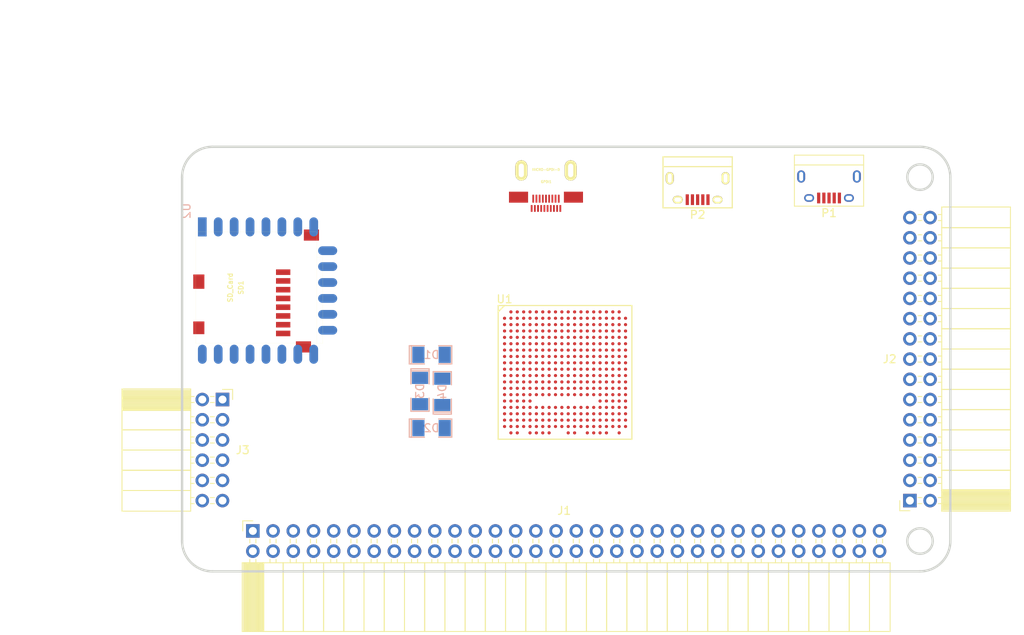
<source format=kicad_pcb>
(kicad_pcb (version 4) (host pcbnew 4.0.5+dfsg1-4)

  (general
    (links 198)
    (no_connects 198)
    (area 89.631999 59.491999 182.388001 109.068001)
    (thickness 1.6)
    (drawings 20)
    (tracks 0)
    (zones 0)
    (modules 13)
    (nets 155)
  )

  (page A4)
  (layers
    (0 F.Cu signal)
    (1 In1.Cu signal)
    (2 In2.Cu signal)
    (31 B.Cu signal)
    (32 B.Adhes user)
    (33 F.Adhes user)
    (34 B.Paste user)
    (35 F.Paste user)
    (36 B.SilkS user)
    (37 F.SilkS user)
    (38 B.Mask user)
    (39 F.Mask user)
    (40 Dwgs.User user)
    (41 Cmts.User user)
    (42 Eco1.User user)
    (43 Eco2.User user)
    (44 Edge.Cuts user)
    (45 Margin user)
    (46 B.CrtYd user)
    (47 F.CrtYd user)
    (48 B.Fab user)
    (49 F.Fab user)
  )

  (setup
    (last_trace_width 0.25)
    (trace_clearance 0.2)
    (zone_clearance 0.508)
    (zone_45_only no)
    (trace_min 0.2)
    (segment_width 0.2)
    (edge_width 0.3)
    (via_size 0.6)
    (via_drill 0.4)
    (via_min_size 0.4)
    (via_min_drill 0.3)
    (uvia_size 0.3)
    (uvia_drill 0.1)
    (uvias_allowed yes)
    (uvia_min_size 0.2)
    (uvia_min_drill 0.1)
    (pcb_text_width 0.3)
    (pcb_text_size 1.5 1.5)
    (mod_edge_width 0.15)
    (mod_text_size 1 1)
    (mod_text_width 0.15)
    (pad_size 1.524 1.524)
    (pad_drill 0.762)
    (pad_to_mask_clearance 0.2)
    (aux_axis_origin 82.67 62.69)
    (grid_origin 86.48 79.2)
    (visible_elements 7FFFF7FF)
    (pcbplotparams
      (layerselection 0x00030_80000001)
      (usegerberextensions false)
      (excludeedgelayer true)
      (linewidth 0.100000)
      (plotframeref false)
      (viasonmask false)
      (mode 1)
      (useauxorigin false)
      (hpglpennumber 1)
      (hpglpenspeed 20)
      (hpglpendiameter 15)
      (hpglpenoverlay 2)
      (psnegative false)
      (psa4output false)
      (plotreference true)
      (plotvalue true)
      (plotinvisibletext false)
      (padsonsilk false)
      (subtractmaskfromsilk false)
      (outputformat 1)
      (mirror false)
      (drillshape 1)
      (scaleselection 1)
      (outputdirectory ""))
  )

  (net 0 "")
  (net 1 GND)
  (net 2 VCC)
  (net 3 /TDI)
  (net 4 /TCK)
  (net 5 /TMS)
  (net 6 /TDO)
  (net 7 "Net-(P1-Pad6)")
  (net 8 "Net-(P2-Pad6)")
  (net 9 +5V)
  (net 10 /USB5V)
  (net 11 "Net-(D4-Pad1)")
  (net 12 /gpio/IN5V)
  (net 13 /gpio/OUT5V)
  (net 14 /gpio/P5)
  (net 15 /gpio/P6)
  (net 16 /gpio/P7)
  (net 17 /gpio/P8)
  (net 18 /gpio/P11)
  (net 19 /gpio/P12)
  (net 20 /gpio/P13)
  (net 21 /gpio/P14)
  (net 22 /gpio/P17)
  (net 23 /gpio/P18)
  (net 24 /gpio/P19)
  (net 25 /gpio/P20)
  (net 26 /gpio/P21)
  (net 27 /gpio/P22)
  (net 28 /gpio/P23)
  (net 29 /gpio/P24)
  (net 30 /gpio/P25)
  (net 31 /gpio/P26)
  (net 32 /gpio/P27)
  (net 33 /gpio/P28)
  (net 34 /gpio/P29)
  (net 35 /gpio/P30)
  (net 36 /SD_3)
  (net 37 /MTMS)
  (net 38 /MTCK)
  (net 39 /MTDO)
  (net 40 /MTDI)
  (net 41 /gpio/P9)
  (net 42 /gpio/P10)
  (net 43 "Net-(GPDI1-PadSHD)")
  (net 44 /gpio/USB5V)
  (net 45 "Net-(GPDI1-Pad1)")
  (net 46 "Net-(GPDI1-Pad3)")
  (net 47 "Net-(GPDI1-Pad5)")
  (net 48 "Net-(GPDI1-Pad7)")
  (net 49 "Net-(GPDI1-Pad9)")
  (net 50 "Net-(GPDI1-Pad11)")
  (net 51 "Net-(GPDI1-Pad13)")
  (net 52 "Net-(GPDI1-Pad15)")
  (net 53 "Net-(GPDI1-Pad17)")
  (net 54 "Net-(GPDI1-Pad19)")
  (net 55 "Net-(GPDI1-Pad2)")
  (net 56 "Net-(GPDI1-Pad4)")
  (net 57 "Net-(GPDI1-Pad6)")
  (net 58 "Net-(GPDI1-Pad8)")
  (net 59 "Net-(GPDI1-Pad10)")
  (net 60 "Net-(GPDI1-Pad12)")
  (net 61 "Net-(GPDI1-Pad14)")
  (net 62 "Net-(GPDI1-Pad16)")
  (net 63 "Net-(GPDI1-Pad18)")
  (net 64 /gpio/P15)
  (net 65 /gpio/P16)
  (net 66 /gpio/P31)
  (net 67 /gpio/P32)
  (net 68 /gpio/P33)
  (net 69 /gpio/P34)
  (net 70 /gpio/P35)
  (net 71 /gpio/P36)
  (net 72 /gpio/P37)
  (net 73 /gpio/P38)
  (net 74 "Net-(J1-Pad41)")
  (net 75 "Net-(J1-Pad42)")
  (net 76 "Net-(J1-Pad43)")
  (net 77 "Net-(J1-Pad44)")
  (net 78 "Net-(J1-Pad45)")
  (net 79 "Net-(J1-Pad46)")
  (net 80 "Net-(J1-Pad47)")
  (net 81 "Net-(J1-Pad48)")
  (net 82 "Net-(J1-Pad49)")
  (net 83 "Net-(J1-Pad50)")
  (net 84 "Net-(J1-Pad51)")
  (net 85 "Net-(J1-Pad52)")
  (net 86 "Net-(J1-Pad53)")
  (net 87 "Net-(J1-Pad54)")
  (net 88 "Net-(J1-Pad55)")
  (net 89 "Net-(J1-Pad56)")
  (net 90 "Net-(J1-Pad57)")
  (net 91 "Net-(J1-Pad58)")
  (net 92 "Net-(J1-Pad59)")
  (net 93 "Net-(J1-Pad60)")
  (net 94 "Net-(J1-Pad61)")
  (net 95 "Net-(J1-Pad62)")
  (net 96 "Net-(J1-Pad63)")
  (net 97 "Net-(J1-Pad64)")
  (net 98 /gpio/PMODA1)
  (net 99 /gpio/PMODA2)
  (net 100 /gpio/PMODA3)
  (net 101 /gpio/PMODA4)
  (net 102 /gpio/PMODA5)
  (net 103 /gpio/PMODA6)
  (net 104 /gpio/PMODA7)
  (net 105 /gpio/PMODA8)
  (net 106 /gpio/MP1)
  (net 107 /gpio/MP2)
  (net 108 /gpio/MP3)
  (net 109 /gpio/MP4)
  (net 110 /gpio/MP5)
  (net 111 /gpio/MP6)
  (net 112 /gpio/PMODB1)
  (net 113 /gpio/PMODB2)
  (net 114 /gpio/PMODB3)
  (net 115 /gpio/PMODB4)
  (net 116 /gpio/PMODB5)
  (net 117 /gpio/PMODB6)
  (net 118 /gpio/PMODB7)
  (net 119 /gpio/PMODB8)
  (net 120 "Net-(P1-Pad2)")
  (net 121 "Net-(P1-Pad3)")
  (net 122 "Net-(P1-Pad4)")
  (net 123 "Net-(P1-Pad5)")
  (net 124 "Net-(P2-Pad2)")
  (net 125 "Net-(P2-Pad3)")
  (net 126 "Net-(P2-Pad4)")
  (net 127 "Net-(P2-Pad5)")
  (net 128 "Net-(SD1-Pad3)")
  (net 129 "Net-(SD1-Pad4)")
  (net 130 "Net-(SD1-Pad6)")
  (net 131 /SD_2)
  (net 132 "Net-(U2-Pad1)")
  (net 133 "Net-(U2-Pad2)")
  (net 134 "Net-(U2-Pad3)")
  (net 135 "Net-(U2-Pad8)")
  (net 136 "Net-(U2-Pad16)")
  (net 137 "Net-(U2-Pad17)")
  (net 138 "Net-(U2-Pad18)")
  (net 139 "Net-(U2-Pad19)")
  (net 140 "Net-(U2-Pad20)")
  (net 141 "Net-(U2-Pad21)")
  (net 142 "Net-(U2-Pad22)")
  (net 143 "Net-(J3-Pad1)")
  (net 144 "Net-(J3-Pad2)")
  (net 145 "Net-(J3-Pad3)")
  (net 146 "Net-(J3-Pad4)")
  (net 147 "Net-(J3-Pad5)")
  (net 148 "Net-(J3-Pad6)")
  (net 149 "Net-(J3-Pad7)")
  (net 150 "Net-(J3-Pad8)")
  (net 151 "Net-(J3-Pad9)")
  (net 152 "Net-(J3-Pad10)")
  (net 153 "Net-(J3-Pad11)")
  (net 154 "Net-(J3-Pad12)")

  (net_class Default "This is the default net class."
    (clearance 0.2)
    (trace_width 0.25)
    (via_dia 0.6)
    (via_drill 0.4)
    (uvia_dia 0.3)
    (uvia_drill 0.1)
    (add_net +5V)
    (add_net /MTCK)
    (add_net /MTDI)
    (add_net /MTDO)
    (add_net /MTMS)
    (add_net /SD_2)
    (add_net /SD_3)
    (add_net /TCK)
    (add_net /TDI)
    (add_net /TDO)
    (add_net /TMS)
    (add_net /USB5V)
    (add_net /gpio/IN5V)
    (add_net /gpio/MP1)
    (add_net /gpio/MP2)
    (add_net /gpio/MP3)
    (add_net /gpio/MP4)
    (add_net /gpio/MP5)
    (add_net /gpio/MP6)
    (add_net /gpio/OUT5V)
    (add_net /gpio/P10)
    (add_net /gpio/P11)
    (add_net /gpio/P12)
    (add_net /gpio/P13)
    (add_net /gpio/P14)
    (add_net /gpio/P15)
    (add_net /gpio/P16)
    (add_net /gpio/P17)
    (add_net /gpio/P18)
    (add_net /gpio/P19)
    (add_net /gpio/P20)
    (add_net /gpio/P21)
    (add_net /gpio/P22)
    (add_net /gpio/P23)
    (add_net /gpio/P24)
    (add_net /gpio/P25)
    (add_net /gpio/P26)
    (add_net /gpio/P27)
    (add_net /gpio/P28)
    (add_net /gpio/P29)
    (add_net /gpio/P30)
    (add_net /gpio/P31)
    (add_net /gpio/P32)
    (add_net /gpio/P33)
    (add_net /gpio/P34)
    (add_net /gpio/P35)
    (add_net /gpio/P36)
    (add_net /gpio/P37)
    (add_net /gpio/P38)
    (add_net /gpio/P5)
    (add_net /gpio/P6)
    (add_net /gpio/P7)
    (add_net /gpio/P8)
    (add_net /gpio/P9)
    (add_net /gpio/PMODA1)
    (add_net /gpio/PMODA2)
    (add_net /gpio/PMODA3)
    (add_net /gpio/PMODA4)
    (add_net /gpio/PMODA5)
    (add_net /gpio/PMODA6)
    (add_net /gpio/PMODA7)
    (add_net /gpio/PMODA8)
    (add_net /gpio/PMODB1)
    (add_net /gpio/PMODB2)
    (add_net /gpio/PMODB3)
    (add_net /gpio/PMODB4)
    (add_net /gpio/PMODB5)
    (add_net /gpio/PMODB6)
    (add_net /gpio/PMODB7)
    (add_net /gpio/PMODB8)
    (add_net /gpio/USB5V)
    (add_net "Net-(D4-Pad1)")
    (add_net "Net-(GPDI1-Pad1)")
    (add_net "Net-(GPDI1-Pad10)")
    (add_net "Net-(GPDI1-Pad11)")
    (add_net "Net-(GPDI1-Pad12)")
    (add_net "Net-(GPDI1-Pad13)")
    (add_net "Net-(GPDI1-Pad14)")
    (add_net "Net-(GPDI1-Pad15)")
    (add_net "Net-(GPDI1-Pad16)")
    (add_net "Net-(GPDI1-Pad17)")
    (add_net "Net-(GPDI1-Pad18)")
    (add_net "Net-(GPDI1-Pad19)")
    (add_net "Net-(GPDI1-Pad2)")
    (add_net "Net-(GPDI1-Pad3)")
    (add_net "Net-(GPDI1-Pad4)")
    (add_net "Net-(GPDI1-Pad5)")
    (add_net "Net-(GPDI1-Pad6)")
    (add_net "Net-(GPDI1-Pad7)")
    (add_net "Net-(GPDI1-Pad8)")
    (add_net "Net-(GPDI1-Pad9)")
    (add_net "Net-(GPDI1-PadSHD)")
    (add_net "Net-(J1-Pad41)")
    (add_net "Net-(J1-Pad42)")
    (add_net "Net-(J1-Pad43)")
    (add_net "Net-(J1-Pad44)")
    (add_net "Net-(J1-Pad45)")
    (add_net "Net-(J1-Pad46)")
    (add_net "Net-(J1-Pad47)")
    (add_net "Net-(J1-Pad48)")
    (add_net "Net-(J1-Pad49)")
    (add_net "Net-(J1-Pad50)")
    (add_net "Net-(J1-Pad51)")
    (add_net "Net-(J1-Pad52)")
    (add_net "Net-(J1-Pad53)")
    (add_net "Net-(J1-Pad54)")
    (add_net "Net-(J1-Pad55)")
    (add_net "Net-(J1-Pad56)")
    (add_net "Net-(J1-Pad57)")
    (add_net "Net-(J1-Pad58)")
    (add_net "Net-(J1-Pad59)")
    (add_net "Net-(J1-Pad60)")
    (add_net "Net-(J1-Pad61)")
    (add_net "Net-(J1-Pad62)")
    (add_net "Net-(J1-Pad63)")
    (add_net "Net-(J1-Pad64)")
    (add_net "Net-(J3-Pad1)")
    (add_net "Net-(J3-Pad10)")
    (add_net "Net-(J3-Pad11)")
    (add_net "Net-(J3-Pad12)")
    (add_net "Net-(J3-Pad2)")
    (add_net "Net-(J3-Pad3)")
    (add_net "Net-(J3-Pad4)")
    (add_net "Net-(J3-Pad5)")
    (add_net "Net-(J3-Pad6)")
    (add_net "Net-(J3-Pad7)")
    (add_net "Net-(J3-Pad8)")
    (add_net "Net-(J3-Pad9)")
    (add_net "Net-(P1-Pad2)")
    (add_net "Net-(P1-Pad3)")
    (add_net "Net-(P1-Pad4)")
    (add_net "Net-(P1-Pad5)")
    (add_net "Net-(P1-Pad6)")
    (add_net "Net-(P2-Pad2)")
    (add_net "Net-(P2-Pad3)")
    (add_net "Net-(P2-Pad4)")
    (add_net "Net-(P2-Pad5)")
    (add_net "Net-(P2-Pad6)")
    (add_net "Net-(SD1-Pad3)")
    (add_net "Net-(SD1-Pad4)")
    (add_net "Net-(SD1-Pad6)")
    (add_net "Net-(U2-Pad1)")
    (add_net "Net-(U2-Pad16)")
    (add_net "Net-(U2-Pad17)")
    (add_net "Net-(U2-Pad18)")
    (add_net "Net-(U2-Pad19)")
    (add_net "Net-(U2-Pad2)")
    (add_net "Net-(U2-Pad20)")
    (add_net "Net-(U2-Pad21)")
    (add_net "Net-(U2-Pad22)")
    (add_net "Net-(U2-Pad3)")
    (add_net "Net-(U2-Pad8)")
    (add_net VCC)
  )

  (net_class BGA ""
    (clearance 0.1)
    (trace_width 0.2)
    (via_dia 0.6)
    (via_drill 0.4)
    (uvia_dia 0.3)
    (uvia_drill 0.1)
    (add_net GND)
  )

  (module Connectors:USB_Micro-B (layer F.Cu) (tedit 5543E447) (tstamp 56A9630A)
    (at 169.03 61.42 180)
    (descr "Micro USB Type B Receptacle")
    (tags "USB USB_B USB_micro USB_OTG")
    (path /56ACC213)
    (attr smd)
    (fp_text reference P1 (at 0 -3.24 180) (layer F.SilkS)
      (effects (font (size 1 1) (thickness 0.15)))
    )
    (fp_text value USB_FTDI (at 0 5.01 180) (layer F.Fab)
      (effects (font (size 1 1) (thickness 0.15)))
    )
    (fp_line (start -4.6 -2.59) (end 4.6 -2.59) (layer F.CrtYd) (width 0.05))
    (fp_line (start 4.6 -2.59) (end 4.6 4.26) (layer F.CrtYd) (width 0.05))
    (fp_line (start 4.6 4.26) (end -4.6 4.26) (layer F.CrtYd) (width 0.05))
    (fp_line (start -4.6 4.26) (end -4.6 -2.59) (layer F.CrtYd) (width 0.05))
    (fp_line (start -4.35 4.03) (end 4.35 4.03) (layer F.SilkS) (width 0.12))
    (fp_line (start -4.35 -2.38) (end 4.35 -2.38) (layer F.SilkS) (width 0.12))
    (fp_line (start 4.35 -2.38) (end 4.35 4.03) (layer F.SilkS) (width 0.12))
    (fp_line (start 4.35 2.8) (end -4.35 2.8) (layer F.SilkS) (width 0.12))
    (fp_line (start -4.35 4.03) (end -4.35 -2.38) (layer F.SilkS) (width 0.12))
    (pad 1 smd rect (at -1.3 -1.35 270) (size 1.35 0.4) (layers F.Cu F.Paste F.Mask)
      (net 10 /USB5V))
    (pad 2 smd rect (at -0.65 -1.35 270) (size 1.35 0.4) (layers F.Cu F.Paste F.Mask)
      (net 120 "Net-(P1-Pad2)"))
    (pad 3 smd rect (at 0 -1.35 270) (size 1.35 0.4) (layers F.Cu F.Paste F.Mask)
      (net 121 "Net-(P1-Pad3)"))
    (pad 4 smd rect (at 0.65 -1.35 270) (size 1.35 0.4) (layers F.Cu F.Paste F.Mask)
      (net 122 "Net-(P1-Pad4)"))
    (pad 5 smd rect (at 1.3 -1.35 270) (size 1.35 0.4) (layers F.Cu F.Paste F.Mask)
      (net 123 "Net-(P1-Pad5)"))
    (pad 6 thru_hole oval (at -2.5 -1.35 270) (size 0.95 1.25) (drill oval 0.55 0.85) (layers *.Cu *.Mask)
      (net 7 "Net-(P1-Pad6)"))
    (pad 6 thru_hole oval (at 2.5 -1.35 270) (size 0.95 1.25) (drill oval 0.55 0.85) (layers *.Cu *.Mask)
      (net 7 "Net-(P1-Pad6)"))
    (pad 6 thru_hole oval (at -3.5 1.35 270) (size 1.55 1) (drill oval 1.15 0.5) (layers *.Cu *.Mask)
      (net 7 "Net-(P1-Pad6)"))
    (pad 6 thru_hole oval (at 3.5 1.35 270) (size 1.55 1) (drill oval 1.15 0.5) (layers *.Cu *.Mask)
      (net 7 "Net-(P1-Pad6)"))
  )

  (module Connect:USB_Micro-B (layer F.Cu) (tedit 5543E447) (tstamp 56A96317)
    (at 152.52 61.42 180)
    (descr "Micro USB Type B Receptacle")
    (tags "USB USB_B USB_micro USB_OTG")
    (path /56ACC38E)
    (attr smd)
    (fp_text reference P2 (at 0 -3.45 180) (layer F.SilkS)
      (effects (font (size 1 1) (thickness 0.15)))
    )
    (fp_text value USB_FPGA (at 0 4.8 180) (layer F.Fab)
      (effects (font (size 1 1) (thickness 0.15)))
    )
    (fp_line (start -4.6 -2.8) (end 4.6 -2.8) (layer F.CrtYd) (width 0.05))
    (fp_line (start 4.6 -2.8) (end 4.6 4.05) (layer F.CrtYd) (width 0.05))
    (fp_line (start 4.6 4.05) (end -4.6 4.05) (layer F.CrtYd) (width 0.05))
    (fp_line (start -4.6 4.05) (end -4.6 -2.8) (layer F.CrtYd) (width 0.05))
    (fp_line (start -4.3509 3.81746) (end 4.3491 3.81746) (layer F.SilkS) (width 0.15))
    (fp_line (start -4.3509 -2.58754) (end 4.3491 -2.58754) (layer F.SilkS) (width 0.15))
    (fp_line (start 4.3491 -2.58754) (end 4.3491 3.81746) (layer F.SilkS) (width 0.15))
    (fp_line (start 4.3491 2.58746) (end -4.3509 2.58746) (layer F.SilkS) (width 0.15))
    (fp_line (start -4.3509 3.81746) (end -4.3509 -2.58754) (layer F.SilkS) (width 0.15))
    (pad 1 smd rect (at -1.3009 -1.56254 270) (size 1.35 0.4) (layers F.Cu F.Paste F.Mask)
      (net 11 "Net-(D4-Pad1)"))
    (pad 2 smd rect (at -0.6509 -1.56254 270) (size 1.35 0.4) (layers F.Cu F.Paste F.Mask)
      (net 124 "Net-(P2-Pad2)"))
    (pad 3 smd rect (at -0.0009 -1.56254 270) (size 1.35 0.4) (layers F.Cu F.Paste F.Mask)
      (net 125 "Net-(P2-Pad3)"))
    (pad 4 smd rect (at 0.6491 -1.56254 270) (size 1.35 0.4) (layers F.Cu F.Paste F.Mask)
      (net 126 "Net-(P2-Pad4)"))
    (pad 5 smd rect (at 1.2991 -1.56254 270) (size 1.35 0.4) (layers F.Cu F.Paste F.Mask)
      (net 127 "Net-(P2-Pad5)"))
    (pad 6 thru_hole oval (at -2.5009 -1.56254 270) (size 0.95 1.25) (drill oval 0.55 0.85) (layers *.Cu *.Mask F.SilkS)
      (net 8 "Net-(P2-Pad6)"))
    (pad 6 thru_hole oval (at 2.4991 -1.56254 270) (size 0.95 1.25) (drill oval 0.55 0.85) (layers *.Cu *.Mask F.SilkS)
      (net 8 "Net-(P2-Pad6)"))
    (pad 6 thru_hole oval (at -3.5009 1.13746 270) (size 1.55 1) (drill oval 1.15 0.5) (layers *.Cu *.Mask F.SilkS)
      (net 8 "Net-(P2-Pad6)"))
    (pad 6 thru_hole oval (at 3.4991 1.13746 270) (size 1.55 1) (drill oval 1.15 0.5) (layers *.Cu *.Mask F.SilkS)
      (net 8 "Net-(P2-Pad6)"))
  )

  (module Socket_Strips:Socket_Strip_Angled_2x15_Pitch2.54mm (layer F.Cu) (tedit 58CD5449) (tstamp 58D3A9BD)
    (at 179.19 100.79 180)
    (descr "Through hole angled socket strip, 2x15, 2.54mm pitch, 8.51mm socket length, double rows")
    (tags "Through hole angled socket strip THT 2x15 2.54mm double row")
    (path /56AC389C/58D3A6D6)
    (fp_text reference J2 (at 2.54 17.78 180) (layer F.SilkS)
      (effects (font (size 1 1) (thickness 0.15)))
    )
    (fp_text value CONN_02X15 (at -9.398 -4.318 180) (layer F.Fab)
      (effects (font (size 1 1) (thickness 0.15)))
    )
    (fp_line (start -4.06 -1.27) (end -4.06 1.27) (layer F.Fab) (width 0.1))
    (fp_line (start -4.06 1.27) (end -12.57 1.27) (layer F.Fab) (width 0.1))
    (fp_line (start -12.57 1.27) (end -12.57 -1.27) (layer F.Fab) (width 0.1))
    (fp_line (start -12.57 -1.27) (end -4.06 -1.27) (layer F.Fab) (width 0.1))
    (fp_line (start 0 -0.32) (end 0 0.32) (layer F.Fab) (width 0.1))
    (fp_line (start 0 0.32) (end -4.06 0.32) (layer F.Fab) (width 0.1))
    (fp_line (start -4.06 0.32) (end -4.06 -0.32) (layer F.Fab) (width 0.1))
    (fp_line (start -4.06 -0.32) (end 0 -0.32) (layer F.Fab) (width 0.1))
    (fp_line (start -4.06 1.27) (end -4.06 3.81) (layer F.Fab) (width 0.1))
    (fp_line (start -4.06 3.81) (end -12.57 3.81) (layer F.Fab) (width 0.1))
    (fp_line (start -12.57 3.81) (end -12.57 1.27) (layer F.Fab) (width 0.1))
    (fp_line (start -12.57 1.27) (end -4.06 1.27) (layer F.Fab) (width 0.1))
    (fp_line (start 0 2.22) (end 0 2.86) (layer F.Fab) (width 0.1))
    (fp_line (start 0 2.86) (end -4.06 2.86) (layer F.Fab) (width 0.1))
    (fp_line (start -4.06 2.86) (end -4.06 2.22) (layer F.Fab) (width 0.1))
    (fp_line (start -4.06 2.22) (end 0 2.22) (layer F.Fab) (width 0.1))
    (fp_line (start -4.06 3.81) (end -4.06 6.35) (layer F.Fab) (width 0.1))
    (fp_line (start -4.06 6.35) (end -12.57 6.35) (layer F.Fab) (width 0.1))
    (fp_line (start -12.57 6.35) (end -12.57 3.81) (layer F.Fab) (width 0.1))
    (fp_line (start -12.57 3.81) (end -4.06 3.81) (layer F.Fab) (width 0.1))
    (fp_line (start 0 4.76) (end 0 5.4) (layer F.Fab) (width 0.1))
    (fp_line (start 0 5.4) (end -4.06 5.4) (layer F.Fab) (width 0.1))
    (fp_line (start -4.06 5.4) (end -4.06 4.76) (layer F.Fab) (width 0.1))
    (fp_line (start -4.06 4.76) (end 0 4.76) (layer F.Fab) (width 0.1))
    (fp_line (start -4.06 6.35) (end -4.06 8.89) (layer F.Fab) (width 0.1))
    (fp_line (start -4.06 8.89) (end -12.57 8.89) (layer F.Fab) (width 0.1))
    (fp_line (start -12.57 8.89) (end -12.57 6.35) (layer F.Fab) (width 0.1))
    (fp_line (start -12.57 6.35) (end -4.06 6.35) (layer F.Fab) (width 0.1))
    (fp_line (start 0 7.3) (end 0 7.94) (layer F.Fab) (width 0.1))
    (fp_line (start 0 7.94) (end -4.06 7.94) (layer F.Fab) (width 0.1))
    (fp_line (start -4.06 7.94) (end -4.06 7.3) (layer F.Fab) (width 0.1))
    (fp_line (start -4.06 7.3) (end 0 7.3) (layer F.Fab) (width 0.1))
    (fp_line (start -4.06 8.89) (end -4.06 11.43) (layer F.Fab) (width 0.1))
    (fp_line (start -4.06 11.43) (end -12.57 11.43) (layer F.Fab) (width 0.1))
    (fp_line (start -12.57 11.43) (end -12.57 8.89) (layer F.Fab) (width 0.1))
    (fp_line (start -12.57 8.89) (end -4.06 8.89) (layer F.Fab) (width 0.1))
    (fp_line (start 0 9.84) (end 0 10.48) (layer F.Fab) (width 0.1))
    (fp_line (start 0 10.48) (end -4.06 10.48) (layer F.Fab) (width 0.1))
    (fp_line (start -4.06 10.48) (end -4.06 9.84) (layer F.Fab) (width 0.1))
    (fp_line (start -4.06 9.84) (end 0 9.84) (layer F.Fab) (width 0.1))
    (fp_line (start -4.06 11.43) (end -4.06 13.97) (layer F.Fab) (width 0.1))
    (fp_line (start -4.06 13.97) (end -12.57 13.97) (layer F.Fab) (width 0.1))
    (fp_line (start -12.57 13.97) (end -12.57 11.43) (layer F.Fab) (width 0.1))
    (fp_line (start -12.57 11.43) (end -4.06 11.43) (layer F.Fab) (width 0.1))
    (fp_line (start 0 12.38) (end 0 13.02) (layer F.Fab) (width 0.1))
    (fp_line (start 0 13.02) (end -4.06 13.02) (layer F.Fab) (width 0.1))
    (fp_line (start -4.06 13.02) (end -4.06 12.38) (layer F.Fab) (width 0.1))
    (fp_line (start -4.06 12.38) (end 0 12.38) (layer F.Fab) (width 0.1))
    (fp_line (start -4.06 13.97) (end -4.06 16.51) (layer F.Fab) (width 0.1))
    (fp_line (start -4.06 16.51) (end -12.57 16.51) (layer F.Fab) (width 0.1))
    (fp_line (start -12.57 16.51) (end -12.57 13.97) (layer F.Fab) (width 0.1))
    (fp_line (start -12.57 13.97) (end -4.06 13.97) (layer F.Fab) (width 0.1))
    (fp_line (start 0 14.92) (end 0 15.56) (layer F.Fab) (width 0.1))
    (fp_line (start 0 15.56) (end -4.06 15.56) (layer F.Fab) (width 0.1))
    (fp_line (start -4.06 15.56) (end -4.06 14.92) (layer F.Fab) (width 0.1))
    (fp_line (start -4.06 14.92) (end 0 14.92) (layer F.Fab) (width 0.1))
    (fp_line (start -4.06 16.51) (end -4.06 19.05) (layer F.Fab) (width 0.1))
    (fp_line (start -4.06 19.05) (end -12.57 19.05) (layer F.Fab) (width 0.1))
    (fp_line (start -12.57 19.05) (end -12.57 16.51) (layer F.Fab) (width 0.1))
    (fp_line (start -12.57 16.51) (end -4.06 16.51) (layer F.Fab) (width 0.1))
    (fp_line (start 0 17.46) (end 0 18.1) (layer F.Fab) (width 0.1))
    (fp_line (start 0 18.1) (end -4.06 18.1) (layer F.Fab) (width 0.1))
    (fp_line (start -4.06 18.1) (end -4.06 17.46) (layer F.Fab) (width 0.1))
    (fp_line (start -4.06 17.46) (end 0 17.46) (layer F.Fab) (width 0.1))
    (fp_line (start -4.06 19.05) (end -4.06 21.59) (layer F.Fab) (width 0.1))
    (fp_line (start -4.06 21.59) (end -12.57 21.59) (layer F.Fab) (width 0.1))
    (fp_line (start -12.57 21.59) (end -12.57 19.05) (layer F.Fab) (width 0.1))
    (fp_line (start -12.57 19.05) (end -4.06 19.05) (layer F.Fab) (width 0.1))
    (fp_line (start 0 20) (end 0 20.64) (layer F.Fab) (width 0.1))
    (fp_line (start 0 20.64) (end -4.06 20.64) (layer F.Fab) (width 0.1))
    (fp_line (start -4.06 20.64) (end -4.06 20) (layer F.Fab) (width 0.1))
    (fp_line (start -4.06 20) (end 0 20) (layer F.Fab) (width 0.1))
    (fp_line (start -4.06 21.59) (end -4.06 24.13) (layer F.Fab) (width 0.1))
    (fp_line (start -4.06 24.13) (end -12.57 24.13) (layer F.Fab) (width 0.1))
    (fp_line (start -12.57 24.13) (end -12.57 21.59) (layer F.Fab) (width 0.1))
    (fp_line (start -12.57 21.59) (end -4.06 21.59) (layer F.Fab) (width 0.1))
    (fp_line (start 0 22.54) (end 0 23.18) (layer F.Fab) (width 0.1))
    (fp_line (start 0 23.18) (end -4.06 23.18) (layer F.Fab) (width 0.1))
    (fp_line (start -4.06 23.18) (end -4.06 22.54) (layer F.Fab) (width 0.1))
    (fp_line (start -4.06 22.54) (end 0 22.54) (layer F.Fab) (width 0.1))
    (fp_line (start -4.06 24.13) (end -4.06 26.67) (layer F.Fab) (width 0.1))
    (fp_line (start -4.06 26.67) (end -12.57 26.67) (layer F.Fab) (width 0.1))
    (fp_line (start -12.57 26.67) (end -12.57 24.13) (layer F.Fab) (width 0.1))
    (fp_line (start -12.57 24.13) (end -4.06 24.13) (layer F.Fab) (width 0.1))
    (fp_line (start 0 25.08) (end 0 25.72) (layer F.Fab) (width 0.1))
    (fp_line (start 0 25.72) (end -4.06 25.72) (layer F.Fab) (width 0.1))
    (fp_line (start -4.06 25.72) (end -4.06 25.08) (layer F.Fab) (width 0.1))
    (fp_line (start -4.06 25.08) (end 0 25.08) (layer F.Fab) (width 0.1))
    (fp_line (start -4.06 26.67) (end -4.06 29.21) (layer F.Fab) (width 0.1))
    (fp_line (start -4.06 29.21) (end -12.57 29.21) (layer F.Fab) (width 0.1))
    (fp_line (start -12.57 29.21) (end -12.57 26.67) (layer F.Fab) (width 0.1))
    (fp_line (start -12.57 26.67) (end -4.06 26.67) (layer F.Fab) (width 0.1))
    (fp_line (start 0 27.62) (end 0 28.26) (layer F.Fab) (width 0.1))
    (fp_line (start 0 28.26) (end -4.06 28.26) (layer F.Fab) (width 0.1))
    (fp_line (start -4.06 28.26) (end -4.06 27.62) (layer F.Fab) (width 0.1))
    (fp_line (start -4.06 27.62) (end 0 27.62) (layer F.Fab) (width 0.1))
    (fp_line (start -4.06 29.21) (end -4.06 31.75) (layer F.Fab) (width 0.1))
    (fp_line (start -4.06 31.75) (end -12.57 31.75) (layer F.Fab) (width 0.1))
    (fp_line (start -12.57 31.75) (end -12.57 29.21) (layer F.Fab) (width 0.1))
    (fp_line (start -12.57 29.21) (end -4.06 29.21) (layer F.Fab) (width 0.1))
    (fp_line (start 0 30.16) (end 0 30.8) (layer F.Fab) (width 0.1))
    (fp_line (start 0 30.8) (end -4.06 30.8) (layer F.Fab) (width 0.1))
    (fp_line (start -4.06 30.8) (end -4.06 30.16) (layer F.Fab) (width 0.1))
    (fp_line (start -4.06 30.16) (end 0 30.16) (layer F.Fab) (width 0.1))
    (fp_line (start -4.06 31.75) (end -4.06 34.29) (layer F.Fab) (width 0.1))
    (fp_line (start -4.06 34.29) (end -12.57 34.29) (layer F.Fab) (width 0.1))
    (fp_line (start -12.57 34.29) (end -12.57 31.75) (layer F.Fab) (width 0.1))
    (fp_line (start -12.57 31.75) (end -4.06 31.75) (layer F.Fab) (width 0.1))
    (fp_line (start 0 32.7) (end 0 33.34) (layer F.Fab) (width 0.1))
    (fp_line (start 0 33.34) (end -4.06 33.34) (layer F.Fab) (width 0.1))
    (fp_line (start -4.06 33.34) (end -4.06 32.7) (layer F.Fab) (width 0.1))
    (fp_line (start -4.06 32.7) (end 0 32.7) (layer F.Fab) (width 0.1))
    (fp_line (start -4.06 34.29) (end -4.06 36.83) (layer F.Fab) (width 0.1))
    (fp_line (start -4.06 36.83) (end -12.57 36.83) (layer F.Fab) (width 0.1))
    (fp_line (start -12.57 36.83) (end -12.57 34.29) (layer F.Fab) (width 0.1))
    (fp_line (start -12.57 34.29) (end -4.06 34.29) (layer F.Fab) (width 0.1))
    (fp_line (start 0 35.24) (end 0 35.88) (layer F.Fab) (width 0.1))
    (fp_line (start 0 35.88) (end -4.06 35.88) (layer F.Fab) (width 0.1))
    (fp_line (start -4.06 35.88) (end -4.06 35.24) (layer F.Fab) (width 0.1))
    (fp_line (start -4.06 35.24) (end 0 35.24) (layer F.Fab) (width 0.1))
    (fp_line (start -4 -1.33) (end -4 1.27) (layer F.SilkS) (width 0.12))
    (fp_line (start -4 1.27) (end -12.63 1.27) (layer F.SilkS) (width 0.12))
    (fp_line (start -12.63 1.27) (end -12.63 -1.33) (layer F.SilkS) (width 0.12))
    (fp_line (start -12.63 -1.33) (end -4 -1.33) (layer F.SilkS) (width 0.12))
    (fp_line (start -3.57 -0.38) (end -4 -0.38) (layer F.SilkS) (width 0.12))
    (fp_line (start -3.57 0.38) (end -4 0.38) (layer F.SilkS) (width 0.12))
    (fp_line (start -1.03 -0.38) (end -1.51 -0.38) (layer F.SilkS) (width 0.12))
    (fp_line (start -1.03 0.38) (end -1.51 0.38) (layer F.SilkS) (width 0.12))
    (fp_line (start -4 -1.15) (end -12.63 -1.15) (layer F.SilkS) (width 0.12))
    (fp_line (start -4 -1.03) (end -12.63 -1.03) (layer F.SilkS) (width 0.12))
    (fp_line (start -4 -0.91) (end -12.63 -0.91) (layer F.SilkS) (width 0.12))
    (fp_line (start -4 -0.79) (end -12.63 -0.79) (layer F.SilkS) (width 0.12))
    (fp_line (start -4 -0.67) (end -12.63 -0.67) (layer F.SilkS) (width 0.12))
    (fp_line (start -4 -0.55) (end -12.63 -0.55) (layer F.SilkS) (width 0.12))
    (fp_line (start -4 -0.43) (end -12.63 -0.43) (layer F.SilkS) (width 0.12))
    (fp_line (start -4 -0.31) (end -12.63 -0.31) (layer F.SilkS) (width 0.12))
    (fp_line (start -4 -0.19) (end -12.63 -0.19) (layer F.SilkS) (width 0.12))
    (fp_line (start -4 -0.07) (end -12.63 -0.07) (layer F.SilkS) (width 0.12))
    (fp_line (start -4 0.05) (end -12.63 0.05) (layer F.SilkS) (width 0.12))
    (fp_line (start -4 0.17) (end -12.63 0.17) (layer F.SilkS) (width 0.12))
    (fp_line (start -4 0.29) (end -12.63 0.29) (layer F.SilkS) (width 0.12))
    (fp_line (start -4 0.41) (end -12.63 0.41) (layer F.SilkS) (width 0.12))
    (fp_line (start -4 0.53) (end -12.63 0.53) (layer F.SilkS) (width 0.12))
    (fp_line (start -4 0.65) (end -12.63 0.65) (layer F.SilkS) (width 0.12))
    (fp_line (start -4 0.77) (end -12.63 0.77) (layer F.SilkS) (width 0.12))
    (fp_line (start -4 0.89) (end -12.63 0.89) (layer F.SilkS) (width 0.12))
    (fp_line (start -4 1.01) (end -12.63 1.01) (layer F.SilkS) (width 0.12))
    (fp_line (start -4 1.13) (end -12.63 1.13) (layer F.SilkS) (width 0.12))
    (fp_line (start -4 1.25) (end -12.63 1.25) (layer F.SilkS) (width 0.12))
    (fp_line (start -4 1.37) (end -12.63 1.37) (layer F.SilkS) (width 0.12))
    (fp_line (start -4 1.27) (end -4 3.81) (layer F.SilkS) (width 0.12))
    (fp_line (start -4 3.81) (end -12.63 3.81) (layer F.SilkS) (width 0.12))
    (fp_line (start -12.63 3.81) (end -12.63 1.27) (layer F.SilkS) (width 0.12))
    (fp_line (start -12.63 1.27) (end -4 1.27) (layer F.SilkS) (width 0.12))
    (fp_line (start -3.57 2.16) (end -4 2.16) (layer F.SilkS) (width 0.12))
    (fp_line (start -3.57 2.92) (end -4 2.92) (layer F.SilkS) (width 0.12))
    (fp_line (start -1.03 2.16) (end -1.51 2.16) (layer F.SilkS) (width 0.12))
    (fp_line (start -1.03 2.92) (end -1.51 2.92) (layer F.SilkS) (width 0.12))
    (fp_line (start -4 3.81) (end -4 6.35) (layer F.SilkS) (width 0.12))
    (fp_line (start -4 6.35) (end -12.63 6.35) (layer F.SilkS) (width 0.12))
    (fp_line (start -12.63 6.35) (end -12.63 3.81) (layer F.SilkS) (width 0.12))
    (fp_line (start -12.63 3.81) (end -4 3.81) (layer F.SilkS) (width 0.12))
    (fp_line (start -3.57 4.7) (end -4 4.7) (layer F.SilkS) (width 0.12))
    (fp_line (start -3.57 5.46) (end -4 5.46) (layer F.SilkS) (width 0.12))
    (fp_line (start -1.03 4.7) (end -1.51 4.7) (layer F.SilkS) (width 0.12))
    (fp_line (start -1.03 5.46) (end -1.51 5.46) (layer F.SilkS) (width 0.12))
    (fp_line (start -4 6.35) (end -4 8.89) (layer F.SilkS) (width 0.12))
    (fp_line (start -4 8.89) (end -12.63 8.89) (layer F.SilkS) (width 0.12))
    (fp_line (start -12.63 8.89) (end -12.63 6.35) (layer F.SilkS) (width 0.12))
    (fp_line (start -12.63 6.35) (end -4 6.35) (layer F.SilkS) (width 0.12))
    (fp_line (start -3.57 7.24) (end -4 7.24) (layer F.SilkS) (width 0.12))
    (fp_line (start -3.57 8) (end -4 8) (layer F.SilkS) (width 0.12))
    (fp_line (start -1.03 7.24) (end -1.51 7.24) (layer F.SilkS) (width 0.12))
    (fp_line (start -1.03 8) (end -1.51 8) (layer F.SilkS) (width 0.12))
    (fp_line (start -4 8.89) (end -4 11.43) (layer F.SilkS) (width 0.12))
    (fp_line (start -4 11.43) (end -12.63 11.43) (layer F.SilkS) (width 0.12))
    (fp_line (start -12.63 11.43) (end -12.63 8.89) (layer F.SilkS) (width 0.12))
    (fp_line (start -12.63 8.89) (end -4 8.89) (layer F.SilkS) (width 0.12))
    (fp_line (start -3.57 9.78) (end -4 9.78) (layer F.SilkS) (width 0.12))
    (fp_line (start -3.57 10.54) (end -4 10.54) (layer F.SilkS) (width 0.12))
    (fp_line (start -1.03 9.78) (end -1.51 9.78) (layer F.SilkS) (width 0.12))
    (fp_line (start -1.03 10.54) (end -1.51 10.54) (layer F.SilkS) (width 0.12))
    (fp_line (start -4 11.43) (end -4 13.97) (layer F.SilkS) (width 0.12))
    (fp_line (start -4 13.97) (end -12.63 13.97) (layer F.SilkS) (width 0.12))
    (fp_line (start -12.63 13.97) (end -12.63 11.43) (layer F.SilkS) (width 0.12))
    (fp_line (start -12.63 11.43) (end -4 11.43) (layer F.SilkS) (width 0.12))
    (fp_line (start -3.57 12.32) (end -4 12.32) (layer F.SilkS) (width 0.12))
    (fp_line (start -3.57 13.08) (end -4 13.08) (layer F.SilkS) (width 0.12))
    (fp_line (start -1.03 12.32) (end -1.51 12.32) (layer F.SilkS) (width 0.12))
    (fp_line (start -1.03 13.08) (end -1.51 13.08) (layer F.SilkS) (width 0.12))
    (fp_line (start -4 13.97) (end -4 16.51) (layer F.SilkS) (width 0.12))
    (fp_line (start -4 16.51) (end -12.63 16.51) (layer F.SilkS) (width 0.12))
    (fp_line (start -12.63 16.51) (end -12.63 13.97) (layer F.SilkS) (width 0.12))
    (fp_line (start -12.63 13.97) (end -4 13.97) (layer F.SilkS) (width 0.12))
    (fp_line (start -3.57 14.86) (end -4 14.86) (layer F.SilkS) (width 0.12))
    (fp_line (start -3.57 15.62) (end -4 15.62) (layer F.SilkS) (width 0.12))
    (fp_line (start -1.03 14.86) (end -1.51 14.86) (layer F.SilkS) (width 0.12))
    (fp_line (start -1.03 15.62) (end -1.51 15.62) (layer F.SilkS) (width 0.12))
    (fp_line (start -4 16.51) (end -4 19.05) (layer F.SilkS) (width 0.12))
    (fp_line (start -4 19.05) (end -12.63 19.05) (layer F.SilkS) (width 0.12))
    (fp_line (start -12.63 19.05) (end -12.63 16.51) (layer F.SilkS) (width 0.12))
    (fp_line (start -12.63 16.51) (end -4 16.51) (layer F.SilkS) (width 0.12))
    (fp_line (start -3.57 17.4) (end -4 17.4) (layer F.SilkS) (width 0.12))
    (fp_line (start -3.57 18.16) (end -4 18.16) (layer F.SilkS) (width 0.12))
    (fp_line (start -1.03 17.4) (end -1.51 17.4) (layer F.SilkS) (width 0.12))
    (fp_line (start -1.03 18.16) (end -1.51 18.16) (layer F.SilkS) (width 0.12))
    (fp_line (start -4 19.05) (end -4 21.59) (layer F.SilkS) (width 0.12))
    (fp_line (start -4 21.59) (end -12.63 21.59) (layer F.SilkS) (width 0.12))
    (fp_line (start -12.63 21.59) (end -12.63 19.05) (layer F.SilkS) (width 0.12))
    (fp_line (start -12.63 19.05) (end -4 19.05) (layer F.SilkS) (width 0.12))
    (fp_line (start -3.57 19.94) (end -4 19.94) (layer F.SilkS) (width 0.12))
    (fp_line (start -3.57 20.7) (end -4 20.7) (layer F.SilkS) (width 0.12))
    (fp_line (start -1.03 19.94) (end -1.51 19.94) (layer F.SilkS) (width 0.12))
    (fp_line (start -1.03 20.7) (end -1.51 20.7) (layer F.SilkS) (width 0.12))
    (fp_line (start -4 21.59) (end -4 24.13) (layer F.SilkS) (width 0.12))
    (fp_line (start -4 24.13) (end -12.63 24.13) (layer F.SilkS) (width 0.12))
    (fp_line (start -12.63 24.13) (end -12.63 21.59) (layer F.SilkS) (width 0.12))
    (fp_line (start -12.63 21.59) (end -4 21.59) (layer F.SilkS) (width 0.12))
    (fp_line (start -3.57 22.48) (end -4 22.48) (layer F.SilkS) (width 0.12))
    (fp_line (start -3.57 23.24) (end -4 23.24) (layer F.SilkS) (width 0.12))
    (fp_line (start -1.03 22.48) (end -1.51 22.48) (layer F.SilkS) (width 0.12))
    (fp_line (start -1.03 23.24) (end -1.51 23.24) (layer F.SilkS) (width 0.12))
    (fp_line (start -4 24.13) (end -4 26.67) (layer F.SilkS) (width 0.12))
    (fp_line (start -4 26.67) (end -12.63 26.67) (layer F.SilkS) (width 0.12))
    (fp_line (start -12.63 26.67) (end -12.63 24.13) (layer F.SilkS) (width 0.12))
    (fp_line (start -12.63 24.13) (end -4 24.13) (layer F.SilkS) (width 0.12))
    (fp_line (start -3.57 25.02) (end -4 25.02) (layer F.SilkS) (width 0.12))
    (fp_line (start -3.57 25.78) (end -4 25.78) (layer F.SilkS) (width 0.12))
    (fp_line (start -1.03 25.02) (end -1.51 25.02) (layer F.SilkS) (width 0.12))
    (fp_line (start -1.03 25.78) (end -1.51 25.78) (layer F.SilkS) (width 0.12))
    (fp_line (start -4 26.67) (end -4 29.21) (layer F.SilkS) (width 0.12))
    (fp_line (start -4 29.21) (end -12.63 29.21) (layer F.SilkS) (width 0.12))
    (fp_line (start -12.63 29.21) (end -12.63 26.67) (layer F.SilkS) (width 0.12))
    (fp_line (start -12.63 26.67) (end -4 26.67) (layer F.SilkS) (width 0.12))
    (fp_line (start -3.57 27.56) (end -4 27.56) (layer F.SilkS) (width 0.12))
    (fp_line (start -3.57 28.32) (end -4 28.32) (layer F.SilkS) (width 0.12))
    (fp_line (start -1.03 27.56) (end -1.51 27.56) (layer F.SilkS) (width 0.12))
    (fp_line (start -1.03 28.32) (end -1.51 28.32) (layer F.SilkS) (width 0.12))
    (fp_line (start -4 29.21) (end -4 31.75) (layer F.SilkS) (width 0.12))
    (fp_line (start -4 31.75) (end -12.63 31.75) (layer F.SilkS) (width 0.12))
    (fp_line (start -12.63 31.75) (end -12.63 29.21) (layer F.SilkS) (width 0.12))
    (fp_line (start -12.63 29.21) (end -4 29.21) (layer F.SilkS) (width 0.12))
    (fp_line (start -3.57 30.1) (end -4 30.1) (layer F.SilkS) (width 0.12))
    (fp_line (start -3.57 30.86) (end -4 30.86) (layer F.SilkS) (width 0.12))
    (fp_line (start -1.03 30.1) (end -1.51 30.1) (layer F.SilkS) (width 0.12))
    (fp_line (start -1.03 30.86) (end -1.51 30.86) (layer F.SilkS) (width 0.12))
    (fp_line (start -4 31.75) (end -4 34.29) (layer F.SilkS) (width 0.12))
    (fp_line (start -4 34.29) (end -12.63 34.29) (layer F.SilkS) (width 0.12))
    (fp_line (start -12.63 34.29) (end -12.63 31.75) (layer F.SilkS) (width 0.12))
    (fp_line (start -12.63 31.75) (end -4 31.75) (layer F.SilkS) (width 0.12))
    (fp_line (start -3.57 32.64) (end -4 32.64) (layer F.SilkS) (width 0.12))
    (fp_line (start -3.57 33.4) (end -4 33.4) (layer F.SilkS) (width 0.12))
    (fp_line (start -1.03 32.64) (end -1.51 32.64) (layer F.SilkS) (width 0.12))
    (fp_line (start -1.03 33.4) (end -1.51 33.4) (layer F.SilkS) (width 0.12))
    (fp_line (start -4 34.29) (end -4 36.89) (layer F.SilkS) (width 0.12))
    (fp_line (start -4 36.89) (end -12.63 36.89) (layer F.SilkS) (width 0.12))
    (fp_line (start -12.63 36.89) (end -12.63 34.29) (layer F.SilkS) (width 0.12))
    (fp_line (start -12.63 34.29) (end -4 34.29) (layer F.SilkS) (width 0.12))
    (fp_line (start -3.57 35.18) (end -4 35.18) (layer F.SilkS) (width 0.12))
    (fp_line (start -3.57 35.94) (end -4 35.94) (layer F.SilkS) (width 0.12))
    (fp_line (start -1.03 35.18) (end -1.51 35.18) (layer F.SilkS) (width 0.12))
    (fp_line (start -1.03 35.94) (end -1.51 35.94) (layer F.SilkS) (width 0.12))
    (fp_line (start 0 -1.27) (end 1.27 -1.27) (layer F.SilkS) (width 0.12))
    (fp_line (start 1.27 -1.27) (end 1.27 0) (layer F.SilkS) (width 0.12))
    (fp_line (start 1.8 -1.8) (end 1.8 37.35) (layer F.CrtYd) (width 0.05))
    (fp_line (start 1.8 37.35) (end -13.1 37.35) (layer F.CrtYd) (width 0.05))
    (fp_line (start -13.1 37.35) (end -13.1 -1.8) (layer F.CrtYd) (width 0.05))
    (fp_line (start -13.1 -1.8) (end 1.8 -1.8) (layer F.CrtYd) (width 0.05))
    (fp_text user %R (at 2.54 17.78 180) (layer F.Fab)
      (effects (font (size 1 1) (thickness 0.15)))
    )
    (pad 1 thru_hole rect (at 0 0 180) (size 1.7 1.7) (drill 1) (layers *.Cu *.Mask)
      (net 2 VCC))
    (pad 2 thru_hole oval (at -2.54 0 180) (size 1.7 1.7) (drill 1) (layers *.Cu *.Mask)
      (net 2 VCC))
    (pad 3 thru_hole oval (at 0 2.54 180) (size 1.7 1.7) (drill 1) (layers *.Cu *.Mask)
      (net 1 GND))
    (pad 4 thru_hole oval (at -2.54 2.54 180) (size 1.7 1.7) (drill 1) (layers *.Cu *.Mask)
      (net 1 GND))
    (pad 5 thru_hole oval (at 0 5.08 180) (size 1.7 1.7) (drill 1) (layers *.Cu *.Mask)
      (net 98 /gpio/PMODA1))
    (pad 6 thru_hole oval (at -2.54 5.08 180) (size 1.7 1.7) (drill 1) (layers *.Cu *.Mask)
      (net 99 /gpio/PMODA2))
    (pad 7 thru_hole oval (at 0 7.62 180) (size 1.7 1.7) (drill 1) (layers *.Cu *.Mask)
      (net 100 /gpio/PMODA3))
    (pad 8 thru_hole oval (at -2.54 7.62 180) (size 1.7 1.7) (drill 1) (layers *.Cu *.Mask)
      (net 101 /gpio/PMODA4))
    (pad 9 thru_hole oval (at 0 10.16 180) (size 1.7 1.7) (drill 1) (layers *.Cu *.Mask)
      (net 102 /gpio/PMODA5))
    (pad 10 thru_hole oval (at -2.54 10.16 180) (size 1.7 1.7) (drill 1) (layers *.Cu *.Mask)
      (net 103 /gpio/PMODA6))
    (pad 11 thru_hole oval (at 0 12.7 180) (size 1.7 1.7) (drill 1) (layers *.Cu *.Mask)
      (net 104 /gpio/PMODA7))
    (pad 12 thru_hole oval (at -2.54 12.7 180) (size 1.7 1.7) (drill 1) (layers *.Cu *.Mask)
      (net 105 /gpio/PMODA8))
    (pad 13 thru_hole oval (at 0 15.24 180) (size 1.7 1.7) (drill 1) (layers *.Cu *.Mask)
      (net 106 /gpio/MP1))
    (pad 14 thru_hole oval (at -2.54 15.24 180) (size 1.7 1.7) (drill 1) (layers *.Cu *.Mask)
      (net 107 /gpio/MP2))
    (pad 15 thru_hole oval (at 0 17.78 180) (size 1.7 1.7) (drill 1) (layers *.Cu *.Mask)
      (net 108 /gpio/MP3))
    (pad 16 thru_hole oval (at -2.54 17.78 180) (size 1.7 1.7) (drill 1) (layers *.Cu *.Mask)
      (net 109 /gpio/MP4))
    (pad 17 thru_hole oval (at 0 20.32 180) (size 1.7 1.7) (drill 1) (layers *.Cu *.Mask)
      (net 110 /gpio/MP5))
    (pad 18 thru_hole oval (at -2.54 20.32 180) (size 1.7 1.7) (drill 1) (layers *.Cu *.Mask)
      (net 111 /gpio/MP6))
    (pad 19 thru_hole oval (at 0 22.86 180) (size 1.7 1.7) (drill 1) (layers *.Cu *.Mask)
      (net 2 VCC))
    (pad 20 thru_hole oval (at -2.54 22.86 180) (size 1.7 1.7) (drill 1) (layers *.Cu *.Mask)
      (net 2 VCC))
    (pad 21 thru_hole oval (at 0 25.4 180) (size 1.7 1.7) (drill 1) (layers *.Cu *.Mask)
      (net 1 GND))
    (pad 22 thru_hole oval (at -2.54 25.4 180) (size 1.7 1.7) (drill 1) (layers *.Cu *.Mask)
      (net 1 GND))
    (pad 23 thru_hole oval (at 0 27.94 180) (size 1.7 1.7) (drill 1) (layers *.Cu *.Mask)
      (net 112 /gpio/PMODB1))
    (pad 24 thru_hole oval (at -2.54 27.94 180) (size 1.7 1.7) (drill 1) (layers *.Cu *.Mask)
      (net 113 /gpio/PMODB2))
    (pad 25 thru_hole oval (at 0 30.48 180) (size 1.7 1.7) (drill 1) (layers *.Cu *.Mask)
      (net 114 /gpio/PMODB3))
    (pad 26 thru_hole oval (at -2.54 30.48 180) (size 1.7 1.7) (drill 1) (layers *.Cu *.Mask)
      (net 115 /gpio/PMODB4))
    (pad 27 thru_hole oval (at 0 33.02 180) (size 1.7 1.7) (drill 1) (layers *.Cu *.Mask)
      (net 116 /gpio/PMODB5))
    (pad 28 thru_hole oval (at -2.54 33.02 180) (size 1.7 1.7) (drill 1) (layers *.Cu *.Mask)
      (net 117 /gpio/PMODB6))
    (pad 29 thru_hole oval (at 0 35.56 180) (size 1.7 1.7) (drill 1) (layers *.Cu *.Mask)
      (net 118 /gpio/PMODB7))
    (pad 30 thru_hole oval (at -2.54 35.56 180) (size 1.7 1.7) (drill 1) (layers *.Cu *.Mask)
      (net 119 /gpio/PMODB8))
    (model ${KISYS3DMOD}/Socket_Strips.3dshapes/Socket_Strip_Angled_2x15_Pitch2.54mm.wrl
      (at (xyz -0.05 -0.7 0))
      (scale (xyz 1 1 1))
      (rotate (xyz 0 0 270))
    )
  )

  (module Socket_Strips:Socket_Strip_Angled_2x06_Pitch2.54mm (layer F.Cu) (tedit 58CD5449) (tstamp 58D3EF7F)
    (at 92.83 88.09)
    (descr "Through hole angled socket strip, 2x06, 2.54mm pitch, 8.51mm socket length, double rows")
    (tags "Through hole angled socket strip THT 2x06 2.54mm double row")
    (path /58D3C869)
    (fp_text reference J3 (at 2.54 6.35) (layer F.SilkS)
      (effects (font (size 1 1) (thickness 0.15)))
    )
    (fp_text value CONN_02X06 (at -5.65 14.97) (layer F.Fab)
      (effects (font (size 1 1) (thickness 0.15)))
    )
    (fp_line (start -4.06 -1.27) (end -4.06 1.27) (layer F.Fab) (width 0.1))
    (fp_line (start -4.06 1.27) (end -12.57 1.27) (layer F.Fab) (width 0.1))
    (fp_line (start -12.57 1.27) (end -12.57 -1.27) (layer F.Fab) (width 0.1))
    (fp_line (start -12.57 -1.27) (end -4.06 -1.27) (layer F.Fab) (width 0.1))
    (fp_line (start 0 -0.32) (end 0 0.32) (layer F.Fab) (width 0.1))
    (fp_line (start 0 0.32) (end -4.06 0.32) (layer F.Fab) (width 0.1))
    (fp_line (start -4.06 0.32) (end -4.06 -0.32) (layer F.Fab) (width 0.1))
    (fp_line (start -4.06 -0.32) (end 0 -0.32) (layer F.Fab) (width 0.1))
    (fp_line (start -4.06 1.27) (end -4.06 3.81) (layer F.Fab) (width 0.1))
    (fp_line (start -4.06 3.81) (end -12.57 3.81) (layer F.Fab) (width 0.1))
    (fp_line (start -12.57 3.81) (end -12.57 1.27) (layer F.Fab) (width 0.1))
    (fp_line (start -12.57 1.27) (end -4.06 1.27) (layer F.Fab) (width 0.1))
    (fp_line (start 0 2.22) (end 0 2.86) (layer F.Fab) (width 0.1))
    (fp_line (start 0 2.86) (end -4.06 2.86) (layer F.Fab) (width 0.1))
    (fp_line (start -4.06 2.86) (end -4.06 2.22) (layer F.Fab) (width 0.1))
    (fp_line (start -4.06 2.22) (end 0 2.22) (layer F.Fab) (width 0.1))
    (fp_line (start -4.06 3.81) (end -4.06 6.35) (layer F.Fab) (width 0.1))
    (fp_line (start -4.06 6.35) (end -12.57 6.35) (layer F.Fab) (width 0.1))
    (fp_line (start -12.57 6.35) (end -12.57 3.81) (layer F.Fab) (width 0.1))
    (fp_line (start -12.57 3.81) (end -4.06 3.81) (layer F.Fab) (width 0.1))
    (fp_line (start 0 4.76) (end 0 5.4) (layer F.Fab) (width 0.1))
    (fp_line (start 0 5.4) (end -4.06 5.4) (layer F.Fab) (width 0.1))
    (fp_line (start -4.06 5.4) (end -4.06 4.76) (layer F.Fab) (width 0.1))
    (fp_line (start -4.06 4.76) (end 0 4.76) (layer F.Fab) (width 0.1))
    (fp_line (start -4.06 6.35) (end -4.06 8.89) (layer F.Fab) (width 0.1))
    (fp_line (start -4.06 8.89) (end -12.57 8.89) (layer F.Fab) (width 0.1))
    (fp_line (start -12.57 8.89) (end -12.57 6.35) (layer F.Fab) (width 0.1))
    (fp_line (start -12.57 6.35) (end -4.06 6.35) (layer F.Fab) (width 0.1))
    (fp_line (start 0 7.3) (end 0 7.94) (layer F.Fab) (width 0.1))
    (fp_line (start 0 7.94) (end -4.06 7.94) (layer F.Fab) (width 0.1))
    (fp_line (start -4.06 7.94) (end -4.06 7.3) (layer F.Fab) (width 0.1))
    (fp_line (start -4.06 7.3) (end 0 7.3) (layer F.Fab) (width 0.1))
    (fp_line (start -4.06 8.89) (end -4.06 11.43) (layer F.Fab) (width 0.1))
    (fp_line (start -4.06 11.43) (end -12.57 11.43) (layer F.Fab) (width 0.1))
    (fp_line (start -12.57 11.43) (end -12.57 8.89) (layer F.Fab) (width 0.1))
    (fp_line (start -12.57 8.89) (end -4.06 8.89) (layer F.Fab) (width 0.1))
    (fp_line (start 0 9.84) (end 0 10.48) (layer F.Fab) (width 0.1))
    (fp_line (start 0 10.48) (end -4.06 10.48) (layer F.Fab) (width 0.1))
    (fp_line (start -4.06 10.48) (end -4.06 9.84) (layer F.Fab) (width 0.1))
    (fp_line (start -4.06 9.84) (end 0 9.84) (layer F.Fab) (width 0.1))
    (fp_line (start -4.06 11.43) (end -4.06 13.97) (layer F.Fab) (width 0.1))
    (fp_line (start -4.06 13.97) (end -12.57 13.97) (layer F.Fab) (width 0.1))
    (fp_line (start -12.57 13.97) (end -12.57 11.43) (layer F.Fab) (width 0.1))
    (fp_line (start -12.57 11.43) (end -4.06 11.43) (layer F.Fab) (width 0.1))
    (fp_line (start 0 12.38) (end 0 13.02) (layer F.Fab) (width 0.1))
    (fp_line (start 0 13.02) (end -4.06 13.02) (layer F.Fab) (width 0.1))
    (fp_line (start -4.06 13.02) (end -4.06 12.38) (layer F.Fab) (width 0.1))
    (fp_line (start -4.06 12.38) (end 0 12.38) (layer F.Fab) (width 0.1))
    (fp_line (start -4 -1.33) (end -4 1.27) (layer F.SilkS) (width 0.12))
    (fp_line (start -4 1.27) (end -12.63 1.27) (layer F.SilkS) (width 0.12))
    (fp_line (start -12.63 1.27) (end -12.63 -1.33) (layer F.SilkS) (width 0.12))
    (fp_line (start -12.63 -1.33) (end -4 -1.33) (layer F.SilkS) (width 0.12))
    (fp_line (start -3.57 -0.38) (end -4 -0.38) (layer F.SilkS) (width 0.12))
    (fp_line (start -3.57 0.38) (end -4 0.38) (layer F.SilkS) (width 0.12))
    (fp_line (start -1.03 -0.38) (end -1.51 -0.38) (layer F.SilkS) (width 0.12))
    (fp_line (start -1.03 0.38) (end -1.51 0.38) (layer F.SilkS) (width 0.12))
    (fp_line (start -4 -1.15) (end -12.63 -1.15) (layer F.SilkS) (width 0.12))
    (fp_line (start -4 -1.03) (end -12.63 -1.03) (layer F.SilkS) (width 0.12))
    (fp_line (start -4 -0.91) (end -12.63 -0.91) (layer F.SilkS) (width 0.12))
    (fp_line (start -4 -0.79) (end -12.63 -0.79) (layer F.SilkS) (width 0.12))
    (fp_line (start -4 -0.67) (end -12.63 -0.67) (layer F.SilkS) (width 0.12))
    (fp_line (start -4 -0.55) (end -12.63 -0.55) (layer F.SilkS) (width 0.12))
    (fp_line (start -4 -0.43) (end -12.63 -0.43) (layer F.SilkS) (width 0.12))
    (fp_line (start -4 -0.31) (end -12.63 -0.31) (layer F.SilkS) (width 0.12))
    (fp_line (start -4 -0.19) (end -12.63 -0.19) (layer F.SilkS) (width 0.12))
    (fp_line (start -4 -0.07) (end -12.63 -0.07) (layer F.SilkS) (width 0.12))
    (fp_line (start -4 0.05) (end -12.63 0.05) (layer F.SilkS) (width 0.12))
    (fp_line (start -4 0.17) (end -12.63 0.17) (layer F.SilkS) (width 0.12))
    (fp_line (start -4 0.29) (end -12.63 0.29) (layer F.SilkS) (width 0.12))
    (fp_line (start -4 0.41) (end -12.63 0.41) (layer F.SilkS) (width 0.12))
    (fp_line (start -4 0.53) (end -12.63 0.53) (layer F.SilkS) (width 0.12))
    (fp_line (start -4 0.65) (end -12.63 0.65) (layer F.SilkS) (width 0.12))
    (fp_line (start -4 0.77) (end -12.63 0.77) (layer F.SilkS) (width 0.12))
    (fp_line (start -4 0.89) (end -12.63 0.89) (layer F.SilkS) (width 0.12))
    (fp_line (start -4 1.01) (end -12.63 1.01) (layer F.SilkS) (width 0.12))
    (fp_line (start -4 1.13) (end -12.63 1.13) (layer F.SilkS) (width 0.12))
    (fp_line (start -4 1.25) (end -12.63 1.25) (layer F.SilkS) (width 0.12))
    (fp_line (start -4 1.37) (end -12.63 1.37) (layer F.SilkS) (width 0.12))
    (fp_line (start -4 1.27) (end -4 3.81) (layer F.SilkS) (width 0.12))
    (fp_line (start -4 3.81) (end -12.63 3.81) (layer F.SilkS) (width 0.12))
    (fp_line (start -12.63 3.81) (end -12.63 1.27) (layer F.SilkS) (width 0.12))
    (fp_line (start -12.63 1.27) (end -4 1.27) (layer F.SilkS) (width 0.12))
    (fp_line (start -3.57 2.16) (end -4 2.16) (layer F.SilkS) (width 0.12))
    (fp_line (start -3.57 2.92) (end -4 2.92) (layer F.SilkS) (width 0.12))
    (fp_line (start -1.03 2.16) (end -1.51 2.16) (layer F.SilkS) (width 0.12))
    (fp_line (start -1.03 2.92) (end -1.51 2.92) (layer F.SilkS) (width 0.12))
    (fp_line (start -4 3.81) (end -4 6.35) (layer F.SilkS) (width 0.12))
    (fp_line (start -4 6.35) (end -12.63 6.35) (layer F.SilkS) (width 0.12))
    (fp_line (start -12.63 6.35) (end -12.63 3.81) (layer F.SilkS) (width 0.12))
    (fp_line (start -12.63 3.81) (end -4 3.81) (layer F.SilkS) (width 0.12))
    (fp_line (start -3.57 4.7) (end -4 4.7) (layer F.SilkS) (width 0.12))
    (fp_line (start -3.57 5.46) (end -4 5.46) (layer F.SilkS) (width 0.12))
    (fp_line (start -1.03 4.7) (end -1.51 4.7) (layer F.SilkS) (width 0.12))
    (fp_line (start -1.03 5.46) (end -1.51 5.46) (layer F.SilkS) (width 0.12))
    (fp_line (start -4 6.35) (end -4 8.89) (layer F.SilkS) (width 0.12))
    (fp_line (start -4 8.89) (end -12.63 8.89) (layer F.SilkS) (width 0.12))
    (fp_line (start -12.63 8.89) (end -12.63 6.35) (layer F.SilkS) (width 0.12))
    (fp_line (start -12.63 6.35) (end -4 6.35) (layer F.SilkS) (width 0.12))
    (fp_line (start -3.57 7.24) (end -4 7.24) (layer F.SilkS) (width 0.12))
    (fp_line (start -3.57 8) (end -4 8) (layer F.SilkS) (width 0.12))
    (fp_line (start -1.03 7.24) (end -1.51 7.24) (layer F.SilkS) (width 0.12))
    (fp_line (start -1.03 8) (end -1.51 8) (layer F.SilkS) (width 0.12))
    (fp_line (start -4 8.89) (end -4 11.43) (layer F.SilkS) (width 0.12))
    (fp_line (start -4 11.43) (end -12.63 11.43) (layer F.SilkS) (width 0.12))
    (fp_line (start -12.63 11.43) (end -12.63 8.89) (layer F.SilkS) (width 0.12))
    (fp_line (start -12.63 8.89) (end -4 8.89) (layer F.SilkS) (width 0.12))
    (fp_line (start -3.57 9.78) (end -4 9.78) (layer F.SilkS) (width 0.12))
    (fp_line (start -3.57 10.54) (end -4 10.54) (layer F.SilkS) (width 0.12))
    (fp_line (start -1.03 9.78) (end -1.51 9.78) (layer F.SilkS) (width 0.12))
    (fp_line (start -1.03 10.54) (end -1.51 10.54) (layer F.SilkS) (width 0.12))
    (fp_line (start -4 11.43) (end -4 14.03) (layer F.SilkS) (width 0.12))
    (fp_line (start -4 14.03) (end -12.63 14.03) (layer F.SilkS) (width 0.12))
    (fp_line (start -12.63 14.03) (end -12.63 11.43) (layer F.SilkS) (width 0.12))
    (fp_line (start -12.63 11.43) (end -4 11.43) (layer F.SilkS) (width 0.12))
    (fp_line (start -3.57 12.32) (end -4 12.32) (layer F.SilkS) (width 0.12))
    (fp_line (start -3.57 13.08) (end -4 13.08) (layer F.SilkS) (width 0.12))
    (fp_line (start -1.03 12.32) (end -1.51 12.32) (layer F.SilkS) (width 0.12))
    (fp_line (start -1.03 13.08) (end -1.51 13.08) (layer F.SilkS) (width 0.12))
    (fp_line (start 0 -1.27) (end 1.27 -1.27) (layer F.SilkS) (width 0.12))
    (fp_line (start 1.27 -1.27) (end 1.27 0) (layer F.SilkS) (width 0.12))
    (fp_line (start 1.8 -1.8) (end 1.8 14.5) (layer F.CrtYd) (width 0.05))
    (fp_line (start 1.8 14.5) (end -13.1 14.5) (layer F.CrtYd) (width 0.05))
    (fp_line (start -13.1 14.5) (end -13.1 -1.8) (layer F.CrtYd) (width 0.05))
    (fp_line (start -13.1 -1.8) (end 1.8 -1.8) (layer F.CrtYd) (width 0.05))
    (fp_text user %R (at -5.65 -2.27) (layer F.Fab)
      (effects (font (size 1 1) (thickness 0.15)))
    )
    (pad 1 thru_hole rect (at 0 0) (size 1.7 1.7) (drill 1) (layers *.Cu *.Mask)
      (net 143 "Net-(J3-Pad1)"))
    (pad 2 thru_hole oval (at -2.54 0) (size 1.7 1.7) (drill 1) (layers *.Cu *.Mask)
      (net 144 "Net-(J3-Pad2)"))
    (pad 3 thru_hole oval (at 0 2.54) (size 1.7 1.7) (drill 1) (layers *.Cu *.Mask)
      (net 145 "Net-(J3-Pad3)"))
    (pad 4 thru_hole oval (at -2.54 2.54) (size 1.7 1.7) (drill 1) (layers *.Cu *.Mask)
      (net 146 "Net-(J3-Pad4)"))
    (pad 5 thru_hole oval (at 0 5.08) (size 1.7 1.7) (drill 1) (layers *.Cu *.Mask)
      (net 147 "Net-(J3-Pad5)"))
    (pad 6 thru_hole oval (at -2.54 5.08) (size 1.7 1.7) (drill 1) (layers *.Cu *.Mask)
      (net 148 "Net-(J3-Pad6)"))
    (pad 7 thru_hole oval (at 0 7.62) (size 1.7 1.7) (drill 1) (layers *.Cu *.Mask)
      (net 149 "Net-(J3-Pad7)"))
    (pad 8 thru_hole oval (at -2.54 7.62) (size 1.7 1.7) (drill 1) (layers *.Cu *.Mask)
      (net 150 "Net-(J3-Pad8)"))
    (pad 9 thru_hole oval (at 0 10.16) (size 1.7 1.7) (drill 1) (layers *.Cu *.Mask)
      (net 151 "Net-(J3-Pad9)"))
    (pad 10 thru_hole oval (at -2.54 10.16) (size 1.7 1.7) (drill 1) (layers *.Cu *.Mask)
      (net 152 "Net-(J3-Pad10)"))
    (pad 11 thru_hole oval (at 0 12.7) (size 1.7 1.7) (drill 1) (layers *.Cu *.Mask)
      (net 153 "Net-(J3-Pad11)"))
    (pad 12 thru_hole oval (at -2.54 12.7) (size 1.7 1.7) (drill 1) (layers *.Cu *.Mask)
      (net 154 "Net-(J3-Pad12)"))
    (model ${KISYS3DMOD}/Socket_Strips.3dshapes/Socket_Strip_Angled_2x06_Pitch2.54mm.wrl
      (at (xyz -0.05 -0.25 0))
      (scale (xyz 1 1 1))
      (rotate (xyz 0 0 270))
    )
  )

  (module SMD_Packages:SMD-1206_Pol (layer B.Cu) (tedit 0) (tstamp 56AA106E)
    (at 119.093 91.676)
    (path /56AC389C/56AC4846)
    (attr smd)
    (fp_text reference D2 (at 0 0) (layer B.SilkS)
      (effects (font (size 1 1) (thickness 0.15)) (justify mirror))
    )
    (fp_text value 2A (at 0 0) (layer B.Fab)
      (effects (font (size 1 1) (thickness 0.15)) (justify mirror))
    )
    (fp_line (start -2.54 1.143) (end -2.794 1.143) (layer B.SilkS) (width 0.15))
    (fp_line (start -2.794 1.143) (end -2.794 -1.143) (layer B.SilkS) (width 0.15))
    (fp_line (start -2.794 -1.143) (end -2.54 -1.143) (layer B.SilkS) (width 0.15))
    (fp_line (start -2.54 1.143) (end -2.54 -1.143) (layer B.SilkS) (width 0.15))
    (fp_line (start -2.54 -1.143) (end -0.889 -1.143) (layer B.SilkS) (width 0.15))
    (fp_line (start 0.889 1.143) (end 2.54 1.143) (layer B.SilkS) (width 0.15))
    (fp_line (start 2.54 1.143) (end 2.54 -1.143) (layer B.SilkS) (width 0.15))
    (fp_line (start 2.54 -1.143) (end 0.889 -1.143) (layer B.SilkS) (width 0.15))
    (fp_line (start -0.889 1.143) (end -2.54 1.143) (layer B.SilkS) (width 0.15))
    (pad 1 smd rect (at -1.651 0) (size 1.524 2.032) (layers B.Cu B.Paste B.Mask)
      (net 13 /gpio/OUT5V))
    (pad 2 smd rect (at 1.651 0) (size 1.524 2.032) (layers B.Cu B.Paste B.Mask)
      (net 44 /gpio/USB5V))
    (model SMD_Packages.3dshapes/SMD-1206_Pol.wrl
      (at (xyz 0 0 0))
      (scale (xyz 0.17 0.16 0.16))
      (rotate (xyz 0 0 0))
    )
  )

  (module SMD_Packages:SMD-1206_Pol (layer B.Cu) (tedit 0) (tstamp 56AA1068)
    (at 119.093 82.476)
    (path /56AC389C/56AC483B)
    (attr smd)
    (fp_text reference D1 (at 0 0) (layer B.SilkS)
      (effects (font (size 1 1) (thickness 0.15)) (justify mirror))
    )
    (fp_text value 2A (at 0 0) (layer B.Fab)
      (effects (font (size 1 1) (thickness 0.15)) (justify mirror))
    )
    (fp_line (start -2.54 1.143) (end -2.794 1.143) (layer B.SilkS) (width 0.15))
    (fp_line (start -2.794 1.143) (end -2.794 -1.143) (layer B.SilkS) (width 0.15))
    (fp_line (start -2.794 -1.143) (end -2.54 -1.143) (layer B.SilkS) (width 0.15))
    (fp_line (start -2.54 1.143) (end -2.54 -1.143) (layer B.SilkS) (width 0.15))
    (fp_line (start -2.54 -1.143) (end -0.889 -1.143) (layer B.SilkS) (width 0.15))
    (fp_line (start 0.889 1.143) (end 2.54 1.143) (layer B.SilkS) (width 0.15))
    (fp_line (start 2.54 1.143) (end 2.54 -1.143) (layer B.SilkS) (width 0.15))
    (fp_line (start 2.54 -1.143) (end 0.889 -1.143) (layer B.SilkS) (width 0.15))
    (fp_line (start -0.889 1.143) (end -2.54 1.143) (layer B.SilkS) (width 0.15))
    (pad 1 smd rect (at -1.651 0) (size 1.524 2.032) (layers B.Cu B.Paste B.Mask)
      (net 9 +5V))
    (pad 2 smd rect (at 1.651 0) (size 1.524 2.032) (layers B.Cu B.Paste B.Mask)
      (net 12 /gpio/IN5V))
    (model SMD_Packages.3dshapes/SMD-1206_Pol.wrl
      (at (xyz 0 0 0))
      (scale (xyz 0.17 0.16 0.16))
      (rotate (xyz 0 0 0))
    )
  )

  (module lfe5bg381:BGA-381_pitch0.8mm_dia0.4mm (layer F.Cu) (tedit 56A8C998) (tstamp 56AA0CD9)
    (at 135.864 84.68)
    (path /56AA9804)
    (attr smd)
    (fp_text reference U1 (at -7.6 -9.2) (layer F.SilkS)
      (effects (font (size 1 1) (thickness 0.15)))
    )
    (fp_text value LFE5-BG381 (at 2 -9.2) (layer F.Fab)
      (effects (font (size 1 1) (thickness 0.15)))
    )
    (fp_line (start -8.4 8.4) (end 8.4 8.4) (layer F.SilkS) (width 0.15))
    (fp_line (start 8.4 8.4) (end 8.4 -8.4) (layer F.SilkS) (width 0.15))
    (fp_line (start 8.4 -8.4) (end -8.4 -8.4) (layer F.SilkS) (width 0.15))
    (fp_line (start -8.4 -8.4) (end -8.4 8.4) (layer F.SilkS) (width 0.15))
    (fp_line (start -7.6 -8.4) (end -8.4 -7.6) (layer F.SilkS) (width 0.15))
    (pad A2 smd circle (at -6.8 -7.6) (size 0.4 0.4) (layers F.Cu F.Paste F.Mask))
    (pad A3 smd circle (at -6 -7.6) (size 0.4 0.4) (layers F.Cu F.Paste F.Mask))
    (pad A4 smd circle (at -5.2 -7.6) (size 0.4 0.4) (layers F.Cu F.Paste F.Mask))
    (pad A5 smd circle (at -4.4 -7.6) (size 0.4 0.4) (layers F.Cu F.Paste F.Mask))
    (pad A6 smd circle (at -3.6 -7.6) (size 0.4 0.4) (layers F.Cu F.Paste F.Mask)
      (net 35 /gpio/P30))
    (pad A7 smd circle (at -2.8 -7.6) (size 0.4 0.4) (layers F.Cu F.Paste F.Mask)
      (net 23 /gpio/P18))
    (pad A8 smd circle (at -2 -7.6) (size 0.4 0.4) (layers F.Cu F.Paste F.Mask)
      (net 22 /gpio/P17))
    (pad A9 smd circle (at -1.2 -7.6) (size 0.4 0.4) (layers F.Cu F.Paste F.Mask)
      (net 42 /gpio/P10))
    (pad A10 smd circle (at -0.4 -7.6) (size 0.4 0.4) (layers F.Cu F.Paste F.Mask)
      (net 16 /gpio/P7))
    (pad A11 smd circle (at 0.4 -7.6) (size 0.4 0.4) (layers F.Cu F.Paste F.Mask)
      (net 17 /gpio/P8))
    (pad A12 smd circle (at 1.2 -7.6) (size 0.4 0.4) (layers F.Cu F.Paste F.Mask))
    (pad A13 smd circle (at 2 -7.6) (size 0.4 0.4) (layers F.Cu F.Paste F.Mask))
    (pad A14 smd circle (at 2.8 -7.6) (size 0.4 0.4) (layers F.Cu F.Paste F.Mask))
    (pad A15 smd circle (at 3.6 -7.6) (size 0.4 0.4) (layers F.Cu F.Paste F.Mask))
    (pad A16 smd circle (at 4.4 -7.6) (size 0.4 0.4) (layers F.Cu F.Paste F.Mask))
    (pad A17 smd circle (at 5.2 -7.6) (size 0.4 0.4) (layers F.Cu F.Paste F.Mask))
    (pad A18 smd circle (at 6 -7.6) (size 0.4 0.4) (layers F.Cu F.Paste F.Mask))
    (pad A19 smd circle (at 6.8 -7.6) (size 0.4 0.4) (layers F.Cu F.Paste F.Mask))
    (pad B1 smd circle (at -7.6 -6.8) (size 0.4 0.4) (layers F.Cu F.Paste F.Mask))
    (pad B2 smd circle (at -6.8 -6.8) (size 0.4 0.4) (layers F.Cu F.Paste F.Mask))
    (pad B3 smd circle (at -6 -6.8) (size 0.4 0.4) (layers F.Cu F.Paste F.Mask))
    (pad B4 smd circle (at -5.2 -6.8) (size 0.4 0.4) (layers F.Cu F.Paste F.Mask))
    (pad B5 smd circle (at -4.4 -6.8) (size 0.4 0.4) (layers F.Cu F.Paste F.Mask))
    (pad B6 smd circle (at -3.6 -6.8) (size 0.4 0.4) (layers F.Cu F.Paste F.Mask)
      (net 34 /gpio/P29))
    (pad B7 smd circle (at -2.8 -6.8) (size 0.4 0.4) (layers F.Cu F.Paste F.Mask)
      (net 1 GND))
    (pad B8 smd circle (at -2 -6.8) (size 0.4 0.4) (layers F.Cu F.Paste F.Mask)
      (net 24 /gpio/P19))
    (pad B9 smd circle (at -1.2 -6.8) (size 0.4 0.4) (layers F.Cu F.Paste F.Mask)
      (net 19 /gpio/P12))
    (pad B10 smd circle (at -0.4 -6.8) (size 0.4 0.4) (layers F.Cu F.Paste F.Mask)
      (net 41 /gpio/P9))
    (pad B11 smd circle (at 0.4 -6.8) (size 0.4 0.4) (layers F.Cu F.Paste F.Mask)
      (net 14 /gpio/P5))
    (pad B12 smd circle (at 1.2 -6.8) (size 0.4 0.4) (layers F.Cu F.Paste F.Mask))
    (pad B13 smd circle (at 2 -6.8) (size 0.4 0.4) (layers F.Cu F.Paste F.Mask))
    (pad B14 smd circle (at 2.8 -6.8) (size 0.4 0.4) (layers F.Cu F.Paste F.Mask)
      (net 1 GND))
    (pad B15 smd circle (at 3.6 -6.8) (size 0.4 0.4) (layers F.Cu F.Paste F.Mask))
    (pad B16 smd circle (at 4.4 -6.8) (size 0.4 0.4) (layers F.Cu F.Paste F.Mask))
    (pad B17 smd circle (at 5.2 -6.8) (size 0.4 0.4) (layers F.Cu F.Paste F.Mask))
    (pad B18 smd circle (at 6 -6.8) (size 0.4 0.4) (layers F.Cu F.Paste F.Mask))
    (pad B19 smd circle (at 6.8 -6.8) (size 0.4 0.4) (layers F.Cu F.Paste F.Mask))
    (pad B20 smd circle (at 7.6 -6.8) (size 0.4 0.4) (layers F.Cu F.Paste F.Mask))
    (pad C1 smd circle (at -7.6 -6) (size 0.4 0.4) (layers F.Cu F.Paste F.Mask))
    (pad C2 smd circle (at -6.8 -6) (size 0.4 0.4) (layers F.Cu F.Paste F.Mask))
    (pad C3 smd circle (at -6 -6) (size 0.4 0.4) (layers F.Cu F.Paste F.Mask))
    (pad C4 smd circle (at -5.2 -6) (size 0.4 0.4) (layers F.Cu F.Paste F.Mask))
    (pad C5 smd circle (at -4.4 -6) (size 0.4 0.4) (layers F.Cu F.Paste F.Mask))
    (pad C6 smd circle (at -3.6 -6) (size 0.4 0.4) (layers F.Cu F.Paste F.Mask)
      (net 29 /gpio/P24))
    (pad C7 smd circle (at -2.8 -6) (size 0.4 0.4) (layers F.Cu F.Paste F.Mask)
      (net 28 /gpio/P23))
    (pad C8 smd circle (at -2 -6) (size 0.4 0.4) (layers F.Cu F.Paste F.Mask)
      (net 25 /gpio/P20))
    (pad C9 smd circle (at -1.2 -6) (size 0.4 0.4) (layers F.Cu F.Paste F.Mask))
    (pad C10 smd circle (at -0.4 -6) (size 0.4 0.4) (layers F.Cu F.Paste F.Mask)
      (net 18 /gpio/P11))
    (pad C11 smd circle (at 0.4 -6) (size 0.4 0.4) (layers F.Cu F.Paste F.Mask)
      (net 15 /gpio/P6))
    (pad C12 smd circle (at 1.2 -6) (size 0.4 0.4) (layers F.Cu F.Paste F.Mask))
    (pad C13 smd circle (at 2 -6) (size 0.4 0.4) (layers F.Cu F.Paste F.Mask))
    (pad C14 smd circle (at 2.8 -6) (size 0.4 0.4) (layers F.Cu F.Paste F.Mask))
    (pad C15 smd circle (at 3.6 -6) (size 0.4 0.4) (layers F.Cu F.Paste F.Mask))
    (pad C16 smd circle (at 4.4 -6) (size 0.4 0.4) (layers F.Cu F.Paste F.Mask))
    (pad C17 smd circle (at 5.2 -6) (size 0.4 0.4) (layers F.Cu F.Paste F.Mask))
    (pad C18 smd circle (at 6 -6) (size 0.4 0.4) (layers F.Cu F.Paste F.Mask))
    (pad C19 smd circle (at 6.8 -6) (size 0.4 0.4) (layers F.Cu F.Paste F.Mask)
      (net 1 GND))
    (pad C20 smd circle (at 7.6 -6) (size 0.4 0.4) (layers F.Cu F.Paste F.Mask))
    (pad D1 smd circle (at -7.6 -5.2) (size 0.4 0.4) (layers F.Cu F.Paste F.Mask))
    (pad D2 smd circle (at -6.8 -5.2) (size 0.4 0.4) (layers F.Cu F.Paste F.Mask))
    (pad D3 smd circle (at -6 -5.2) (size 0.4 0.4) (layers F.Cu F.Paste F.Mask))
    (pad D4 smd circle (at -5.2 -5.2) (size 0.4 0.4) (layers F.Cu F.Paste F.Mask)
      (net 1 GND))
    (pad D5 smd circle (at -4.4 -5.2) (size 0.4 0.4) (layers F.Cu F.Paste F.Mask))
    (pad D6 smd circle (at -3.6 -5.2) (size 0.4 0.4) (layers F.Cu F.Paste F.Mask)
      (net 32 /gpio/P27))
    (pad D7 smd circle (at -2.8 -5.2) (size 0.4 0.4) (layers F.Cu F.Paste F.Mask)
      (net 30 /gpio/P25))
    (pad D8 smd circle (at -2 -5.2) (size 0.4 0.4) (layers F.Cu F.Paste F.Mask)
      (net 26 /gpio/P21))
    (pad D9 smd circle (at -1.2 -5.2) (size 0.4 0.4) (layers F.Cu F.Paste F.Mask)
      (net 21 /gpio/P14))
    (pad D10 smd circle (at -0.4 -5.2) (size 0.4 0.4) (layers F.Cu F.Paste F.Mask))
    (pad D11 smd circle (at 0.4 -5.2) (size 0.4 0.4) (layers F.Cu F.Paste F.Mask))
    (pad D12 smd circle (at 1.2 -5.2) (size 0.4 0.4) (layers F.Cu F.Paste F.Mask))
    (pad D13 smd circle (at 2 -5.2) (size 0.4 0.4) (layers F.Cu F.Paste F.Mask))
    (pad D14 smd circle (at 2.8 -5.2) (size 0.4 0.4) (layers F.Cu F.Paste F.Mask))
    (pad D15 smd circle (at 3.6 -5.2) (size 0.4 0.4) (layers F.Cu F.Paste F.Mask))
    (pad D16 smd circle (at 4.4 -5.2) (size 0.4 0.4) (layers F.Cu F.Paste F.Mask))
    (pad D17 smd circle (at 5.2 -5.2) (size 0.4 0.4) (layers F.Cu F.Paste F.Mask))
    (pad D18 smd circle (at 6 -5.2) (size 0.4 0.4) (layers F.Cu F.Paste F.Mask))
    (pad D19 smd circle (at 6.8 -5.2) (size 0.4 0.4) (layers F.Cu F.Paste F.Mask))
    (pad D20 smd circle (at 7.6 -5.2) (size 0.4 0.4) (layers F.Cu F.Paste F.Mask))
    (pad E1 smd circle (at -7.6 -4.4) (size 0.4 0.4) (layers F.Cu F.Paste F.Mask))
    (pad E2 smd circle (at -6.8 -4.4) (size 0.4 0.4) (layers F.Cu F.Paste F.Mask))
    (pad E3 smd circle (at -6 -4.4) (size 0.4 0.4) (layers F.Cu F.Paste F.Mask))
    (pad E4 smd circle (at -5.2 -4.4) (size 0.4 0.4) (layers F.Cu F.Paste F.Mask))
    (pad E5 smd circle (at -4.4 -4.4) (size 0.4 0.4) (layers F.Cu F.Paste F.Mask))
    (pad E6 smd circle (at -3.6 -4.4) (size 0.4 0.4) (layers F.Cu F.Paste F.Mask)
      (net 33 /gpio/P28))
    (pad E7 smd circle (at -2.8 -4.4) (size 0.4 0.4) (layers F.Cu F.Paste F.Mask)
      (net 31 /gpio/P26))
    (pad E8 smd circle (at -2 -4.4) (size 0.4 0.4) (layers F.Cu F.Paste F.Mask)
      (net 27 /gpio/P22))
    (pad E9 smd circle (at -1.2 -4.4) (size 0.4 0.4) (layers F.Cu F.Paste F.Mask)
      (net 20 /gpio/P13))
    (pad E10 smd circle (at -0.4 -4.4) (size 0.4 0.4) (layers F.Cu F.Paste F.Mask))
    (pad E11 smd circle (at 0.4 -4.4) (size 0.4 0.4) (layers F.Cu F.Paste F.Mask))
    (pad E12 smd circle (at 1.2 -4.4) (size 0.4 0.4) (layers F.Cu F.Paste F.Mask))
    (pad E13 smd circle (at 2 -4.4) (size 0.4 0.4) (layers F.Cu F.Paste F.Mask))
    (pad E14 smd circle (at 2.8 -4.4) (size 0.4 0.4) (layers F.Cu F.Paste F.Mask))
    (pad E15 smd circle (at 3.6 -4.4) (size 0.4 0.4) (layers F.Cu F.Paste F.Mask))
    (pad E16 smd circle (at 4.4 -4.4) (size 0.4 0.4) (layers F.Cu F.Paste F.Mask))
    (pad E17 smd circle (at 5.2 -4.4) (size 0.4 0.4) (layers F.Cu F.Paste F.Mask))
    (pad E18 smd circle (at 6 -4.4) (size 0.4 0.4) (layers F.Cu F.Paste F.Mask))
    (pad E19 smd circle (at 6.8 -4.4) (size 0.4 0.4) (layers F.Cu F.Paste F.Mask))
    (pad E20 smd circle (at 7.6 -4.4) (size 0.4 0.4) (layers F.Cu F.Paste F.Mask))
    (pad F1 smd circle (at -7.6 -3.6) (size 0.4 0.4) (layers F.Cu F.Paste F.Mask))
    (pad F2 smd circle (at -6.8 -3.6) (size 0.4 0.4) (layers F.Cu F.Paste F.Mask))
    (pad F3 smd circle (at -6 -3.6) (size 0.4 0.4) (layers F.Cu F.Paste F.Mask))
    (pad F4 smd circle (at -5.2 -3.6) (size 0.4 0.4) (layers F.Cu F.Paste F.Mask))
    (pad F5 smd circle (at -4.4 -3.6) (size 0.4 0.4) (layers F.Cu F.Paste F.Mask))
    (pad F6 smd circle (at -3.6 -3.6) (size 0.4 0.4) (layers F.Cu F.Paste F.Mask)
      (net 2 VCC))
    (pad F7 smd circle (at -2.8 -3.6) (size 0.4 0.4) (layers F.Cu F.Paste F.Mask)
      (net 1 GND))
    (pad F8 smd circle (at -2 -3.6) (size 0.4 0.4) (layers F.Cu F.Paste F.Mask)
      (net 1 GND))
    (pad F9 smd circle (at -1.2 -3.6) (size 0.4 0.4) (layers F.Cu F.Paste F.Mask)
      (net 2 VCC))
    (pad F10 smd circle (at -0.4 -3.6) (size 0.4 0.4) (layers F.Cu F.Paste F.Mask)
      (net 2 VCC))
    (pad F11 smd circle (at 0.4 -3.6) (size 0.4 0.4) (layers F.Cu F.Paste F.Mask)
      (net 2 VCC))
    (pad F12 smd circle (at 1.2 -3.6) (size 0.4 0.4) (layers F.Cu F.Paste F.Mask)
      (net 2 VCC))
    (pad F13 smd circle (at 2 -3.6) (size 0.4 0.4) (layers F.Cu F.Paste F.Mask)
      (net 1 GND))
    (pad F14 smd circle (at 2.8 -3.6) (size 0.4 0.4) (layers F.Cu F.Paste F.Mask)
      (net 1 GND))
    (pad F15 smd circle (at 3.6 -3.6) (size 0.4 0.4) (layers F.Cu F.Paste F.Mask)
      (net 2 VCC))
    (pad F16 smd circle (at 4.4 -3.6) (size 0.4 0.4) (layers F.Cu F.Paste F.Mask))
    (pad F17 smd circle (at 5.2 -3.6) (size 0.4 0.4) (layers F.Cu F.Paste F.Mask))
    (pad F18 smd circle (at 6 -3.6) (size 0.4 0.4) (layers F.Cu F.Paste F.Mask))
    (pad F19 smd circle (at 6.8 -3.6) (size 0.4 0.4) (layers F.Cu F.Paste F.Mask))
    (pad F20 smd circle (at 7.6 -3.6) (size 0.4 0.4) (layers F.Cu F.Paste F.Mask))
    (pad G1 smd circle (at -7.6 -2.8) (size 0.4 0.4) (layers F.Cu F.Paste F.Mask))
    (pad G2 smd circle (at -6.8 -2.8) (size 0.4 0.4) (layers F.Cu F.Paste F.Mask))
    (pad G3 smd circle (at -6 -2.8) (size 0.4 0.4) (layers F.Cu F.Paste F.Mask))
    (pad G4 smd circle (at -5.2 -2.8) (size 0.4 0.4) (layers F.Cu F.Paste F.Mask)
      (net 1 GND))
    (pad G5 smd circle (at -4.4 -2.8) (size 0.4 0.4) (layers F.Cu F.Paste F.Mask))
    (pad G6 smd circle (at -3.6 -2.8) (size 0.4 0.4) (layers F.Cu F.Paste F.Mask)
      (net 1 GND))
    (pad G7 smd circle (at -2.8 -2.8) (size 0.4 0.4) (layers F.Cu F.Paste F.Mask)
      (net 1 GND))
    (pad G8 smd circle (at -2 -2.8) (size 0.4 0.4) (layers F.Cu F.Paste F.Mask)
      (net 1 GND))
    (pad G9 smd circle (at -1.2 -2.8) (size 0.4 0.4) (layers F.Cu F.Paste F.Mask)
      (net 1 GND))
    (pad G10 smd circle (at -0.4 -2.8) (size 0.4 0.4) (layers F.Cu F.Paste F.Mask)
      (net 1 GND))
    (pad G11 smd circle (at 0.4 -2.8) (size 0.4 0.4) (layers F.Cu F.Paste F.Mask)
      (net 1 GND))
    (pad G12 smd circle (at 1.2 -2.8) (size 0.4 0.4) (layers F.Cu F.Paste F.Mask)
      (net 1 GND))
    (pad G13 smd circle (at 2 -2.8) (size 0.4 0.4) (layers F.Cu F.Paste F.Mask)
      (net 1 GND))
    (pad G14 smd circle (at 2.8 -2.8) (size 0.4 0.4) (layers F.Cu F.Paste F.Mask)
      (net 1 GND))
    (pad G15 smd circle (at 3.6 -2.8) (size 0.4 0.4) (layers F.Cu F.Paste F.Mask)
      (net 1 GND))
    (pad G16 smd circle (at 4.4 -2.8) (size 0.4 0.4) (layers F.Cu F.Paste F.Mask))
    (pad G17 smd circle (at 5.2 -2.8) (size 0.4 0.4) (layers F.Cu F.Paste F.Mask)
      (net 1 GND))
    (pad G18 smd circle (at 6 -2.8) (size 0.4 0.4) (layers F.Cu F.Paste F.Mask))
    (pad G19 smd circle (at 6.8 -2.8) (size 0.4 0.4) (layers F.Cu F.Paste F.Mask))
    (pad G20 smd circle (at 7.6 -2.8) (size 0.4 0.4) (layers F.Cu F.Paste F.Mask))
    (pad H1 smd circle (at -7.6 -2) (size 0.4 0.4) (layers F.Cu F.Paste F.Mask))
    (pad H2 smd circle (at -6.8 -2) (size 0.4 0.4) (layers F.Cu F.Paste F.Mask))
    (pad H3 smd circle (at -6 -2) (size 0.4 0.4) (layers F.Cu F.Paste F.Mask))
    (pad H4 smd circle (at -5.2 -2) (size 0.4 0.4) (layers F.Cu F.Paste F.Mask))
    (pad H5 smd circle (at -4.4 -2) (size 0.4 0.4) (layers F.Cu F.Paste F.Mask))
    (pad H6 smd circle (at -3.6 -2) (size 0.4 0.4) (layers F.Cu F.Paste F.Mask)
      (net 2 VCC))
    (pad H7 smd circle (at -2.8 -2) (size 0.4 0.4) (layers F.Cu F.Paste F.Mask)
      (net 2 VCC))
    (pad H8 smd circle (at -2 -2) (size 0.4 0.4) (layers F.Cu F.Paste F.Mask)
      (net 2 VCC))
    (pad H9 smd circle (at -1.2 -2) (size 0.4 0.4) (layers F.Cu F.Paste F.Mask)
      (net 2 VCC))
    (pad H10 smd circle (at -0.4 -2) (size 0.4 0.4) (layers F.Cu F.Paste F.Mask)
      (net 2 VCC))
    (pad H11 smd circle (at 0.4 -2) (size 0.4 0.4) (layers F.Cu F.Paste F.Mask)
      (net 2 VCC))
    (pad H12 smd circle (at 1.2 -2) (size 0.4 0.4) (layers F.Cu F.Paste F.Mask)
      (net 2 VCC))
    (pad H13 smd circle (at 2 -2) (size 0.4 0.4) (layers F.Cu F.Paste F.Mask)
      (net 2 VCC))
    (pad H14 smd circle (at 2.8 -2) (size 0.4 0.4) (layers F.Cu F.Paste F.Mask)
      (net 2 VCC))
    (pad H15 smd circle (at 3.6 -2) (size 0.4 0.4) (layers F.Cu F.Paste F.Mask)
      (net 2 VCC))
    (pad H16 smd circle (at 4.4 -2) (size 0.4 0.4) (layers F.Cu F.Paste F.Mask))
    (pad H17 smd circle (at 5.2 -2) (size 0.4 0.4) (layers F.Cu F.Paste F.Mask))
    (pad H18 smd circle (at 6 -2) (size 0.4 0.4) (layers F.Cu F.Paste F.Mask))
    (pad H19 smd circle (at 6.8 -2) (size 0.4 0.4) (layers F.Cu F.Paste F.Mask)
      (net 1 GND))
    (pad H20 smd circle (at 7.6 -2) (size 0.4 0.4) (layers F.Cu F.Paste F.Mask))
    (pad J1 smd circle (at -7.6 -1.2) (size 0.4 0.4) (layers F.Cu F.Paste F.Mask))
    (pad J2 smd circle (at -6.8 -1.2) (size 0.4 0.4) (layers F.Cu F.Paste F.Mask)
      (net 1 GND))
    (pad J3 smd circle (at -6 -1.2) (size 0.4 0.4) (layers F.Cu F.Paste F.Mask))
    (pad J4 smd circle (at -5.2 -1.2) (size 0.4 0.4) (layers F.Cu F.Paste F.Mask))
    (pad J5 smd circle (at -4.4 -1.2) (size 0.4 0.4) (layers F.Cu F.Paste F.Mask))
    (pad J6 smd circle (at -3.6 -1.2) (size 0.4 0.4) (layers F.Cu F.Paste F.Mask)
      (net 2 VCC))
    (pad J7 smd circle (at -2.8 -1.2) (size 0.4 0.4) (layers F.Cu F.Paste F.Mask)
      (net 1 GND))
    (pad J8 smd circle (at -2 -1.2) (size 0.4 0.4) (layers F.Cu F.Paste F.Mask)
      (net 2 VCC))
    (pad J9 smd circle (at -1.2 -1.2) (size 0.4 0.4) (layers F.Cu F.Paste F.Mask)
      (net 1 GND))
    (pad J10 smd circle (at -0.4 -1.2) (size 0.4 0.4) (layers F.Cu F.Paste F.Mask)
      (net 1 GND))
    (pad J11 smd circle (at 0.4 -1.2) (size 0.4 0.4) (layers F.Cu F.Paste F.Mask)
      (net 1 GND))
    (pad J12 smd circle (at 1.2 -1.2) (size 0.4 0.4) (layers F.Cu F.Paste F.Mask)
      (net 1 GND))
    (pad J13 smd circle (at 2 -1.2) (size 0.4 0.4) (layers F.Cu F.Paste F.Mask)
      (net 2 VCC))
    (pad J14 smd circle (at 2.8 -1.2) (size 0.4 0.4) (layers F.Cu F.Paste F.Mask)
      (net 1 GND))
    (pad J15 smd circle (at 3.6 -1.2) (size 0.4 0.4) (layers F.Cu F.Paste F.Mask)
      (net 2 VCC))
    (pad J16 smd circle (at 4.4 -1.2) (size 0.4 0.4) (layers F.Cu F.Paste F.Mask))
    (pad J17 smd circle (at 5.2 -1.2) (size 0.4 0.4) (layers F.Cu F.Paste F.Mask))
    (pad J18 smd circle (at 6 -1.2) (size 0.4 0.4) (layers F.Cu F.Paste F.Mask))
    (pad J19 smd circle (at 6.8 -1.2) (size 0.4 0.4) (layers F.Cu F.Paste F.Mask))
    (pad J20 smd circle (at 7.6 -1.2) (size 0.4 0.4) (layers F.Cu F.Paste F.Mask))
    (pad K1 smd circle (at -7.6 -0.4) (size 0.4 0.4) (layers F.Cu F.Paste F.Mask))
    (pad K2 smd circle (at -6.8 -0.4) (size 0.4 0.4) (layers F.Cu F.Paste F.Mask))
    (pad K3 smd circle (at -6 -0.4) (size 0.4 0.4) (layers F.Cu F.Paste F.Mask))
    (pad K4 smd circle (at -5.2 -0.4) (size 0.4 0.4) (layers F.Cu F.Paste F.Mask))
    (pad K5 smd circle (at -4.4 -0.4) (size 0.4 0.4) (layers F.Cu F.Paste F.Mask))
    (pad K6 smd circle (at -3.6 -0.4) (size 0.4 0.4) (layers F.Cu F.Paste F.Mask)
      (net 1 GND))
    (pad K7 smd circle (at -2.8 -0.4) (size 0.4 0.4) (layers F.Cu F.Paste F.Mask)
      (net 1 GND))
    (pad K8 smd circle (at -2 -0.4) (size 0.4 0.4) (layers F.Cu F.Paste F.Mask)
      (net 2 VCC))
    (pad K9 smd circle (at -1.2 -0.4) (size 0.4 0.4) (layers F.Cu F.Paste F.Mask)
      (net 1 GND))
    (pad K10 smd circle (at -0.4 -0.4) (size 0.4 0.4) (layers F.Cu F.Paste F.Mask)
      (net 1 GND))
    (pad K11 smd circle (at 0.4 -0.4) (size 0.4 0.4) (layers F.Cu F.Paste F.Mask)
      (net 1 GND))
    (pad K12 smd circle (at 1.2 -0.4) (size 0.4 0.4) (layers F.Cu F.Paste F.Mask)
      (net 1 GND))
    (pad K13 smd circle (at 2 -0.4) (size 0.4 0.4) (layers F.Cu F.Paste F.Mask)
      (net 2 VCC))
    (pad K14 smd circle (at 2.8 -0.4) (size 0.4 0.4) (layers F.Cu F.Paste F.Mask)
      (net 1 GND))
    (pad K15 smd circle (at 3.6 -0.4) (size 0.4 0.4) (layers F.Cu F.Paste F.Mask)
      (net 1 GND))
    (pad K16 smd circle (at 4.4 -0.4) (size 0.4 0.4) (layers F.Cu F.Paste F.Mask))
    (pad K17 smd circle (at 5.2 -0.4) (size 0.4 0.4) (layers F.Cu F.Paste F.Mask))
    (pad K18 smd circle (at 6 -0.4) (size 0.4 0.4) (layers F.Cu F.Paste F.Mask))
    (pad K19 smd circle (at 6.8 -0.4) (size 0.4 0.4) (layers F.Cu F.Paste F.Mask))
    (pad K20 smd circle (at 7.6 -0.4) (size 0.4 0.4) (layers F.Cu F.Paste F.Mask))
    (pad L1 smd circle (at -7.6 0.4) (size 0.4 0.4) (layers F.Cu F.Paste F.Mask))
    (pad L2 smd circle (at -6.8 0.4) (size 0.4 0.4) (layers F.Cu F.Paste F.Mask))
    (pad L3 smd circle (at -6 0.4) (size 0.4 0.4) (layers F.Cu F.Paste F.Mask))
    (pad L4 smd circle (at -5.2 0.4) (size 0.4 0.4) (layers F.Cu F.Paste F.Mask))
    (pad L5 smd circle (at -4.4 0.4) (size 0.4 0.4) (layers F.Cu F.Paste F.Mask))
    (pad L6 smd circle (at -3.6 0.4) (size 0.4 0.4) (layers F.Cu F.Paste F.Mask)
      (net 2 VCC))
    (pad L7 smd circle (at -2.8 0.4) (size 0.4 0.4) (layers F.Cu F.Paste F.Mask)
      (net 2 VCC))
    (pad L8 smd circle (at -2 0.4) (size 0.4 0.4) (layers F.Cu F.Paste F.Mask)
      (net 2 VCC))
    (pad L9 smd circle (at -1.2 0.4) (size 0.4 0.4) (layers F.Cu F.Paste F.Mask)
      (net 1 GND))
    (pad L10 smd circle (at -0.4 0.4) (size 0.4 0.4) (layers F.Cu F.Paste F.Mask)
      (net 1 GND))
    (pad L11 smd circle (at 0.4 0.4) (size 0.4 0.4) (layers F.Cu F.Paste F.Mask)
      (net 1 GND))
    (pad L12 smd circle (at 1.2 0.4) (size 0.4 0.4) (layers F.Cu F.Paste F.Mask)
      (net 1 GND))
    (pad L13 smd circle (at 2 0.4) (size 0.4 0.4) (layers F.Cu F.Paste F.Mask)
      (net 2 VCC))
    (pad L14 smd circle (at 2.8 0.4) (size 0.4 0.4) (layers F.Cu F.Paste F.Mask)
      (net 2 VCC))
    (pad L15 smd circle (at 3.6 0.4) (size 0.4 0.4) (layers F.Cu F.Paste F.Mask)
      (net 2 VCC))
    (pad L16 smd circle (at 4.4 0.4) (size 0.4 0.4) (layers F.Cu F.Paste F.Mask))
    (pad L17 smd circle (at 5.2 0.4) (size 0.4 0.4) (layers F.Cu F.Paste F.Mask))
    (pad L18 smd circle (at 6 0.4) (size 0.4 0.4) (layers F.Cu F.Paste F.Mask))
    (pad L19 smd circle (at 6.8 0.4) (size 0.4 0.4) (layers F.Cu F.Paste F.Mask))
    (pad L20 smd circle (at 7.6 0.4) (size 0.4 0.4) (layers F.Cu F.Paste F.Mask))
    (pad M1 smd circle (at -7.6 1.2) (size 0.4 0.4) (layers F.Cu F.Paste F.Mask))
    (pad M2 smd circle (at -6.8 1.2) (size 0.4 0.4) (layers F.Cu F.Paste F.Mask)
      (net 1 GND))
    (pad M3 smd circle (at -6 1.2) (size 0.4 0.4) (layers F.Cu F.Paste F.Mask))
    (pad M4 smd circle (at -5.2 1.2) (size 0.4 0.4) (layers F.Cu F.Paste F.Mask))
    (pad M5 smd circle (at -4.4 1.2) (size 0.4 0.4) (layers F.Cu F.Paste F.Mask))
    (pad M6 smd circle (at -3.6 1.2) (size 0.4 0.4) (layers F.Cu F.Paste F.Mask)
      (net 2 VCC))
    (pad M7 smd circle (at -2.8 1.2) (size 0.4 0.4) (layers F.Cu F.Paste F.Mask)
      (net 1 GND))
    (pad M8 smd circle (at -2 1.2) (size 0.4 0.4) (layers F.Cu F.Paste F.Mask)
      (net 2 VCC))
    (pad M9 smd circle (at -1.2 1.2) (size 0.4 0.4) (layers F.Cu F.Paste F.Mask)
      (net 1 GND))
    (pad M10 smd circle (at -0.4 1.2) (size 0.4 0.4) (layers F.Cu F.Paste F.Mask)
      (net 1 GND))
    (pad M11 smd circle (at 0.4 1.2) (size 0.4 0.4) (layers F.Cu F.Paste F.Mask)
      (net 1 GND))
    (pad M12 smd circle (at 1.2 1.2) (size 0.4 0.4) (layers F.Cu F.Paste F.Mask)
      (net 1 GND))
    (pad M13 smd circle (at 2 1.2) (size 0.4 0.4) (layers F.Cu F.Paste F.Mask)
      (net 2 VCC))
    (pad M14 smd circle (at 2.8 1.2) (size 0.4 0.4) (layers F.Cu F.Paste F.Mask)
      (net 1 GND))
    (pad M15 smd circle (at 3.6 1.2) (size 0.4 0.4) (layers F.Cu F.Paste F.Mask)
      (net 2 VCC))
    (pad M16 smd circle (at 4.4 1.2) (size 0.4 0.4) (layers F.Cu F.Paste F.Mask)
      (net 1 GND))
    (pad M17 smd circle (at 5.2 1.2) (size 0.4 0.4) (layers F.Cu F.Paste F.Mask))
    (pad M18 smd circle (at 6 1.2) (size 0.4 0.4) (layers F.Cu F.Paste F.Mask))
    (pad M19 smd circle (at 6.8 1.2) (size 0.4 0.4) (layers F.Cu F.Paste F.Mask))
    (pad M20 smd circle (at 7.6 1.2) (size 0.4 0.4) (layers F.Cu F.Paste F.Mask))
    (pad N1 smd circle (at -7.6 2) (size 0.4 0.4) (layers F.Cu F.Paste F.Mask))
    (pad N2 smd circle (at -6.8 2) (size 0.4 0.4) (layers F.Cu F.Paste F.Mask))
    (pad N3 smd circle (at -6 2) (size 0.4 0.4) (layers F.Cu F.Paste F.Mask))
    (pad N4 smd circle (at -5.2 2) (size 0.4 0.4) (layers F.Cu F.Paste F.Mask))
    (pad N5 smd circle (at -4.4 2) (size 0.4 0.4) (layers F.Cu F.Paste F.Mask))
    (pad N6 smd circle (at -3.6 2) (size 0.4 0.4) (layers F.Cu F.Paste F.Mask)
      (net 1 GND))
    (pad N7 smd circle (at -2.8 2) (size 0.4 0.4) (layers F.Cu F.Paste F.Mask)
      (net 1 GND))
    (pad N8 smd circle (at -2 2) (size 0.4 0.4) (layers F.Cu F.Paste F.Mask)
      (net 2 VCC))
    (pad N9 smd circle (at -1.2 2) (size 0.4 0.4) (layers F.Cu F.Paste F.Mask)
      (net 2 VCC))
    (pad N10 smd circle (at -0.4 2) (size 0.4 0.4) (layers F.Cu F.Paste F.Mask)
      (net 2 VCC))
    (pad N11 smd circle (at 0.4 2) (size 0.4 0.4) (layers F.Cu F.Paste F.Mask)
      (net 2 VCC))
    (pad N12 smd circle (at 1.2 2) (size 0.4 0.4) (layers F.Cu F.Paste F.Mask)
      (net 2 VCC))
    (pad N13 smd circle (at 2 2) (size 0.4 0.4) (layers F.Cu F.Paste F.Mask)
      (net 2 VCC))
    (pad N14 smd circle (at 2.8 2) (size 0.4 0.4) (layers F.Cu F.Paste F.Mask)
      (net 1 GND))
    (pad N15 smd circle (at 3.6 2) (size 0.4 0.4) (layers F.Cu F.Paste F.Mask)
      (net 1 GND))
    (pad N16 smd circle (at 4.4 2) (size 0.4 0.4) (layers F.Cu F.Paste F.Mask))
    (pad N17 smd circle (at 5.2 2) (size 0.4 0.4) (layers F.Cu F.Paste F.Mask))
    (pad N18 smd circle (at 6 2) (size 0.4 0.4) (layers F.Cu F.Paste F.Mask))
    (pad N19 smd circle (at 6.8 2) (size 0.4 0.4) (layers F.Cu F.Paste F.Mask))
    (pad N20 smd circle (at 7.6 2) (size 0.4 0.4) (layers F.Cu F.Paste F.Mask))
    (pad P1 smd circle (at -7.6 2.8) (size 0.4 0.4) (layers F.Cu F.Paste F.Mask))
    (pad P2 smd circle (at -6.8 2.8) (size 0.4 0.4) (layers F.Cu F.Paste F.Mask))
    (pad P3 smd circle (at -6 2.8) (size 0.4 0.4) (layers F.Cu F.Paste F.Mask))
    (pad P4 smd circle (at -5.2 2.8) (size 0.4 0.4) (layers F.Cu F.Paste F.Mask))
    (pad P5 smd circle (at -4.4 2.8) (size 0.4 0.4) (layers F.Cu F.Paste F.Mask))
    (pad P6 smd circle (at -3.6 2.8) (size 0.4 0.4) (layers F.Cu F.Paste F.Mask)
      (net 2 VCC))
    (pad P7 smd circle (at -2.8 2.8) (size 0.4 0.4) (layers F.Cu F.Paste F.Mask)
      (net 1 GND))
    (pad P8 smd circle (at -2 2.8) (size 0.4 0.4) (layers F.Cu F.Paste F.Mask)
      (net 1 GND))
    (pad P9 smd circle (at -1.2 2.8) (size 0.4 0.4) (layers F.Cu F.Paste F.Mask)
      (net 2 VCC))
    (pad P10 smd circle (at -0.4 2.8) (size 0.4 0.4) (layers F.Cu F.Paste F.Mask)
      (net 2 VCC))
    (pad P11 smd circle (at 0.4 2.8) (size 0.4 0.4) (layers F.Cu F.Paste F.Mask)
      (net 1 GND))
    (pad P12 smd circle (at 1.2 2.8) (size 0.4 0.4) (layers F.Cu F.Paste F.Mask)
      (net 1 GND))
    (pad P13 smd circle (at 2 2.8) (size 0.4 0.4) (layers F.Cu F.Paste F.Mask)
      (net 1 GND))
    (pad P14 smd circle (at 2.8 2.8) (size 0.4 0.4) (layers F.Cu F.Paste F.Mask)
      (net 1 GND))
    (pad P15 smd circle (at 3.6 2.8) (size 0.4 0.4) (layers F.Cu F.Paste F.Mask)
      (net 2 VCC))
    (pad P16 smd circle (at 4.4 2.8) (size 0.4 0.4) (layers F.Cu F.Paste F.Mask))
    (pad P17 smd circle (at 5.2 2.8) (size 0.4 0.4) (layers F.Cu F.Paste F.Mask))
    (pad P18 smd circle (at 6 2.8) (size 0.4 0.4) (layers F.Cu F.Paste F.Mask))
    (pad P19 smd circle (at 6.8 2.8) (size 0.4 0.4) (layers F.Cu F.Paste F.Mask))
    (pad P20 smd circle (at 7.6 2.8) (size 0.4 0.4) (layers F.Cu F.Paste F.Mask))
    (pad R1 smd circle (at -7.6 3.6) (size 0.4 0.4) (layers F.Cu F.Paste F.Mask))
    (pad R2 smd circle (at -6.8 3.6) (size 0.4 0.4) (layers F.Cu F.Paste F.Mask))
    (pad R3 smd circle (at -6 3.6) (size 0.4 0.4) (layers F.Cu F.Paste F.Mask))
    (pad R4 smd circle (at -5.2 3.6) (size 0.4 0.4) (layers F.Cu F.Paste F.Mask))
    (pad R5 smd circle (at -4.4 3.6) (size 0.4 0.4) (layers F.Cu F.Paste F.Mask)
      (net 3 /TDI))
    (pad R16 smd circle (at 4.4 3.6) (size 0.4 0.4) (layers F.Cu F.Paste F.Mask))
    (pad R17 smd circle (at 5.2 3.6) (size 0.4 0.4) (layers F.Cu F.Paste F.Mask))
    (pad R18 smd circle (at 6 3.6) (size 0.4 0.4) (layers F.Cu F.Paste F.Mask))
    (pad R19 smd circle (at 6.8 3.6) (size 0.4 0.4) (layers F.Cu F.Paste F.Mask)
      (net 1 GND))
    (pad R20 smd circle (at 7.6 3.6) (size 0.4 0.4) (layers F.Cu F.Paste F.Mask))
    (pad T1 smd circle (at -7.6 4.4) (size 0.4 0.4) (layers F.Cu F.Paste F.Mask))
    (pad T2 smd circle (at -6.8 4.4) (size 0.4 0.4) (layers F.Cu F.Paste F.Mask))
    (pad T3 smd circle (at -6 4.4) (size 0.4 0.4) (layers F.Cu F.Paste F.Mask))
    (pad T4 smd circle (at -5.2 4.4) (size 0.4 0.4) (layers F.Cu F.Paste F.Mask))
    (pad T5 smd circle (at -4.4 4.4) (size 0.4 0.4) (layers F.Cu F.Paste F.Mask)
      (net 4 /TCK))
    (pad T6 smd circle (at -3.6 4.4) (size 0.4 0.4) (layers F.Cu F.Paste F.Mask)
      (net 1 GND))
    (pad T7 smd circle (at -2.8 4.4) (size 0.4 0.4) (layers F.Cu F.Paste F.Mask)
      (net 1 GND))
    (pad T8 smd circle (at -2 4.4) (size 0.4 0.4) (layers F.Cu F.Paste F.Mask)
      (net 1 GND))
    (pad T9 smd circle (at -1.2 4.4) (size 0.4 0.4) (layers F.Cu F.Paste F.Mask)
      (net 1 GND))
    (pad T10 smd circle (at -0.4 4.4) (size 0.4 0.4) (layers F.Cu F.Paste F.Mask)
      (net 1 GND))
    (pad T11 smd circle (at 0.4 4.4) (size 0.4 0.4) (layers F.Cu F.Paste F.Mask))
    (pad T12 smd circle (at 1.2 4.4) (size 0.4 0.4) (layers F.Cu F.Paste F.Mask))
    (pad T13 smd circle (at 2 4.4) (size 0.4 0.4) (layers F.Cu F.Paste F.Mask))
    (pad T14 smd circle (at 2.8 4.4) (size 0.4 0.4) (layers F.Cu F.Paste F.Mask))
    (pad T15 smd circle (at 3.6 4.4) (size 0.4 0.4) (layers F.Cu F.Paste F.Mask))
    (pad T16 smd circle (at 4.4 4.4) (size 0.4 0.4) (layers F.Cu F.Paste F.Mask))
    (pad T17 smd circle (at 5.2 4.4) (size 0.4 0.4) (layers F.Cu F.Paste F.Mask))
    (pad T18 smd circle (at 6 4.4) (size 0.4 0.4) (layers F.Cu F.Paste F.Mask))
    (pad T19 smd circle (at 6.8 4.4) (size 0.4 0.4) (layers F.Cu F.Paste F.Mask))
    (pad T20 smd circle (at 7.6 4.4) (size 0.4 0.4) (layers F.Cu F.Paste F.Mask))
    (pad U1 smd circle (at -7.6 5.2) (size 0.4 0.4) (layers F.Cu F.Paste F.Mask))
    (pad U2 smd circle (at -6.8 5.2) (size 0.4 0.4) (layers F.Cu F.Paste F.Mask))
    (pad U3 smd circle (at -6 5.2) (size 0.4 0.4) (layers F.Cu F.Paste F.Mask))
    (pad U4 smd circle (at -5.2 5.2) (size 0.4 0.4) (layers F.Cu F.Paste F.Mask))
    (pad U5 smd circle (at -4.4 5.2) (size 0.4 0.4) (layers F.Cu F.Paste F.Mask)
      (net 5 /TMS))
    (pad U6 smd circle (at -3.6 5.2) (size 0.4 0.4) (layers F.Cu F.Paste F.Mask)
      (net 1 GND))
    (pad U7 smd circle (at -2.8 5.2) (size 0.4 0.4) (layers F.Cu F.Paste F.Mask)
      (net 1 GND))
    (pad U8 smd circle (at -2 5.2) (size 0.4 0.4) (layers F.Cu F.Paste F.Mask)
      (net 1 GND))
    (pad U9 smd circle (at -1.2 5.2) (size 0.4 0.4) (layers F.Cu F.Paste F.Mask)
      (net 1 GND))
    (pad U10 smd circle (at -0.4 5.2) (size 0.4 0.4) (layers F.Cu F.Paste F.Mask)
      (net 1 GND))
    (pad U11 smd circle (at 0.4 5.2) (size 0.4 0.4) (layers F.Cu F.Paste F.Mask)
      (net 1 GND))
    (pad U12 smd circle (at 1.2 5.2) (size 0.4 0.4) (layers F.Cu F.Paste F.Mask)
      (net 1 GND))
    (pad U13 smd circle (at 2 5.2) (size 0.4 0.4) (layers F.Cu F.Paste F.Mask)
      (net 1 GND))
    (pad U14 smd circle (at 2.8 5.2) (size 0.4 0.4) (layers F.Cu F.Paste F.Mask)
      (net 1 GND))
    (pad U15 smd circle (at 3.6 5.2) (size 0.4 0.4) (layers F.Cu F.Paste F.Mask))
    (pad U16 smd circle (at 4.4 5.2) (size 0.4 0.4) (layers F.Cu F.Paste F.Mask))
    (pad U17 smd circle (at 5.2 5.2) (size 0.4 0.4) (layers F.Cu F.Paste F.Mask))
    (pad U18 smd circle (at 6 5.2) (size 0.4 0.4) (layers F.Cu F.Paste F.Mask))
    (pad U19 smd circle (at 6.8 5.2) (size 0.4 0.4) (layers F.Cu F.Paste F.Mask))
    (pad U20 smd circle (at 7.6 5.2) (size 0.4 0.4) (layers F.Cu F.Paste F.Mask))
    (pad V1 smd circle (at -7.6 6) (size 0.4 0.4) (layers F.Cu F.Paste F.Mask))
    (pad V2 smd circle (at -6.8 6) (size 0.4 0.4) (layers F.Cu F.Paste F.Mask))
    (pad V3 smd circle (at -6 6) (size 0.4 0.4) (layers F.Cu F.Paste F.Mask))
    (pad V4 smd circle (at -5.2 6) (size 0.4 0.4) (layers F.Cu F.Paste F.Mask)
      (net 6 /TDO))
    (pad V5 smd circle (at -4.4 6) (size 0.4 0.4) (layers F.Cu F.Paste F.Mask)
      (net 1 GND))
    (pad V6 smd circle (at -3.6 6) (size 0.4 0.4) (layers F.Cu F.Paste F.Mask)
      (net 1 GND))
    (pad V7 smd circle (at -2.8 6) (size 0.4 0.4) (layers F.Cu F.Paste F.Mask)
      (net 1 GND))
    (pad V8 smd circle (at -2 6) (size 0.4 0.4) (layers F.Cu F.Paste F.Mask)
      (net 1 GND))
    (pad V9 smd circle (at -1.2 6) (size 0.4 0.4) (layers F.Cu F.Paste F.Mask)
      (net 1 GND))
    (pad V10 smd circle (at -0.4 6) (size 0.4 0.4) (layers F.Cu F.Paste F.Mask)
      (net 1 GND))
    (pad V11 smd circle (at 0.4 6) (size 0.4 0.4) (layers F.Cu F.Paste F.Mask)
      (net 1 GND))
    (pad V12 smd circle (at 1.2 6) (size 0.4 0.4) (layers F.Cu F.Paste F.Mask)
      (net 1 GND))
    (pad V13 smd circle (at 2 6) (size 0.4 0.4) (layers F.Cu F.Paste F.Mask)
      (net 1 GND))
    (pad V14 smd circle (at 2.8 6) (size 0.4 0.4) (layers F.Cu F.Paste F.Mask)
      (net 1 GND))
    (pad V15 smd circle (at 3.6 6) (size 0.4 0.4) (layers F.Cu F.Paste F.Mask)
      (net 1 GND))
    (pad V16 smd circle (at 4.4 6) (size 0.4 0.4) (layers F.Cu F.Paste F.Mask)
      (net 1 GND))
    (pad V17 smd circle (at 5.2 6) (size 0.4 0.4) (layers F.Cu F.Paste F.Mask))
    (pad V18 smd circle (at 6 6) (size 0.4 0.4) (layers F.Cu F.Paste F.Mask))
    (pad V19 smd circle (at 6.8 6) (size 0.4 0.4) (layers F.Cu F.Paste F.Mask)
      (net 1 GND))
    (pad V20 smd circle (at 7.6 6) (size 0.4 0.4) (layers F.Cu F.Paste F.Mask)
      (net 1 GND))
    (pad W1 smd circle (at -7.6 6.8) (size 0.4 0.4) (layers F.Cu F.Paste F.Mask))
    (pad W2 smd circle (at -6.8 6.8) (size 0.4 0.4) (layers F.Cu F.Paste F.Mask))
    (pad W3 smd circle (at -6 6.8) (size 0.4 0.4) (layers F.Cu F.Paste F.Mask))
    (pad W4 smd circle (at -5.2 6.8) (size 0.4 0.4) (layers F.Cu F.Paste F.Mask))
    (pad W5 smd circle (at -4.4 6.8) (size 0.4 0.4) (layers F.Cu F.Paste F.Mask))
    (pad W6 smd circle (at -3.6 6.8) (size 0.4 0.4) (layers F.Cu F.Paste F.Mask)
      (net 1 GND))
    (pad W7 smd circle (at -2.8 6.8) (size 0.4 0.4) (layers F.Cu F.Paste F.Mask)
      (net 1 GND))
    (pad W8 smd circle (at -2 6.8) (size 0.4 0.4) (layers F.Cu F.Paste F.Mask))
    (pad W9 smd circle (at -1.2 6.8) (size 0.4 0.4) (layers F.Cu F.Paste F.Mask))
    (pad W10 smd circle (at -0.4 6.8) (size 0.4 0.4) (layers F.Cu F.Paste F.Mask))
    (pad W11 smd circle (at 0.4 6.8) (size 0.4 0.4) (layers F.Cu F.Paste F.Mask))
    (pad W12 smd circle (at 1.2 6.8) (size 0.4 0.4) (layers F.Cu F.Paste F.Mask)
      (net 1 GND))
    (pad W13 smd circle (at 2 6.8) (size 0.4 0.4) (layers F.Cu F.Paste F.Mask))
    (pad W14 smd circle (at 2.8 6.8) (size 0.4 0.4) (layers F.Cu F.Paste F.Mask))
    (pad W15 smd circle (at 3.6 6.8) (size 0.4 0.4) (layers F.Cu F.Paste F.Mask)
      (net 1 GND))
    (pad W16 smd circle (at 4.4 6.8) (size 0.4 0.4) (layers F.Cu F.Paste F.Mask)
      (net 1 GND))
    (pad W17 smd circle (at 5.2 6.8) (size 0.4 0.4) (layers F.Cu F.Paste F.Mask))
    (pad W18 smd circle (at 6 6.8) (size 0.4 0.4) (layers F.Cu F.Paste F.Mask))
    (pad W19 smd circle (at 6.8 6.8) (size 0.4 0.4) (layers F.Cu F.Paste F.Mask)
      (net 1 GND))
    (pad W20 smd circle (at 7.6 6.8) (size 0.4 0.4) (layers F.Cu F.Paste F.Mask))
    (pad Y2 smd circle (at -6.8 7.6) (size 0.4 0.4) (layers F.Cu F.Paste F.Mask))
    (pad Y3 smd circle (at -6 7.6) (size 0.4 0.4) (layers F.Cu F.Paste F.Mask))
    (pad Y5 smd circle (at -4.4 7.6) (size 0.4 0.4) (layers F.Cu F.Paste F.Mask)
      (net 1 GND))
    (pad Y6 smd circle (at -3.6 7.6) (size 0.4 0.4) (layers F.Cu F.Paste F.Mask)
      (net 1 GND))
    (pad Y7 smd circle (at -2.8 7.6) (size 0.4 0.4) (layers F.Cu F.Paste F.Mask)
      (net 1 GND))
    (pad Y8 smd circle (at -2 7.6) (size 0.4 0.4) (layers F.Cu F.Paste F.Mask)
      (net 1 GND))
    (pad Y11 smd circle (at 0.4 7.6) (size 0.4 0.4) (layers F.Cu F.Paste F.Mask)
      (net 1 GND))
    (pad Y12 smd circle (at 1.2 7.6) (size 0.4 0.4) (layers F.Cu F.Paste F.Mask)
      (net 1 GND))
    (pad Y14 smd circle (at 2.8 7.6) (size 0.4 0.4) (layers F.Cu F.Paste F.Mask))
    (pad Y15 smd circle (at 3.6 7.6) (size 0.4 0.4) (layers F.Cu F.Paste F.Mask))
    (pad Y16 smd circle (at 4.4 7.6) (size 0.4 0.4) (layers F.Cu F.Paste F.Mask))
    (pad Y17 smd circle (at 5.2 7.6) (size 0.4 0.4) (layers F.Cu F.Paste F.Mask))
    (pad Y19 smd circle (at 6.8 7.6) (size 0.4 0.4) (layers F.Cu F.Paste F.Mask))
  )

  (module SMD_Packages:SMD-1206_Pol (layer B.Cu) (tedit 0) (tstamp 56A9E514)
    (at 120.442 87.127 90)
    (path /56AA2821)
    (attr smd)
    (fp_text reference D4 (at 0 0 90) (layer B.SilkS)
      (effects (font (size 1 1) (thickness 0.15)) (justify mirror))
    )
    (fp_text value 2A (at 0 0 90) (layer B.Fab)
      (effects (font (size 1 1) (thickness 0.15)) (justify mirror))
    )
    (fp_line (start -2.54 1.143) (end -2.794 1.143) (layer B.SilkS) (width 0.15))
    (fp_line (start -2.794 1.143) (end -2.794 -1.143) (layer B.SilkS) (width 0.15))
    (fp_line (start -2.794 -1.143) (end -2.54 -1.143) (layer B.SilkS) (width 0.15))
    (fp_line (start -2.54 1.143) (end -2.54 -1.143) (layer B.SilkS) (width 0.15))
    (fp_line (start -2.54 -1.143) (end -0.889 -1.143) (layer B.SilkS) (width 0.15))
    (fp_line (start 0.889 1.143) (end 2.54 1.143) (layer B.SilkS) (width 0.15))
    (fp_line (start 2.54 1.143) (end 2.54 -1.143) (layer B.SilkS) (width 0.15))
    (fp_line (start 2.54 -1.143) (end 0.889 -1.143) (layer B.SilkS) (width 0.15))
    (fp_line (start -0.889 1.143) (end -2.54 1.143) (layer B.SilkS) (width 0.15))
    (pad 1 smd rect (at -1.651 0 90) (size 1.524 2.032) (layers B.Cu B.Paste B.Mask)
      (net 11 "Net-(D4-Pad1)"))
    (pad 2 smd rect (at 1.651 0 90) (size 1.524 2.032) (layers B.Cu B.Paste B.Mask)
      (net 9 +5V))
    (model SMD_Packages.3dshapes/SMD-1206_Pol.wrl
      (at (xyz 0 0 0))
      (scale (xyz 0.17 0.16 0.16))
      (rotate (xyz 0 0 0))
    )
  )

  (module SMD_Packages:SMD-1206_Pol (layer B.Cu) (tedit 0) (tstamp 56A9E50E)
    (at 117.642 87.025 270)
    (path /56AA1324)
    (attr smd)
    (fp_text reference D3 (at 0 0 270) (layer B.SilkS)
      (effects (font (size 1 1) (thickness 0.15)) (justify mirror))
    )
    (fp_text value 2A (at 0 0 270) (layer B.Fab)
      (effects (font (size 1 1) (thickness 0.15)) (justify mirror))
    )
    (fp_line (start -2.54 1.143) (end -2.794 1.143) (layer B.SilkS) (width 0.15))
    (fp_line (start -2.794 1.143) (end -2.794 -1.143) (layer B.SilkS) (width 0.15))
    (fp_line (start -2.794 -1.143) (end -2.54 -1.143) (layer B.SilkS) (width 0.15))
    (fp_line (start -2.54 1.143) (end -2.54 -1.143) (layer B.SilkS) (width 0.15))
    (fp_line (start -2.54 -1.143) (end -0.889 -1.143) (layer B.SilkS) (width 0.15))
    (fp_line (start 0.889 1.143) (end 2.54 1.143) (layer B.SilkS) (width 0.15))
    (fp_line (start 2.54 1.143) (end 2.54 -1.143) (layer B.SilkS) (width 0.15))
    (fp_line (start 2.54 -1.143) (end 0.889 -1.143) (layer B.SilkS) (width 0.15))
    (fp_line (start -0.889 1.143) (end -2.54 1.143) (layer B.SilkS) (width 0.15))
    (pad 1 smd rect (at -1.651 0 270) (size 1.524 2.032) (layers B.Cu B.Paste B.Mask)
      (net 9 +5V))
    (pad 2 smd rect (at 1.651 0 270) (size 1.524 2.032) (layers B.Cu B.Paste B.Mask)
      (net 10 /USB5V))
    (model SMD_Packages.3dshapes/SMD-1206_Pol.wrl
      (at (xyz 0 0 0))
      (scale (xyz 0.17 0.16 0.16))
      (rotate (xyz 0 0 0))
    )
  )

  (module micro-sd:MicroSD_TF02D (layer F.Cu) (tedit 52721666) (tstamp 56A966AB)
    (at 89.45 74.03 90)
    (path /56ACBF19)
    (fp_text reference SD1 (at 0 5.7 90) (layer F.SilkS)
      (effects (font (size 0.59944 0.59944) (thickness 0.12446)))
    )
    (fp_text value SD_Card (at 0 4.35 90) (layer F.SilkS)
      (effects (font (size 0.59944 0.59944) (thickness 0.12446)))
    )
    (fp_line (start 3.8 15.2) (end 3.8 16) (layer F.SilkS) (width 0.01016))
    (fp_line (start 3.8 16) (end -7 16) (layer F.SilkS) (width 0.01016))
    (fp_line (start -7 16) (end -7 15.2) (layer F.SilkS) (width 0.01016))
    (fp_line (start 7 0) (end 7 15.2) (layer F.SilkS) (width 0.01016))
    (fp_line (start 7 15.2) (end -7 15.2) (layer F.SilkS) (width 0.01016))
    (fp_line (start -7 15.2) (end -7 0) (layer F.SilkS) (width 0.01016))
    (fp_line (start -7 0) (end 7 0) (layer F.SilkS) (width 0.01016))
    (pad 1 smd rect (at 1.94 11 90) (size 0.7 1.8) (layers F.Cu F.Paste F.Mask)
      (net 36 /SD_3))
    (pad 2 smd rect (at 0.84 11 90) (size 0.7 1.8) (layers F.Cu F.Paste F.Mask)
      (net 37 /MTMS))
    (pad 3 smd rect (at -0.26 11 90) (size 0.7 1.8) (layers F.Cu F.Paste F.Mask)
      (net 128 "Net-(SD1-Pad3)"))
    (pad 4 smd rect (at -1.36 11 90) (size 0.7 1.8) (layers F.Cu F.Paste F.Mask)
      (net 129 "Net-(SD1-Pad4)"))
    (pad 5 smd rect (at -2.46 11 90) (size 0.7 1.8) (layers F.Cu F.Paste F.Mask)
      (net 38 /MTCK))
    (pad 6 smd rect (at -3.56 11 90) (size 0.7 1.8) (layers F.Cu F.Paste F.Mask)
      (net 130 "Net-(SD1-Pad6)"))
    (pad 7 smd rect (at -4.66 11 90) (size 0.7 1.8) (layers F.Cu F.Paste F.Mask)
      (net 39 /MTDO))
    (pad 8 smd rect (at -5.76 11 90) (size 0.7 1.8) (layers F.Cu F.Paste F.Mask)
      (net 40 /MTDI))
    (pad S smd rect (at -5.05 0.4 90) (size 1.6 1.4) (layers F.Cu F.Paste F.Mask))
    (pad S smd rect (at 0.75 0.4 90) (size 1.8 1.4) (layers F.Cu F.Paste F.Mask))
    (pad G smd rect (at -7.45 13.55 90) (size 1.4 1.9) (layers F.Cu F.Paste F.Mask))
    (pad G smd rect (at 6.6 14.55 90) (size 1.4 1.9) (layers F.Cu F.Paste F.Mask))
  )

  (module micro-hdmi-d:MICRO-HDMI-D (layer F.Cu) (tedit 53F70906) (tstamp 56A965BA)
    (at 133.47 57.61 180)
    (path /56ACD5D4)
    (attr smd)
    (fp_text reference GPDI1 (at -0.025 -3.125 180) (layer F.SilkS)
      (effects (font (size 0.3 0.3) (thickness 0.075)))
    )
    (fp_text value MICRO-GPDI-D (at 0 -1.6 180) (layer F.SilkS)
      (effects (font (size 0.3 0.3) (thickness 0.075)))
    )
    (fp_line (start -3.3 0) (end -3.3 0.7) (layer F.SilkS) (width 0.001))
    (fp_line (start -3.3 0.7) (end 3.3 0.7) (layer F.SilkS) (width 0.001))
    (fp_line (start 3.3 0.7) (end 3.3 0) (layer F.SilkS) (width 0.001))
    (fp_line (start -3.3 0) (end -3.3 -6.8) (layer F.SilkS) (width 0.001))
    (fp_line (start -3.3 -6.8) (end 3.3 -6.8) (layer F.SilkS) (width 0.001))
    (fp_line (start 3.3 -6.8) (end 3.3 0) (layer F.SilkS) (width 0.001))
    (fp_line (start 3.3 0) (end -3.3 0) (layer F.SilkS) (width 0.001))
    (pad 1 smd rect (at 1.8 -6.475 180) (size 0.23 0.85) (layers F.Cu F.Paste F.Mask)
      (net 45 "Net-(GPDI1-Pad1)"))
    (pad 3 smd rect (at 1.4 -6.475 180) (size 0.23 0.85) (layers F.Cu F.Paste F.Mask)
      (net 46 "Net-(GPDI1-Pad3)"))
    (pad 5 smd rect (at 1 -6.475 180) (size 0.23 0.85) (layers F.Cu F.Paste F.Mask)
      (net 47 "Net-(GPDI1-Pad5)"))
    (pad 7 smd rect (at 0.6 -6.475 180) (size 0.23 0.85) (layers F.Cu F.Paste F.Mask)
      (net 48 "Net-(GPDI1-Pad7)"))
    (pad 9 smd rect (at 0.2 -6.475 180) (size 0.23 0.85) (layers F.Cu F.Paste F.Mask)
      (net 49 "Net-(GPDI1-Pad9)"))
    (pad 11 smd rect (at -0.2 -6.475 180) (size 0.23 0.85) (layers F.Cu F.Paste F.Mask)
      (net 50 "Net-(GPDI1-Pad11)"))
    (pad 13 smd rect (at -0.6 -6.475 180) (size 0.23 0.85) (layers F.Cu F.Paste F.Mask)
      (net 51 "Net-(GPDI1-Pad13)"))
    (pad 15 smd rect (at -1 -6.475 180) (size 0.23 0.85) (layers F.Cu F.Paste F.Mask)
      (net 52 "Net-(GPDI1-Pad15)"))
    (pad 17 smd rect (at -1.4 -6.475 180) (size 0.23 0.85) (layers F.Cu F.Paste F.Mask)
      (net 53 "Net-(GPDI1-Pad17)"))
    (pad 19 smd rect (at -1.8 -6.475 180) (size 0.23 0.85) (layers F.Cu F.Paste F.Mask)
      (net 54 "Net-(GPDI1-Pad19)"))
    (pad 2 smd rect (at 1.6 -5.25 180) (size 0.23 1) (layers F.Cu F.Paste F.Mask)
      (net 55 "Net-(GPDI1-Pad2)"))
    (pad 4 smd rect (at 1.2 -5.25 180) (size 0.23 1) (layers F.Cu F.Paste F.Mask)
      (net 56 "Net-(GPDI1-Pad4)"))
    (pad 6 smd rect (at 0.8 -5.25 180) (size 0.23 1) (layers F.Cu F.Paste F.Mask)
      (net 57 "Net-(GPDI1-Pad6)"))
    (pad 8 smd rect (at 0.4 -5.25 180) (size 0.23 1) (layers F.Cu F.Paste F.Mask)
      (net 58 "Net-(GPDI1-Pad8)"))
    (pad 10 smd rect (at 0 -5.25 180) (size 0.23 1) (layers F.Cu F.Paste F.Mask)
      (net 59 "Net-(GPDI1-Pad10)"))
    (pad 12 smd rect (at -0.4 -5.25 180) (size 0.23 1) (layers F.Cu F.Paste F.Mask)
      (net 60 "Net-(GPDI1-Pad12)"))
    (pad 14 smd rect (at -0.8 -5.25 180) (size 0.23 1) (layers F.Cu F.Paste F.Mask)
      (net 61 "Net-(GPDI1-Pad14)"))
    (pad 16 smd rect (at -1.2 -5.25 180) (size 0.23 1) (layers F.Cu F.Paste F.Mask)
      (net 62 "Net-(GPDI1-Pad16)"))
    (pad 18 smd rect (at -1.6 -5.25 180) (size 0.23 1) (layers F.Cu F.Paste F.Mask)
      (net 63 "Net-(GPDI1-Pad18)"))
    (pad SHD smd rect (at 3.45 -5.06 180) (size 2.4 1.38) (layers F.Cu F.Paste F.Mask)
      (net 43 "Net-(GPDI1-PadSHD)"))
    (pad SHD smd rect (at -3.45 -5.06 180) (size 2.4 1.38) (layers F.Cu F.Paste F.Mask)
      (net 43 "Net-(GPDI1-PadSHD)"))
    (pad "" thru_hole oval (at -3.1 -1.7 180) (size 1.5 2.55) (drill oval 0.65 1.7) (layers *.Cu *.Mask F.SilkS))
    (pad "" thru_hole oval (at 3.1 -1.7 180) (size 1.5 2.55) (drill oval 0.65 1.7) (layers *.Cu *.Mask F.SilkS))
  )

  (module ESP8266:ESP-12E (layer B.Cu) (tedit 559F8D21) (tstamp 56A95491)
    (at 90.29 66.4 270)
    (descr "Module, ESP-8266, ESP-12, 16 pad, SMD")
    (tags "Module ESP-8266 ESP8266")
    (path /56AC980A)
    (fp_text reference U2 (at -2 2 270) (layer B.SilkS)
      (effects (font (size 1 1) (thickness 0.15)) (justify mirror))
    )
    (fp_text value ESP-12E (at 8 -1 270) (layer B.Fab)
      (effects (font (size 1 1) (thickness 0.15)) (justify mirror))
    )
    (fp_line (start 16 8.4) (end 0 2.6) (layer B.CrtYd) (width 0.1524))
    (fp_line (start 0 8.4) (end 16 2.6) (layer B.CrtYd) (width 0.1524))
    (fp_text user "No Copper" (at 7.9 5.4 270) (layer B.CrtYd)
      (effects (font (size 1 1) (thickness 0.15)) (justify mirror))
    )
    (fp_line (start 0 8.4) (end 0 2.6) (layer B.CrtYd) (width 0.1524))
    (fp_line (start 0 2.6) (end 16 2.6) (layer B.CrtYd) (width 0.1524))
    (fp_line (start 16 2.6) (end 16 8.4) (layer B.CrtYd) (width 0.1524))
    (fp_line (start 16 8.4) (end 0 8.4) (layer B.CrtYd) (width 0.1524))
    (fp_line (start 16 8.4) (end 16 -15.6) (layer B.Fab) (width 0.1524))
    (fp_line (start 16 -15.6) (end 0 -15.6) (layer B.Fab) (width 0.1524))
    (fp_line (start 0 -15.6) (end 0 8.4) (layer B.Fab) (width 0.1524))
    (fp_line (start 0 8.4) (end 16 8.4) (layer B.Fab) (width 0.1524))
    (pad 9 smd oval (at 2.99 -15.75 180) (size 2.4 1.1) (layers B.Cu B.Paste B.Mask)
      (net 39 /MTDO))
    (pad 10 smd oval (at 4.99 -15.75 180) (size 2.4 1.1) (layers B.Cu B.Paste B.Mask)
      (net 40 /MTDI))
    (pad 11 smd oval (at 6.99 -15.75 180) (size 2.4 1.1) (layers B.Cu B.Paste B.Mask)
      (net 36 /SD_3))
    (pad 12 smd oval (at 8.99 -15.75 180) (size 2.4 1.1) (layers B.Cu B.Paste B.Mask)
      (net 37 /MTMS))
    (pad 13 smd oval (at 10.99 -15.75 180) (size 2.4 1.1) (layers B.Cu B.Paste B.Mask)
      (net 38 /MTCK))
    (pad 14 smd oval (at 12.99 -15.75 180) (size 2.4 1.1) (layers B.Cu B.Paste B.Mask)
      (net 131 /SD_2))
    (pad 1 smd rect (at 0 0 270) (size 2.4 1.1) (layers B.Cu B.Paste B.Mask)
      (net 132 "Net-(U2-Pad1)"))
    (pad 2 smd oval (at 0 -2 270) (size 2.4 1.1) (layers B.Cu B.Paste B.Mask)
      (net 133 "Net-(U2-Pad2)"))
    (pad 3 smd oval (at 0 -4 270) (size 2.4 1.1) (layers B.Cu B.Paste B.Mask)
      (net 134 "Net-(U2-Pad3)"))
    (pad 4 smd oval (at 0 -6 270) (size 2.4 1.1) (layers B.Cu B.Paste B.Mask)
      (net 3 /TDI))
    (pad 5 smd oval (at 0 -8 270) (size 2.4 1.1) (layers B.Cu B.Paste B.Mask)
      (net 6 /TDO))
    (pad 6 smd oval (at 0 -10 270) (size 2.4 1.1) (layers B.Cu B.Paste B.Mask)
      (net 4 /TCK))
    (pad 7 smd oval (at 0 -12 270) (size 2.4 1.1) (layers B.Cu B.Paste B.Mask)
      (net 5 /TMS))
    (pad 8 smd oval (at 0 -14 270) (size 2.4 1.1) (layers B.Cu B.Paste B.Mask)
      (net 135 "Net-(U2-Pad8)"))
    (pad 15 smd oval (at 16 -14 270) (size 2.4 1.1) (layers B.Cu B.Paste B.Mask)
      (net 1 GND))
    (pad 16 smd oval (at 16 -12 270) (size 2.4 1.1) (layers B.Cu B.Paste B.Mask)
      (net 136 "Net-(U2-Pad16)"))
    (pad 17 smd oval (at 16 -10 270) (size 2.4 1.1) (layers B.Cu B.Paste B.Mask)
      (net 137 "Net-(U2-Pad17)"))
    (pad 18 smd oval (at 16 -8 270) (size 2.4 1.1) (layers B.Cu B.Paste B.Mask)
      (net 138 "Net-(U2-Pad18)"))
    (pad 19 smd oval (at 16 -6 270) (size 2.4 1.1) (layers B.Cu B.Paste B.Mask)
      (net 139 "Net-(U2-Pad19)"))
    (pad 20 smd oval (at 16 -4 270) (size 2.4 1.1) (layers B.Cu B.Paste B.Mask)
      (net 140 "Net-(U2-Pad20)"))
    (pad 21 smd oval (at 16 -2 270) (size 2.4 1.1) (layers B.Cu B.Paste B.Mask)
      (net 141 "Net-(U2-Pad21)"))
    (pad 22 smd oval (at 16 0 270) (size 2.4 1.1) (layers B.Cu B.Paste B.Mask)
      (net 142 "Net-(U2-Pad22)"))
    (model ${ESPLIB}/ESP8266.3dshapes/ESP-12.wrl
      (at (xyz 0.04 0 0))
      (scale (xyz 0.3937 0.3937 0.3937))
      (rotate (xyz 0 0 0))
    )
  )

  (module Socket_Strips:Socket_Strip_Angled_2x32_Pitch2.54mm (layer F.Cu) (tedit 58CD544B) (tstamp 58D3A959)
    (at 96.64 104.6 90)
    (descr "Through hole angled socket strip, 2x32, 2.54mm pitch, 8.51mm socket length, double rows")
    (tags "Through hole angled socket strip THT 2x32 2.54mm double row")
    (path /56AC389C/58D39D36)
    (fp_text reference J1 (at 2.54 39.116 180) (layer F.SilkS)
      (effects (font (size 1 1) (thickness 0.15)))
    )
    (fp_text value CONN_02X32 (at -6.35 85.852 180) (layer F.Fab)
      (effects (font (size 1 1) (thickness 0.15)))
    )
    (fp_line (start -4.06 -1.27) (end -4.06 1.27) (layer F.Fab) (width 0.1))
    (fp_line (start -4.06 1.27) (end -12.57 1.27) (layer F.Fab) (width 0.1))
    (fp_line (start -12.57 1.27) (end -12.57 -1.27) (layer F.Fab) (width 0.1))
    (fp_line (start -12.57 -1.27) (end -4.06 -1.27) (layer F.Fab) (width 0.1))
    (fp_line (start 0 -0.32) (end 0 0.32) (layer F.Fab) (width 0.1))
    (fp_line (start 0 0.32) (end -4.06 0.32) (layer F.Fab) (width 0.1))
    (fp_line (start -4.06 0.32) (end -4.06 -0.32) (layer F.Fab) (width 0.1))
    (fp_line (start -4.06 -0.32) (end 0 -0.32) (layer F.Fab) (width 0.1))
    (fp_line (start -4.06 1.27) (end -4.06 3.81) (layer F.Fab) (width 0.1))
    (fp_line (start -4.06 3.81) (end -12.57 3.81) (layer F.Fab) (width 0.1))
    (fp_line (start -12.57 3.81) (end -12.57 1.27) (layer F.Fab) (width 0.1))
    (fp_line (start -12.57 1.27) (end -4.06 1.27) (layer F.Fab) (width 0.1))
    (fp_line (start 0 2.22) (end 0 2.86) (layer F.Fab) (width 0.1))
    (fp_line (start 0 2.86) (end -4.06 2.86) (layer F.Fab) (width 0.1))
    (fp_line (start -4.06 2.86) (end -4.06 2.22) (layer F.Fab) (width 0.1))
    (fp_line (start -4.06 2.22) (end 0 2.22) (layer F.Fab) (width 0.1))
    (fp_line (start -4.06 3.81) (end -4.06 6.35) (layer F.Fab) (width 0.1))
    (fp_line (start -4.06 6.35) (end -12.57 6.35) (layer F.Fab) (width 0.1))
    (fp_line (start -12.57 6.35) (end -12.57 3.81) (layer F.Fab) (width 0.1))
    (fp_line (start -12.57 3.81) (end -4.06 3.81) (layer F.Fab) (width 0.1))
    (fp_line (start 0 4.76) (end 0 5.4) (layer F.Fab) (width 0.1))
    (fp_line (start 0 5.4) (end -4.06 5.4) (layer F.Fab) (width 0.1))
    (fp_line (start -4.06 5.4) (end -4.06 4.76) (layer F.Fab) (width 0.1))
    (fp_line (start -4.06 4.76) (end 0 4.76) (layer F.Fab) (width 0.1))
    (fp_line (start -4.06 6.35) (end -4.06 8.89) (layer F.Fab) (width 0.1))
    (fp_line (start -4.06 8.89) (end -12.57 8.89) (layer F.Fab) (width 0.1))
    (fp_line (start -12.57 8.89) (end -12.57 6.35) (layer F.Fab) (width 0.1))
    (fp_line (start -12.57 6.35) (end -4.06 6.35) (layer F.Fab) (width 0.1))
    (fp_line (start 0 7.3) (end 0 7.94) (layer F.Fab) (width 0.1))
    (fp_line (start 0 7.94) (end -4.06 7.94) (layer F.Fab) (width 0.1))
    (fp_line (start -4.06 7.94) (end -4.06 7.3) (layer F.Fab) (width 0.1))
    (fp_line (start -4.06 7.3) (end 0 7.3) (layer F.Fab) (width 0.1))
    (fp_line (start -4.06 8.89) (end -4.06 11.43) (layer F.Fab) (width 0.1))
    (fp_line (start -4.06 11.43) (end -12.57 11.43) (layer F.Fab) (width 0.1))
    (fp_line (start -12.57 11.43) (end -12.57 8.89) (layer F.Fab) (width 0.1))
    (fp_line (start -12.57 8.89) (end -4.06 8.89) (layer F.Fab) (width 0.1))
    (fp_line (start 0 9.84) (end 0 10.48) (layer F.Fab) (width 0.1))
    (fp_line (start 0 10.48) (end -4.06 10.48) (layer F.Fab) (width 0.1))
    (fp_line (start -4.06 10.48) (end -4.06 9.84) (layer F.Fab) (width 0.1))
    (fp_line (start -4.06 9.84) (end 0 9.84) (layer F.Fab) (width 0.1))
    (fp_line (start -4.06 11.43) (end -4.06 13.97) (layer F.Fab) (width 0.1))
    (fp_line (start -4.06 13.97) (end -12.57 13.97) (layer F.Fab) (width 0.1))
    (fp_line (start -12.57 13.97) (end -12.57 11.43) (layer F.Fab) (width 0.1))
    (fp_line (start -12.57 11.43) (end -4.06 11.43) (layer F.Fab) (width 0.1))
    (fp_line (start 0 12.38) (end 0 13.02) (layer F.Fab) (width 0.1))
    (fp_line (start 0 13.02) (end -4.06 13.02) (layer F.Fab) (width 0.1))
    (fp_line (start -4.06 13.02) (end -4.06 12.38) (layer F.Fab) (width 0.1))
    (fp_line (start -4.06 12.38) (end 0 12.38) (layer F.Fab) (width 0.1))
    (fp_line (start -4.06 13.97) (end -4.06 16.51) (layer F.Fab) (width 0.1))
    (fp_line (start -4.06 16.51) (end -12.57 16.51) (layer F.Fab) (width 0.1))
    (fp_line (start -12.57 16.51) (end -12.57 13.97) (layer F.Fab) (width 0.1))
    (fp_line (start -12.57 13.97) (end -4.06 13.97) (layer F.Fab) (width 0.1))
    (fp_line (start 0 14.92) (end 0 15.56) (layer F.Fab) (width 0.1))
    (fp_line (start 0 15.56) (end -4.06 15.56) (layer F.Fab) (width 0.1))
    (fp_line (start -4.06 15.56) (end -4.06 14.92) (layer F.Fab) (width 0.1))
    (fp_line (start -4.06 14.92) (end 0 14.92) (layer F.Fab) (width 0.1))
    (fp_line (start -4.06 16.51) (end -4.06 19.05) (layer F.Fab) (width 0.1))
    (fp_line (start -4.06 19.05) (end -12.57 19.05) (layer F.Fab) (width 0.1))
    (fp_line (start -12.57 19.05) (end -12.57 16.51) (layer F.Fab) (width 0.1))
    (fp_line (start -12.57 16.51) (end -4.06 16.51) (layer F.Fab) (width 0.1))
    (fp_line (start 0 17.46) (end 0 18.1) (layer F.Fab) (width 0.1))
    (fp_line (start 0 18.1) (end -4.06 18.1) (layer F.Fab) (width 0.1))
    (fp_line (start -4.06 18.1) (end -4.06 17.46) (layer F.Fab) (width 0.1))
    (fp_line (start -4.06 17.46) (end 0 17.46) (layer F.Fab) (width 0.1))
    (fp_line (start -4.06 19.05) (end -4.06 21.59) (layer F.Fab) (width 0.1))
    (fp_line (start -4.06 21.59) (end -12.57 21.59) (layer F.Fab) (width 0.1))
    (fp_line (start -12.57 21.59) (end -12.57 19.05) (layer F.Fab) (width 0.1))
    (fp_line (start -12.57 19.05) (end -4.06 19.05) (layer F.Fab) (width 0.1))
    (fp_line (start 0 20) (end 0 20.64) (layer F.Fab) (width 0.1))
    (fp_line (start 0 20.64) (end -4.06 20.64) (layer F.Fab) (width 0.1))
    (fp_line (start -4.06 20.64) (end -4.06 20) (layer F.Fab) (width 0.1))
    (fp_line (start -4.06 20) (end 0 20) (layer F.Fab) (width 0.1))
    (fp_line (start -4.06 21.59) (end -4.06 24.13) (layer F.Fab) (width 0.1))
    (fp_line (start -4.06 24.13) (end -12.57 24.13) (layer F.Fab) (width 0.1))
    (fp_line (start -12.57 24.13) (end -12.57 21.59) (layer F.Fab) (width 0.1))
    (fp_line (start -12.57 21.59) (end -4.06 21.59) (layer F.Fab) (width 0.1))
    (fp_line (start 0 22.54) (end 0 23.18) (layer F.Fab) (width 0.1))
    (fp_line (start 0 23.18) (end -4.06 23.18) (layer F.Fab) (width 0.1))
    (fp_line (start -4.06 23.18) (end -4.06 22.54) (layer F.Fab) (width 0.1))
    (fp_line (start -4.06 22.54) (end 0 22.54) (layer F.Fab) (width 0.1))
    (fp_line (start -4.06 24.13) (end -4.06 26.67) (layer F.Fab) (width 0.1))
    (fp_line (start -4.06 26.67) (end -12.57 26.67) (layer F.Fab) (width 0.1))
    (fp_line (start -12.57 26.67) (end -12.57 24.13) (layer F.Fab) (width 0.1))
    (fp_line (start -12.57 24.13) (end -4.06 24.13) (layer F.Fab) (width 0.1))
    (fp_line (start 0 25.08) (end 0 25.72) (layer F.Fab) (width 0.1))
    (fp_line (start 0 25.72) (end -4.06 25.72) (layer F.Fab) (width 0.1))
    (fp_line (start -4.06 25.72) (end -4.06 25.08) (layer F.Fab) (width 0.1))
    (fp_line (start -4.06 25.08) (end 0 25.08) (layer F.Fab) (width 0.1))
    (fp_line (start -4.06 26.67) (end -4.06 29.21) (layer F.Fab) (width 0.1))
    (fp_line (start -4.06 29.21) (end -12.57 29.21) (layer F.Fab) (width 0.1))
    (fp_line (start -12.57 29.21) (end -12.57 26.67) (layer F.Fab) (width 0.1))
    (fp_line (start -12.57 26.67) (end -4.06 26.67) (layer F.Fab) (width 0.1))
    (fp_line (start 0 27.62) (end 0 28.26) (layer F.Fab) (width 0.1))
    (fp_line (start 0 28.26) (end -4.06 28.26) (layer F.Fab) (width 0.1))
    (fp_line (start -4.06 28.26) (end -4.06 27.62) (layer F.Fab) (width 0.1))
    (fp_line (start -4.06 27.62) (end 0 27.62) (layer F.Fab) (width 0.1))
    (fp_line (start -4.06 29.21) (end -4.06 31.75) (layer F.Fab) (width 0.1))
    (fp_line (start -4.06 31.75) (end -12.57 31.75) (layer F.Fab) (width 0.1))
    (fp_line (start -12.57 31.75) (end -12.57 29.21) (layer F.Fab) (width 0.1))
    (fp_line (start -12.57 29.21) (end -4.06 29.21) (layer F.Fab) (width 0.1))
    (fp_line (start 0 30.16) (end 0 30.8) (layer F.Fab) (width 0.1))
    (fp_line (start 0 30.8) (end -4.06 30.8) (layer F.Fab) (width 0.1))
    (fp_line (start -4.06 30.8) (end -4.06 30.16) (layer F.Fab) (width 0.1))
    (fp_line (start -4.06 30.16) (end 0 30.16) (layer F.Fab) (width 0.1))
    (fp_line (start -4.06 31.75) (end -4.06 34.29) (layer F.Fab) (width 0.1))
    (fp_line (start -4.06 34.29) (end -12.57 34.29) (layer F.Fab) (width 0.1))
    (fp_line (start -12.57 34.29) (end -12.57 31.75) (layer F.Fab) (width 0.1))
    (fp_line (start -12.57 31.75) (end -4.06 31.75) (layer F.Fab) (width 0.1))
    (fp_line (start 0 32.7) (end 0 33.34) (layer F.Fab) (width 0.1))
    (fp_line (start 0 33.34) (end -4.06 33.34) (layer F.Fab) (width 0.1))
    (fp_line (start -4.06 33.34) (end -4.06 32.7) (layer F.Fab) (width 0.1))
    (fp_line (start -4.06 32.7) (end 0 32.7) (layer F.Fab) (width 0.1))
    (fp_line (start -4.06 34.29) (end -4.06 36.83) (layer F.Fab) (width 0.1))
    (fp_line (start -4.06 36.83) (end -12.57 36.83) (layer F.Fab) (width 0.1))
    (fp_line (start -12.57 36.83) (end -12.57 34.29) (layer F.Fab) (width 0.1))
    (fp_line (start -12.57 34.29) (end -4.06 34.29) (layer F.Fab) (width 0.1))
    (fp_line (start 0 35.24) (end 0 35.88) (layer F.Fab) (width 0.1))
    (fp_line (start 0 35.88) (end -4.06 35.88) (layer F.Fab) (width 0.1))
    (fp_line (start -4.06 35.88) (end -4.06 35.24) (layer F.Fab) (width 0.1))
    (fp_line (start -4.06 35.24) (end 0 35.24) (layer F.Fab) (width 0.1))
    (fp_line (start -4.06 36.83) (end -4.06 39.37) (layer F.Fab) (width 0.1))
    (fp_line (start -4.06 39.37) (end -12.57 39.37) (layer F.Fab) (width 0.1))
    (fp_line (start -12.57 39.37) (end -12.57 36.83) (layer F.Fab) (width 0.1))
    (fp_line (start -12.57 36.83) (end -4.06 36.83) (layer F.Fab) (width 0.1))
    (fp_line (start 0 37.78) (end 0 38.42) (layer F.Fab) (width 0.1))
    (fp_line (start 0 38.42) (end -4.06 38.42) (layer F.Fab) (width 0.1))
    (fp_line (start -4.06 38.42) (end -4.06 37.78) (layer F.Fab) (width 0.1))
    (fp_line (start -4.06 37.78) (end 0 37.78) (layer F.Fab) (width 0.1))
    (fp_line (start -4.06 39.37) (end -4.06 41.91) (layer F.Fab) (width 0.1))
    (fp_line (start -4.06 41.91) (end -12.57 41.91) (layer F.Fab) (width 0.1))
    (fp_line (start -12.57 41.91) (end -12.57 39.37) (layer F.Fab) (width 0.1))
    (fp_line (start -12.57 39.37) (end -4.06 39.37) (layer F.Fab) (width 0.1))
    (fp_line (start 0 40.32) (end 0 40.96) (layer F.Fab) (width 0.1))
    (fp_line (start 0 40.96) (end -4.06 40.96) (layer F.Fab) (width 0.1))
    (fp_line (start -4.06 40.96) (end -4.06 40.32) (layer F.Fab) (width 0.1))
    (fp_line (start -4.06 40.32) (end 0 40.32) (layer F.Fab) (width 0.1))
    (fp_line (start -4.06 41.91) (end -4.06 44.45) (layer F.Fab) (width 0.1))
    (fp_line (start -4.06 44.45) (end -12.57 44.45) (layer F.Fab) (width 0.1))
    (fp_line (start -12.57 44.45) (end -12.57 41.91) (layer F.Fab) (width 0.1))
    (fp_line (start -12.57 41.91) (end -4.06 41.91) (layer F.Fab) (width 0.1))
    (fp_line (start 0 42.86) (end 0 43.5) (layer F.Fab) (width 0.1))
    (fp_line (start 0 43.5) (end -4.06 43.5) (layer F.Fab) (width 0.1))
    (fp_line (start -4.06 43.5) (end -4.06 42.86) (layer F.Fab) (width 0.1))
    (fp_line (start -4.06 42.86) (end 0 42.86) (layer F.Fab) (width 0.1))
    (fp_line (start -4.06 44.45) (end -4.06 46.99) (layer F.Fab) (width 0.1))
    (fp_line (start -4.06 46.99) (end -12.57 46.99) (layer F.Fab) (width 0.1))
    (fp_line (start -12.57 46.99) (end -12.57 44.45) (layer F.Fab) (width 0.1))
    (fp_line (start -12.57 44.45) (end -4.06 44.45) (layer F.Fab) (width 0.1))
    (fp_line (start 0 45.4) (end 0 46.04) (layer F.Fab) (width 0.1))
    (fp_line (start 0 46.04) (end -4.06 46.04) (layer F.Fab) (width 0.1))
    (fp_line (start -4.06 46.04) (end -4.06 45.4) (layer F.Fab) (width 0.1))
    (fp_line (start -4.06 45.4) (end 0 45.4) (layer F.Fab) (width 0.1))
    (fp_line (start -4.06 46.99) (end -4.06 49.53) (layer F.Fab) (width 0.1))
    (fp_line (start -4.06 49.53) (end -12.57 49.53) (layer F.Fab) (width 0.1))
    (fp_line (start -12.57 49.53) (end -12.57 46.99) (layer F.Fab) (width 0.1))
    (fp_line (start -12.57 46.99) (end -4.06 46.99) (layer F.Fab) (width 0.1))
    (fp_line (start 0 47.94) (end 0 48.58) (layer F.Fab) (width 0.1))
    (fp_line (start 0 48.58) (end -4.06 48.58) (layer F.Fab) (width 0.1))
    (fp_line (start -4.06 48.58) (end -4.06 47.94) (layer F.Fab) (width 0.1))
    (fp_line (start -4.06 47.94) (end 0 47.94) (layer F.Fab) (width 0.1))
    (fp_line (start -4.06 49.53) (end -4.06 52.07) (layer F.Fab) (width 0.1))
    (fp_line (start -4.06 52.07) (end -12.57 52.07) (layer F.Fab) (width 0.1))
    (fp_line (start -12.57 52.07) (end -12.57 49.53) (layer F.Fab) (width 0.1))
    (fp_line (start -12.57 49.53) (end -4.06 49.53) (layer F.Fab) (width 0.1))
    (fp_line (start 0 50.48) (end 0 51.12) (layer F.Fab) (width 0.1))
    (fp_line (start 0 51.12) (end -4.06 51.12) (layer F.Fab) (width 0.1))
    (fp_line (start -4.06 51.12) (end -4.06 50.48) (layer F.Fab) (width 0.1))
    (fp_line (start -4.06 50.48) (end 0 50.48) (layer F.Fab) (width 0.1))
    (fp_line (start -4.06 52.07) (end -4.06 54.61) (layer F.Fab) (width 0.1))
    (fp_line (start -4.06 54.61) (end -12.57 54.61) (layer F.Fab) (width 0.1))
    (fp_line (start -12.57 54.61) (end -12.57 52.07) (layer F.Fab) (width 0.1))
    (fp_line (start -12.57 52.07) (end -4.06 52.07) (layer F.Fab) (width 0.1))
    (fp_line (start 0 53.02) (end 0 53.66) (layer F.Fab) (width 0.1))
    (fp_line (start 0 53.66) (end -4.06 53.66) (layer F.Fab) (width 0.1))
    (fp_line (start -4.06 53.66) (end -4.06 53.02) (layer F.Fab) (width 0.1))
    (fp_line (start -4.06 53.02) (end 0 53.02) (layer F.Fab) (width 0.1))
    (fp_line (start -4.06 54.61) (end -4.06 57.15) (layer F.Fab) (width 0.1))
    (fp_line (start -4.06 57.15) (end -12.57 57.15) (layer F.Fab) (width 0.1))
    (fp_line (start -12.57 57.15) (end -12.57 54.61) (layer F.Fab) (width 0.1))
    (fp_line (start -12.57 54.61) (end -4.06 54.61) (layer F.Fab) (width 0.1))
    (fp_line (start 0 55.56) (end 0 56.2) (layer F.Fab) (width 0.1))
    (fp_line (start 0 56.2) (end -4.06 56.2) (layer F.Fab) (width 0.1))
    (fp_line (start -4.06 56.2) (end -4.06 55.56) (layer F.Fab) (width 0.1))
    (fp_line (start -4.06 55.56) (end 0 55.56) (layer F.Fab) (width 0.1))
    (fp_line (start -4.06 57.15) (end -4.06 59.69) (layer F.Fab) (width 0.1))
    (fp_line (start -4.06 59.69) (end -12.57 59.69) (layer F.Fab) (width 0.1))
    (fp_line (start -12.57 59.69) (end -12.57 57.15) (layer F.Fab) (width 0.1))
    (fp_line (start -12.57 57.15) (end -4.06 57.15) (layer F.Fab) (width 0.1))
    (fp_line (start 0 58.1) (end 0 58.74) (layer F.Fab) (width 0.1))
    (fp_line (start 0 58.74) (end -4.06 58.74) (layer F.Fab) (width 0.1))
    (fp_line (start -4.06 58.74) (end -4.06 58.1) (layer F.Fab) (width 0.1))
    (fp_line (start -4.06 58.1) (end 0 58.1) (layer F.Fab) (width 0.1))
    (fp_line (start -4.06 59.69) (end -4.06 62.23) (layer F.Fab) (width 0.1))
    (fp_line (start -4.06 62.23) (end -12.57 62.23) (layer F.Fab) (width 0.1))
    (fp_line (start -12.57 62.23) (end -12.57 59.69) (layer F.Fab) (width 0.1))
    (fp_line (start -12.57 59.69) (end -4.06 59.69) (layer F.Fab) (width 0.1))
    (fp_line (start 0 60.64) (end 0 61.28) (layer F.Fab) (width 0.1))
    (fp_line (start 0 61.28) (end -4.06 61.28) (layer F.Fab) (width 0.1))
    (fp_line (start -4.06 61.28) (end -4.06 60.64) (layer F.Fab) (width 0.1))
    (fp_line (start -4.06 60.64) (end 0 60.64) (layer F.Fab) (width 0.1))
    (fp_line (start -4.06 62.23) (end -4.06 64.77) (layer F.Fab) (width 0.1))
    (fp_line (start -4.06 64.77) (end -12.57 64.77) (layer F.Fab) (width 0.1))
    (fp_line (start -12.57 64.77) (end -12.57 62.23) (layer F.Fab) (width 0.1))
    (fp_line (start -12.57 62.23) (end -4.06 62.23) (layer F.Fab) (width 0.1))
    (fp_line (start 0 63.18) (end 0 63.82) (layer F.Fab) (width 0.1))
    (fp_line (start 0 63.82) (end -4.06 63.82) (layer F.Fab) (width 0.1))
    (fp_line (start -4.06 63.82) (end -4.06 63.18) (layer F.Fab) (width 0.1))
    (fp_line (start -4.06 63.18) (end 0 63.18) (layer F.Fab) (width 0.1))
    (fp_line (start -4.06 64.77) (end -4.06 67.31) (layer F.Fab) (width 0.1))
    (fp_line (start -4.06 67.31) (end -12.57 67.31) (layer F.Fab) (width 0.1))
    (fp_line (start -12.57 67.31) (end -12.57 64.77) (layer F.Fab) (width 0.1))
    (fp_line (start -12.57 64.77) (end -4.06 64.77) (layer F.Fab) (width 0.1))
    (fp_line (start 0 65.72) (end 0 66.36) (layer F.Fab) (width 0.1))
    (fp_line (start 0 66.36) (end -4.06 66.36) (layer F.Fab) (width 0.1))
    (fp_line (start -4.06 66.36) (end -4.06 65.72) (layer F.Fab) (width 0.1))
    (fp_line (start -4.06 65.72) (end 0 65.72) (layer F.Fab) (width 0.1))
    (fp_line (start -4.06 67.31) (end -4.06 69.85) (layer F.Fab) (width 0.1))
    (fp_line (start -4.06 69.85) (end -12.57 69.85) (layer F.Fab) (width 0.1))
    (fp_line (start -12.57 69.85) (end -12.57 67.31) (layer F.Fab) (width 0.1))
    (fp_line (start -12.57 67.31) (end -4.06 67.31) (layer F.Fab) (width 0.1))
    (fp_line (start 0 68.26) (end 0 68.9) (layer F.Fab) (width 0.1))
    (fp_line (start 0 68.9) (end -4.06 68.9) (layer F.Fab) (width 0.1))
    (fp_line (start -4.06 68.9) (end -4.06 68.26) (layer F.Fab) (width 0.1))
    (fp_line (start -4.06 68.26) (end 0 68.26) (layer F.Fab) (width 0.1))
    (fp_line (start -4.06 69.85) (end -4.06 72.39) (layer F.Fab) (width 0.1))
    (fp_line (start -4.06 72.39) (end -12.57 72.39) (layer F.Fab) (width 0.1))
    (fp_line (start -12.57 72.39) (end -12.57 69.85) (layer F.Fab) (width 0.1))
    (fp_line (start -12.57 69.85) (end -4.06 69.85) (layer F.Fab) (width 0.1))
    (fp_line (start 0 70.8) (end 0 71.44) (layer F.Fab) (width 0.1))
    (fp_line (start 0 71.44) (end -4.06 71.44) (layer F.Fab) (width 0.1))
    (fp_line (start -4.06 71.44) (end -4.06 70.8) (layer F.Fab) (width 0.1))
    (fp_line (start -4.06 70.8) (end 0 70.8) (layer F.Fab) (width 0.1))
    (fp_line (start -4.06 72.39) (end -4.06 74.93) (layer F.Fab) (width 0.1))
    (fp_line (start -4.06 74.93) (end -12.57 74.93) (layer F.Fab) (width 0.1))
    (fp_line (start -12.57 74.93) (end -12.57 72.39) (layer F.Fab) (width 0.1))
    (fp_line (start -12.57 72.39) (end -4.06 72.39) (layer F.Fab) (width 0.1))
    (fp_line (start 0 73.34) (end 0 73.98) (layer F.Fab) (width 0.1))
    (fp_line (start 0 73.98) (end -4.06 73.98) (layer F.Fab) (width 0.1))
    (fp_line (start -4.06 73.98) (end -4.06 73.34) (layer F.Fab) (width 0.1))
    (fp_line (start -4.06 73.34) (end 0 73.34) (layer F.Fab) (width 0.1))
    (fp_line (start -4.06 74.93) (end -4.06 77.47) (layer F.Fab) (width 0.1))
    (fp_line (start -4.06 77.47) (end -12.57 77.47) (layer F.Fab) (width 0.1))
    (fp_line (start -12.57 77.47) (end -12.57 74.93) (layer F.Fab) (width 0.1))
    (fp_line (start -12.57 74.93) (end -4.06 74.93) (layer F.Fab) (width 0.1))
    (fp_line (start 0 75.88) (end 0 76.52) (layer F.Fab) (width 0.1))
    (fp_line (start 0 76.52) (end -4.06 76.52) (layer F.Fab) (width 0.1))
    (fp_line (start -4.06 76.52) (end -4.06 75.88) (layer F.Fab) (width 0.1))
    (fp_line (start -4.06 75.88) (end 0 75.88) (layer F.Fab) (width 0.1))
    (fp_line (start -4.06 77.47) (end -4.06 80.01) (layer F.Fab) (width 0.1))
    (fp_line (start -4.06 80.01) (end -12.57 80.01) (layer F.Fab) (width 0.1))
    (fp_line (start -12.57 80.01) (end -12.57 77.47) (layer F.Fab) (width 0.1))
    (fp_line (start -12.57 77.47) (end -4.06 77.47) (layer F.Fab) (width 0.1))
    (fp_line (start 0 78.42) (end 0 79.06) (layer F.Fab) (width 0.1))
    (fp_line (start 0 79.06) (end -4.06 79.06) (layer F.Fab) (width 0.1))
    (fp_line (start -4.06 79.06) (end -4.06 78.42) (layer F.Fab) (width 0.1))
    (fp_line (start -4.06 78.42) (end 0 78.42) (layer F.Fab) (width 0.1))
    (fp_line (start -4 -1.33) (end -4 1.27) (layer F.SilkS) (width 0.12))
    (fp_line (start -4 1.27) (end -12.63 1.27) (layer F.SilkS) (width 0.12))
    (fp_line (start -12.63 1.27) (end -12.63 -1.33) (layer F.SilkS) (width 0.12))
    (fp_line (start -12.63 -1.33) (end -4 -1.33) (layer F.SilkS) (width 0.12))
    (fp_line (start -3.57 -0.38) (end -4 -0.38) (layer F.SilkS) (width 0.12))
    (fp_line (start -3.57 0.38) (end -4 0.38) (layer F.SilkS) (width 0.12))
    (fp_line (start -1.03 -0.38) (end -1.51 -0.38) (layer F.SilkS) (width 0.12))
    (fp_line (start -1.03 0.38) (end -1.51 0.38) (layer F.SilkS) (width 0.12))
    (fp_line (start -4 -1.15) (end -12.63 -1.15) (layer F.SilkS) (width 0.12))
    (fp_line (start -4 -1.03) (end -12.63 -1.03) (layer F.SilkS) (width 0.12))
    (fp_line (start -4 -0.91) (end -12.63 -0.91) (layer F.SilkS) (width 0.12))
    (fp_line (start -4 -0.79) (end -12.63 -0.79) (layer F.SilkS) (width 0.12))
    (fp_line (start -4 -0.67) (end -12.63 -0.67) (layer F.SilkS) (width 0.12))
    (fp_line (start -4 -0.55) (end -12.63 -0.55) (layer F.SilkS) (width 0.12))
    (fp_line (start -4 -0.43) (end -12.63 -0.43) (layer F.SilkS) (width 0.12))
    (fp_line (start -4 -0.31) (end -12.63 -0.31) (layer F.SilkS) (width 0.12))
    (fp_line (start -4 -0.19) (end -12.63 -0.19) (layer F.SilkS) (width 0.12))
    (fp_line (start -4 -0.07) (end -12.63 -0.07) (layer F.SilkS) (width 0.12))
    (fp_line (start -4 0.05) (end -12.63 0.05) (layer F.SilkS) (width 0.12))
    (fp_line (start -4 0.17) (end -12.63 0.17) (layer F.SilkS) (width 0.12))
    (fp_line (start -4 0.29) (end -12.63 0.29) (layer F.SilkS) (width 0.12))
    (fp_line (start -4 0.41) (end -12.63 0.41) (layer F.SilkS) (width 0.12))
    (fp_line (start -4 0.53) (end -12.63 0.53) (layer F.SilkS) (width 0.12))
    (fp_line (start -4 0.65) (end -12.63 0.65) (layer F.SilkS) (width 0.12))
    (fp_line (start -4 0.77) (end -12.63 0.77) (layer F.SilkS) (width 0.12))
    (fp_line (start -4 0.89) (end -12.63 0.89) (layer F.SilkS) (width 0.12))
    (fp_line (start -4 1.01) (end -12.63 1.01) (layer F.SilkS) (width 0.12))
    (fp_line (start -4 1.13) (end -12.63 1.13) (layer F.SilkS) (width 0.12))
    (fp_line (start -4 1.25) (end -12.63 1.25) (layer F.SilkS) (width 0.12))
    (fp_line (start -4 1.37) (end -12.63 1.37) (layer F.SilkS) (width 0.12))
    (fp_line (start -4 1.27) (end -4 3.81) (layer F.SilkS) (width 0.12))
    (fp_line (start -4 3.81) (end -12.63 3.81) (layer F.SilkS) (width 0.12))
    (fp_line (start -12.63 3.81) (end -12.63 1.27) (layer F.SilkS) (width 0.12))
    (fp_line (start -12.63 1.27) (end -4 1.27) (layer F.SilkS) (width 0.12))
    (fp_line (start -3.57 2.16) (end -4 2.16) (layer F.SilkS) (width 0.12))
    (fp_line (start -3.57 2.92) (end -4 2.92) (layer F.SilkS) (width 0.12))
    (fp_line (start -1.03 2.16) (end -1.51 2.16) (layer F.SilkS) (width 0.12))
    (fp_line (start -1.03 2.92) (end -1.51 2.92) (layer F.SilkS) (width 0.12))
    (fp_line (start -4 3.81) (end -4 6.35) (layer F.SilkS) (width 0.12))
    (fp_line (start -4 6.35) (end -12.63 6.35) (layer F.SilkS) (width 0.12))
    (fp_line (start -12.63 6.35) (end -12.63 3.81) (layer F.SilkS) (width 0.12))
    (fp_line (start -12.63 3.81) (end -4 3.81) (layer F.SilkS) (width 0.12))
    (fp_line (start -3.57 4.7) (end -4 4.7) (layer F.SilkS) (width 0.12))
    (fp_line (start -3.57 5.46) (end -4 5.46) (layer F.SilkS) (width 0.12))
    (fp_line (start -1.03 4.7) (end -1.51 4.7) (layer F.SilkS) (width 0.12))
    (fp_line (start -1.03 5.46) (end -1.51 5.46) (layer F.SilkS) (width 0.12))
    (fp_line (start -4 6.35) (end -4 8.89) (layer F.SilkS) (width 0.12))
    (fp_line (start -4 8.89) (end -12.63 8.89) (layer F.SilkS) (width 0.12))
    (fp_line (start -12.63 8.89) (end -12.63 6.35) (layer F.SilkS) (width 0.12))
    (fp_line (start -12.63 6.35) (end -4 6.35) (layer F.SilkS) (width 0.12))
    (fp_line (start -3.57 7.24) (end -4 7.24) (layer F.SilkS) (width 0.12))
    (fp_line (start -3.57 8) (end -4 8) (layer F.SilkS) (width 0.12))
    (fp_line (start -1.03 7.24) (end -1.51 7.24) (layer F.SilkS) (width 0.12))
    (fp_line (start -1.03 8) (end -1.51 8) (layer F.SilkS) (width 0.12))
    (fp_line (start -4 8.89) (end -4 11.43) (layer F.SilkS) (width 0.12))
    (fp_line (start -4 11.43) (end -12.63 11.43) (layer F.SilkS) (width 0.12))
    (fp_line (start -12.63 11.43) (end -12.63 8.89) (layer F.SilkS) (width 0.12))
    (fp_line (start -12.63 8.89) (end -4 8.89) (layer F.SilkS) (width 0.12))
    (fp_line (start -3.57 9.78) (end -4 9.78) (layer F.SilkS) (width 0.12))
    (fp_line (start -3.57 10.54) (end -4 10.54) (layer F.SilkS) (width 0.12))
    (fp_line (start -1.03 9.78) (end -1.51 9.78) (layer F.SilkS) (width 0.12))
    (fp_line (start -1.03 10.54) (end -1.51 10.54) (layer F.SilkS) (width 0.12))
    (fp_line (start -4 11.43) (end -4 13.97) (layer F.SilkS) (width 0.12))
    (fp_line (start -4 13.97) (end -12.63 13.97) (layer F.SilkS) (width 0.12))
    (fp_line (start -12.63 13.97) (end -12.63 11.43) (layer F.SilkS) (width 0.12))
    (fp_line (start -12.63 11.43) (end -4 11.43) (layer F.SilkS) (width 0.12))
    (fp_line (start -3.57 12.32) (end -4 12.32) (layer F.SilkS) (width 0.12))
    (fp_line (start -3.57 13.08) (end -4 13.08) (layer F.SilkS) (width 0.12))
    (fp_line (start -1.03 12.32) (end -1.51 12.32) (layer F.SilkS) (width 0.12))
    (fp_line (start -1.03 13.08) (end -1.51 13.08) (layer F.SilkS) (width 0.12))
    (fp_line (start -4 13.97) (end -4 16.51) (layer F.SilkS) (width 0.12))
    (fp_line (start -4 16.51) (end -12.63 16.51) (layer F.SilkS) (width 0.12))
    (fp_line (start -12.63 16.51) (end -12.63 13.97) (layer F.SilkS) (width 0.12))
    (fp_line (start -12.63 13.97) (end -4 13.97) (layer F.SilkS) (width 0.12))
    (fp_line (start -3.57 14.86) (end -4 14.86) (layer F.SilkS) (width 0.12))
    (fp_line (start -3.57 15.62) (end -4 15.62) (layer F.SilkS) (width 0.12))
    (fp_line (start -1.03 14.86) (end -1.51 14.86) (layer F.SilkS) (width 0.12))
    (fp_line (start -1.03 15.62) (end -1.51 15.62) (layer F.SilkS) (width 0.12))
    (fp_line (start -4 16.51) (end -4 19.05) (layer F.SilkS) (width 0.12))
    (fp_line (start -4 19.05) (end -12.63 19.05) (layer F.SilkS) (width 0.12))
    (fp_line (start -12.63 19.05) (end -12.63 16.51) (layer F.SilkS) (width 0.12))
    (fp_line (start -12.63 16.51) (end -4 16.51) (layer F.SilkS) (width 0.12))
    (fp_line (start -3.57 17.4) (end -4 17.4) (layer F.SilkS) (width 0.12))
    (fp_line (start -3.57 18.16) (end -4 18.16) (layer F.SilkS) (width 0.12))
    (fp_line (start -1.03 17.4) (end -1.51 17.4) (layer F.SilkS) (width 0.12))
    (fp_line (start -1.03 18.16) (end -1.51 18.16) (layer F.SilkS) (width 0.12))
    (fp_line (start -4 19.05) (end -4 21.59) (layer F.SilkS) (width 0.12))
    (fp_line (start -4 21.59) (end -12.63 21.59) (layer F.SilkS) (width 0.12))
    (fp_line (start -12.63 21.59) (end -12.63 19.05) (layer F.SilkS) (width 0.12))
    (fp_line (start -12.63 19.05) (end -4 19.05) (layer F.SilkS) (width 0.12))
    (fp_line (start -3.57 19.94) (end -4 19.94) (layer F.SilkS) (width 0.12))
    (fp_line (start -3.57 20.7) (end -4 20.7) (layer F.SilkS) (width 0.12))
    (fp_line (start -1.03 19.94) (end -1.51 19.94) (layer F.SilkS) (width 0.12))
    (fp_line (start -1.03 20.7) (end -1.51 20.7) (layer F.SilkS) (width 0.12))
    (fp_line (start -4 21.59) (end -4 24.13) (layer F.SilkS) (width 0.12))
    (fp_line (start -4 24.13) (end -12.63 24.13) (layer F.SilkS) (width 0.12))
    (fp_line (start -12.63 24.13) (end -12.63 21.59) (layer F.SilkS) (width 0.12))
    (fp_line (start -12.63 21.59) (end -4 21.59) (layer F.SilkS) (width 0.12))
    (fp_line (start -3.57 22.48) (end -4 22.48) (layer F.SilkS) (width 0.12))
    (fp_line (start -3.57 23.24) (end -4 23.24) (layer F.SilkS) (width 0.12))
    (fp_line (start -1.03 22.48) (end -1.51 22.48) (layer F.SilkS) (width 0.12))
    (fp_line (start -1.03 23.24) (end -1.51 23.24) (layer F.SilkS) (width 0.12))
    (fp_line (start -4 24.13) (end -4 26.67) (layer F.SilkS) (width 0.12))
    (fp_line (start -4 26.67) (end -12.63 26.67) (layer F.SilkS) (width 0.12))
    (fp_line (start -12.63 26.67) (end -12.63 24.13) (layer F.SilkS) (width 0.12))
    (fp_line (start -12.63 24.13) (end -4 24.13) (layer F.SilkS) (width 0.12))
    (fp_line (start -3.57 25.02) (end -4 25.02) (layer F.SilkS) (width 0.12))
    (fp_line (start -3.57 25.78) (end -4 25.78) (layer F.SilkS) (width 0.12))
    (fp_line (start -1.03 25.02) (end -1.51 25.02) (layer F.SilkS) (width 0.12))
    (fp_line (start -1.03 25.78) (end -1.51 25.78) (layer F.SilkS) (width 0.12))
    (fp_line (start -4 26.67) (end -4 29.21) (layer F.SilkS) (width 0.12))
    (fp_line (start -4 29.21) (end -12.63 29.21) (layer F.SilkS) (width 0.12))
    (fp_line (start -12.63 29.21) (end -12.63 26.67) (layer F.SilkS) (width 0.12))
    (fp_line (start -12.63 26.67) (end -4 26.67) (layer F.SilkS) (width 0.12))
    (fp_line (start -3.57 27.56) (end -4 27.56) (layer F.SilkS) (width 0.12))
    (fp_line (start -3.57 28.32) (end -4 28.32) (layer F.SilkS) (width 0.12))
    (fp_line (start -1.03 27.56) (end -1.51 27.56) (layer F.SilkS) (width 0.12))
    (fp_line (start -1.03 28.32) (end -1.51 28.32) (layer F.SilkS) (width 0.12))
    (fp_line (start -4 29.21) (end -4 31.75) (layer F.SilkS) (width 0.12))
    (fp_line (start -4 31.75) (end -12.63 31.75) (layer F.SilkS) (width 0.12))
    (fp_line (start -12.63 31.75) (end -12.63 29.21) (layer F.SilkS) (width 0.12))
    (fp_line (start -12.63 29.21) (end -4 29.21) (layer F.SilkS) (width 0.12))
    (fp_line (start -3.57 30.1) (end -4 30.1) (layer F.SilkS) (width 0.12))
    (fp_line (start -3.57 30.86) (end -4 30.86) (layer F.SilkS) (width 0.12))
    (fp_line (start -1.03 30.1) (end -1.51 30.1) (layer F.SilkS) (width 0.12))
    (fp_line (start -1.03 30.86) (end -1.51 30.86) (layer F.SilkS) (width 0.12))
    (fp_line (start -4 31.75) (end -4 34.29) (layer F.SilkS) (width 0.12))
    (fp_line (start -4 34.29) (end -12.63 34.29) (layer F.SilkS) (width 0.12))
    (fp_line (start -12.63 34.29) (end -12.63 31.75) (layer F.SilkS) (width 0.12))
    (fp_line (start -12.63 31.75) (end -4 31.75) (layer F.SilkS) (width 0.12))
    (fp_line (start -3.57 32.64) (end -4 32.64) (layer F.SilkS) (width 0.12))
    (fp_line (start -3.57 33.4) (end -4 33.4) (layer F.SilkS) (width 0.12))
    (fp_line (start -1.03 32.64) (end -1.51 32.64) (layer F.SilkS) (width 0.12))
    (fp_line (start -1.03 33.4) (end -1.51 33.4) (layer F.SilkS) (width 0.12))
    (fp_line (start -4 34.29) (end -4 36.83) (layer F.SilkS) (width 0.12))
    (fp_line (start -4 36.83) (end -12.63 36.83) (layer F.SilkS) (width 0.12))
    (fp_line (start -12.63 36.83) (end -12.63 34.29) (layer F.SilkS) (width 0.12))
    (fp_line (start -12.63 34.29) (end -4 34.29) (layer F.SilkS) (width 0.12))
    (fp_line (start -3.57 35.18) (end -4 35.18) (layer F.SilkS) (width 0.12))
    (fp_line (start -3.57 35.94) (end -4 35.94) (layer F.SilkS) (width 0.12))
    (fp_line (start -1.03 35.18) (end -1.51 35.18) (layer F.SilkS) (width 0.12))
    (fp_line (start -1.03 35.94) (end -1.51 35.94) (layer F.SilkS) (width 0.12))
    (fp_line (start -4 36.83) (end -4 39.37) (layer F.SilkS) (width 0.12))
    (fp_line (start -4 39.37) (end -12.63 39.37) (layer F.SilkS) (width 0.12))
    (fp_line (start -12.63 39.37) (end -12.63 36.83) (layer F.SilkS) (width 0.12))
    (fp_line (start -12.63 36.83) (end -4 36.83) (layer F.SilkS) (width 0.12))
    (fp_line (start -3.57 37.72) (end -4 37.72) (layer F.SilkS) (width 0.12))
    (fp_line (start -3.57 38.48) (end -4 38.48) (layer F.SilkS) (width 0.12))
    (fp_line (start -1.03 37.72) (end -1.51 37.72) (layer F.SilkS) (width 0.12))
    (fp_line (start -1.03 38.48) (end -1.51 38.48) (layer F.SilkS) (width 0.12))
    (fp_line (start -4 39.37) (end -4 41.91) (layer F.SilkS) (width 0.12))
    (fp_line (start -4 41.91) (end -12.63 41.91) (layer F.SilkS) (width 0.12))
    (fp_line (start -12.63 41.91) (end -12.63 39.37) (layer F.SilkS) (width 0.12))
    (fp_line (start -12.63 39.37) (end -4 39.37) (layer F.SilkS) (width 0.12))
    (fp_line (start -3.57 40.26) (end -4 40.26) (layer F.SilkS) (width 0.12))
    (fp_line (start -3.57 41.02) (end -4 41.02) (layer F.SilkS) (width 0.12))
    (fp_line (start -1.03 40.26) (end -1.51 40.26) (layer F.SilkS) (width 0.12))
    (fp_line (start -1.03 41.02) (end -1.51 41.02) (layer F.SilkS) (width 0.12))
    (fp_line (start -4 41.91) (end -4 44.45) (layer F.SilkS) (width 0.12))
    (fp_line (start -4 44.45) (end -12.63 44.45) (layer F.SilkS) (width 0.12))
    (fp_line (start -12.63 44.45) (end -12.63 41.91) (layer F.SilkS) (width 0.12))
    (fp_line (start -12.63 41.91) (end -4 41.91) (layer F.SilkS) (width 0.12))
    (fp_line (start -3.57 42.8) (end -4 42.8) (layer F.SilkS) (width 0.12))
    (fp_line (start -3.57 43.56) (end -4 43.56) (layer F.SilkS) (width 0.12))
    (fp_line (start -1.03 42.8) (end -1.51 42.8) (layer F.SilkS) (width 0.12))
    (fp_line (start -1.03 43.56) (end -1.51 43.56) (layer F.SilkS) (width 0.12))
    (fp_line (start -4 44.45) (end -4 46.99) (layer F.SilkS) (width 0.12))
    (fp_line (start -4 46.99) (end -12.63 46.99) (layer F.SilkS) (width 0.12))
    (fp_line (start -12.63 46.99) (end -12.63 44.45) (layer F.SilkS) (width 0.12))
    (fp_line (start -12.63 44.45) (end -4 44.45) (layer F.SilkS) (width 0.12))
    (fp_line (start -3.57 45.34) (end -4 45.34) (layer F.SilkS) (width 0.12))
    (fp_line (start -3.57 46.1) (end -4 46.1) (layer F.SilkS) (width 0.12))
    (fp_line (start -1.03 45.34) (end -1.51 45.34) (layer F.SilkS) (width 0.12))
    (fp_line (start -1.03 46.1) (end -1.51 46.1) (layer F.SilkS) (width 0.12))
    (fp_line (start -4 46.99) (end -4 49.53) (layer F.SilkS) (width 0.12))
    (fp_line (start -4 49.53) (end -12.63 49.53) (layer F.SilkS) (width 0.12))
    (fp_line (start -12.63 49.53) (end -12.63 46.99) (layer F.SilkS) (width 0.12))
    (fp_line (start -12.63 46.99) (end -4 46.99) (layer F.SilkS) (width 0.12))
    (fp_line (start -3.57 47.88) (end -4 47.88) (layer F.SilkS) (width 0.12))
    (fp_line (start -3.57 48.64) (end -4 48.64) (layer F.SilkS) (width 0.12))
    (fp_line (start -1.03 47.88) (end -1.51 47.88) (layer F.SilkS) (width 0.12))
    (fp_line (start -1.03 48.64) (end -1.51 48.64) (layer F.SilkS) (width 0.12))
    (fp_line (start -4 49.53) (end -4 52.07) (layer F.SilkS) (width 0.12))
    (fp_line (start -4 52.07) (end -12.63 52.07) (layer F.SilkS) (width 0.12))
    (fp_line (start -12.63 52.07) (end -12.63 49.53) (layer F.SilkS) (width 0.12))
    (fp_line (start -12.63 49.53) (end -4 49.53) (layer F.SilkS) (width 0.12))
    (fp_line (start -3.57 50.42) (end -4 50.42) (layer F.SilkS) (width 0.12))
    (fp_line (start -3.57 51.18) (end -4 51.18) (layer F.SilkS) (width 0.12))
    (fp_line (start -1.03 50.42) (end -1.51 50.42) (layer F.SilkS) (width 0.12))
    (fp_line (start -1.03 51.18) (end -1.51 51.18) (layer F.SilkS) (width 0.12))
    (fp_line (start -4 52.07) (end -4 54.61) (layer F.SilkS) (width 0.12))
    (fp_line (start -4 54.61) (end -12.63 54.61) (layer F.SilkS) (width 0.12))
    (fp_line (start -12.63 54.61) (end -12.63 52.07) (layer F.SilkS) (width 0.12))
    (fp_line (start -12.63 52.07) (end -4 52.07) (layer F.SilkS) (width 0.12))
    (fp_line (start -3.57 52.96) (end -4 52.96) (layer F.SilkS) (width 0.12))
    (fp_line (start -3.57 53.72) (end -4 53.72) (layer F.SilkS) (width 0.12))
    (fp_line (start -1.03 52.96) (end -1.51 52.96) (layer F.SilkS) (width 0.12))
    (fp_line (start -1.03 53.72) (end -1.51 53.72) (layer F.SilkS) (width 0.12))
    (fp_line (start -4 54.61) (end -4 57.15) (layer F.SilkS) (width 0.12))
    (fp_line (start -4 57.15) (end -12.63 57.15) (layer F.SilkS) (width 0.12))
    (fp_line (start -12.63 57.15) (end -12.63 54.61) (layer F.SilkS) (width 0.12))
    (fp_line (start -12.63 54.61) (end -4 54.61) (layer F.SilkS) (width 0.12))
    (fp_line (start -3.57 55.5) (end -4 55.5) (layer F.SilkS) (width 0.12))
    (fp_line (start -3.57 56.26) (end -4 56.26) (layer F.SilkS) (width 0.12))
    (fp_line (start -1.03 55.5) (end -1.51 55.5) (layer F.SilkS) (width 0.12))
    (fp_line (start -1.03 56.26) (end -1.51 56.26) (layer F.SilkS) (width 0.12))
    (fp_line (start -4 57.15) (end -4 59.69) (layer F.SilkS) (width 0.12))
    (fp_line (start -4 59.69) (end -12.63 59.69) (layer F.SilkS) (width 0.12))
    (fp_line (start -12.63 59.69) (end -12.63 57.15) (layer F.SilkS) (width 0.12))
    (fp_line (start -12.63 57.15) (end -4 57.15) (layer F.SilkS) (width 0.12))
    (fp_line (start -3.57 58.04) (end -4 58.04) (layer F.SilkS) (width 0.12))
    (fp_line (start -3.57 58.8) (end -4 58.8) (layer F.SilkS) (width 0.12))
    (fp_line (start -1.03 58.04) (end -1.51 58.04) (layer F.SilkS) (width 0.12))
    (fp_line (start -1.03 58.8) (end -1.51 58.8) (layer F.SilkS) (width 0.12))
    (fp_line (start -4 59.69) (end -4 62.23) (layer F.SilkS) (width 0.12))
    (fp_line (start -4 62.23) (end -12.63 62.23) (layer F.SilkS) (width 0.12))
    (fp_line (start -12.63 62.23) (end -12.63 59.69) (layer F.SilkS) (width 0.12))
    (fp_line (start -12.63 59.69) (end -4 59.69) (layer F.SilkS) (width 0.12))
    (fp_line (start -3.57 60.58) (end -4 60.58) (layer F.SilkS) (width 0.12))
    (fp_line (start -3.57 61.34) (end -4 61.34) (layer F.SilkS) (width 0.12))
    (fp_line (start -1.03 60.58) (end -1.51 60.58) (layer F.SilkS) (width 0.12))
    (fp_line (start -1.03 61.34) (end -1.51 61.34) (layer F.SilkS) (width 0.12))
    (fp_line (start -4 62.23) (end -4 64.77) (layer F.SilkS) (width 0.12))
    (fp_line (start -4 64.77) (end -12.63 64.77) (layer F.SilkS) (width 0.12))
    (fp_line (start -12.63 64.77) (end -12.63 62.23) (layer F.SilkS) (width 0.12))
    (fp_line (start -12.63 62.23) (end -4 62.23) (layer F.SilkS) (width 0.12))
    (fp_line (start -3.57 63.12) (end -4 63.12) (layer F.SilkS) (width 0.12))
    (fp_line (start -3.57 63.88) (end -4 63.88) (layer F.SilkS) (width 0.12))
    (fp_line (start -1.03 63.12) (end -1.51 63.12) (layer F.SilkS) (width 0.12))
    (fp_line (start -1.03 63.88) (end -1.51 63.88) (layer F.SilkS) (width 0.12))
    (fp_line (start -4 64.77) (end -4 67.31) (layer F.SilkS) (width 0.12))
    (fp_line (start -4 67.31) (end -12.63 67.31) (layer F.SilkS) (width 0.12))
    (fp_line (start -12.63 67.31) (end -12.63 64.77) (layer F.SilkS) (width 0.12))
    (fp_line (start -12.63 64.77) (end -4 64.77) (layer F.SilkS) (width 0.12))
    (fp_line (start -3.57 65.66) (end -4 65.66) (layer F.SilkS) (width 0.12))
    (fp_line (start -3.57 66.42) (end -4 66.42) (layer F.SilkS) (width 0.12))
    (fp_line (start -1.03 65.66) (end -1.51 65.66) (layer F.SilkS) (width 0.12))
    (fp_line (start -1.03 66.42) (end -1.51 66.42) (layer F.SilkS) (width 0.12))
    (fp_line (start -4 67.31) (end -4 69.85) (layer F.SilkS) (width 0.12))
    (fp_line (start -4 69.85) (end -12.63 69.85) (layer F.SilkS) (width 0.12))
    (fp_line (start -12.63 69.85) (end -12.63 67.31) (layer F.SilkS) (width 0.12))
    (fp_line (start -12.63 67.31) (end -4 67.31) (layer F.SilkS) (width 0.12))
    (fp_line (start -3.57 68.2) (end -4 68.2) (layer F.SilkS) (width 0.12))
    (fp_line (start -3.57 68.96) (end -4 68.96) (layer F.SilkS) (width 0.12))
    (fp_line (start -1.03 68.2) (end -1.51 68.2) (layer F.SilkS) (width 0.12))
    (fp_line (start -1.03 68.96) (end -1.51 68.96) (layer F.SilkS) (width 0.12))
    (fp_line (start -4 69.85) (end -4 72.39) (layer F.SilkS) (width 0.12))
    (fp_line (start -4 72.39) (end -12.63 72.39) (layer F.SilkS) (width 0.12))
    (fp_line (start -12.63 72.39) (end -12.63 69.85) (layer F.SilkS) (width 0.12))
    (fp_line (start -12.63 69.85) (end -4 69.85) (layer F.SilkS) (width 0.12))
    (fp_line (start -3.57 70.74) (end -4 70.74) (layer F.SilkS) (width 0.12))
    (fp_line (start -3.57 71.5) (end -4 71.5) (layer F.SilkS) (width 0.12))
    (fp_line (start -1.03 70.74) (end -1.51 70.74) (layer F.SilkS) (width 0.12))
    (fp_line (start -1.03 71.5) (end -1.51 71.5) (layer F.SilkS) (width 0.12))
    (fp_line (start -4 72.39) (end -4 74.93) (layer F.SilkS) (width 0.12))
    (fp_line (start -4 74.93) (end -12.63 74.93) (layer F.SilkS) (width 0.12))
    (fp_line (start -12.63 74.93) (end -12.63 72.39) (layer F.SilkS) (width 0.12))
    (fp_line (start -12.63 72.39) (end -4 72.39) (layer F.SilkS) (width 0.12))
    (fp_line (start -3.57 73.28) (end -4 73.28) (layer F.SilkS) (width 0.12))
    (fp_line (start -3.57 74.04) (end -4 74.04) (layer F.SilkS) (width 0.12))
    (fp_line (start -1.03 73.28) (end -1.51 73.28) (layer F.SilkS) (width 0.12))
    (fp_line (start -1.03 74.04) (end -1.51 74.04) (layer F.SilkS) (width 0.12))
    (fp_line (start -4 74.93) (end -4 77.47) (layer F.SilkS) (width 0.12))
    (fp_line (start -4 77.47) (end -12.63 77.47) (layer F.SilkS) (width 0.12))
    (fp_line (start -12.63 77.47) (end -12.63 74.93) (layer F.SilkS) (width 0.12))
    (fp_line (start -12.63 74.93) (end -4 74.93) (layer F.SilkS) (width 0.12))
    (fp_line (start -3.57 75.82) (end -4 75.82) (layer F.SilkS) (width 0.12))
    (fp_line (start -3.57 76.58) (end -4 76.58) (layer F.SilkS) (width 0.12))
    (fp_line (start -1.03 75.82) (end -1.51 75.82) (layer F.SilkS) (width 0.12))
    (fp_line (start -1.03 76.58) (end -1.51 76.58) (layer F.SilkS) (width 0.12))
    (fp_line (start -4 77.47) (end -4 80.07) (layer F.SilkS) (width 0.12))
    (fp_line (start -4 80.07) (end -12.63 80.07) (layer F.SilkS) (width 0.12))
    (fp_line (start -12.63 80.07) (end -12.63 77.47) (layer F.SilkS) (width 0.12))
    (fp_line (start -12.63 77.47) (end -4 77.47) (layer F.SilkS) (width 0.12))
    (fp_line (start -3.57 78.36) (end -4 78.36) (layer F.SilkS) (width 0.12))
    (fp_line (start -3.57 79.12) (end -4 79.12) (layer F.SilkS) (width 0.12))
    (fp_line (start -1.03 78.36) (end -1.51 78.36) (layer F.SilkS) (width 0.12))
    (fp_line (start -1.03 79.12) (end -1.51 79.12) (layer F.SilkS) (width 0.12))
    (fp_line (start 0 -1.27) (end 1.27 -1.27) (layer F.SilkS) (width 0.12))
    (fp_line (start 1.27 -1.27) (end 1.27 0) (layer F.SilkS) (width 0.12))
    (fp_line (start 1.8 -1.8) (end 1.8 80.55) (layer F.CrtYd) (width 0.05))
    (fp_line (start 1.8 80.55) (end -13.1 80.55) (layer F.CrtYd) (width 0.05))
    (fp_line (start -13.1 80.55) (end -13.1 -1.8) (layer F.CrtYd) (width 0.05))
    (fp_line (start -13.1 -1.8) (end 1.8 -1.8) (layer F.CrtYd) (width 0.05))
    (fp_text user %R (at 2.54 39.116 180) (layer F.Fab)
      (effects (font (size 1 1) (thickness 0.15)))
    )
    (pad 1 thru_hole rect (at 0 0 90) (size 1.7 1.7) (drill 1) (layers *.Cu *.Mask)
      (net 12 /gpio/IN5V))
    (pad 2 thru_hole oval (at -2.54 0 90) (size 1.7 1.7) (drill 1) (layers *.Cu *.Mask)
      (net 13 /gpio/OUT5V))
    (pad 3 thru_hole oval (at 0 2.54 90) (size 1.7 1.7) (drill 1) (layers *.Cu *.Mask)
      (net 1 GND))
    (pad 4 thru_hole oval (at -2.54 2.54 90) (size 1.7 1.7) (drill 1) (layers *.Cu *.Mask)
      (net 1 GND))
    (pad 5 thru_hole oval (at 0 5.08 90) (size 1.7 1.7) (drill 1) (layers *.Cu *.Mask)
      (net 14 /gpio/P5))
    (pad 6 thru_hole oval (at -2.54 5.08 90) (size 1.7 1.7) (drill 1) (layers *.Cu *.Mask)
      (net 15 /gpio/P6))
    (pad 7 thru_hole oval (at 0 7.62 90) (size 1.7 1.7) (drill 1) (layers *.Cu *.Mask)
      (net 16 /gpio/P7))
    (pad 8 thru_hole oval (at -2.54 7.62 90) (size 1.7 1.7) (drill 1) (layers *.Cu *.Mask)
      (net 17 /gpio/P8))
    (pad 9 thru_hole oval (at 0 10.16 90) (size 1.7 1.7) (drill 1) (layers *.Cu *.Mask)
      (net 41 /gpio/P9))
    (pad 10 thru_hole oval (at -2.54 10.16 90) (size 1.7 1.7) (drill 1) (layers *.Cu *.Mask)
      (net 42 /gpio/P10))
    (pad 11 thru_hole oval (at 0 12.7 90) (size 1.7 1.7) (drill 1) (layers *.Cu *.Mask)
      (net 18 /gpio/P11))
    (pad 12 thru_hole oval (at -2.54 12.7 90) (size 1.7 1.7) (drill 1) (layers *.Cu *.Mask)
      (net 19 /gpio/P12))
    (pad 13 thru_hole oval (at 0 15.24 90) (size 1.7 1.7) (drill 1) (layers *.Cu *.Mask)
      (net 20 /gpio/P13))
    (pad 14 thru_hole oval (at -2.54 15.24 90) (size 1.7 1.7) (drill 1) (layers *.Cu *.Mask)
      (net 21 /gpio/P14))
    (pad 15 thru_hole oval (at 0 17.78 90) (size 1.7 1.7) (drill 1) (layers *.Cu *.Mask)
      (net 64 /gpio/P15))
    (pad 16 thru_hole oval (at -2.54 17.78 90) (size 1.7 1.7) (drill 1) (layers *.Cu *.Mask)
      (net 65 /gpio/P16))
    (pad 17 thru_hole oval (at 0 20.32 90) (size 1.7 1.7) (drill 1) (layers *.Cu *.Mask)
      (net 22 /gpio/P17))
    (pad 18 thru_hole oval (at -2.54 20.32 90) (size 1.7 1.7) (drill 1) (layers *.Cu *.Mask)
      (net 23 /gpio/P18))
    (pad 19 thru_hole oval (at 0 22.86 90) (size 1.7 1.7) (drill 1) (layers *.Cu *.Mask)
      (net 24 /gpio/P19))
    (pad 20 thru_hole oval (at -2.54 22.86 90) (size 1.7 1.7) (drill 1) (layers *.Cu *.Mask)
      (net 25 /gpio/P20))
    (pad 21 thru_hole oval (at 0 25.4 90) (size 1.7 1.7) (drill 1) (layers *.Cu *.Mask)
      (net 26 /gpio/P21))
    (pad 22 thru_hole oval (at -2.54 25.4 90) (size 1.7 1.7) (drill 1) (layers *.Cu *.Mask)
      (net 27 /gpio/P22))
    (pad 23 thru_hole oval (at 0 27.94 90) (size 1.7 1.7) (drill 1) (layers *.Cu *.Mask)
      (net 28 /gpio/P23))
    (pad 24 thru_hole oval (at -2.54 27.94 90) (size 1.7 1.7) (drill 1) (layers *.Cu *.Mask)
      (net 29 /gpio/P24))
    (pad 25 thru_hole oval (at 0 30.48 90) (size 1.7 1.7) (drill 1) (layers *.Cu *.Mask)
      (net 30 /gpio/P25))
    (pad 26 thru_hole oval (at -2.54 30.48 90) (size 1.7 1.7) (drill 1) (layers *.Cu *.Mask)
      (net 31 /gpio/P26))
    (pad 27 thru_hole oval (at 0 33.02 90) (size 1.7 1.7) (drill 1) (layers *.Cu *.Mask)
      (net 32 /gpio/P27))
    (pad 28 thru_hole oval (at -2.54 33.02 90) (size 1.7 1.7) (drill 1) (layers *.Cu *.Mask)
      (net 33 /gpio/P28))
    (pad 29 thru_hole oval (at 0 35.56 90) (size 1.7 1.7) (drill 1) (layers *.Cu *.Mask)
      (net 34 /gpio/P29))
    (pad 30 thru_hole oval (at -2.54 35.56 90) (size 1.7 1.7) (drill 1) (layers *.Cu *.Mask)
      (net 35 /gpio/P30))
    (pad 31 thru_hole oval (at 0 38.1 90) (size 1.7 1.7) (drill 1) (layers *.Cu *.Mask)
      (net 66 /gpio/P31))
    (pad 32 thru_hole oval (at -2.54 38.1 90) (size 1.7 1.7) (drill 1) (layers *.Cu *.Mask)
      (net 67 /gpio/P32))
    (pad 33 thru_hole oval (at 0 40.64 90) (size 1.7 1.7) (drill 1) (layers *.Cu *.Mask)
      (net 68 /gpio/P33))
    (pad 34 thru_hole oval (at -2.54 40.64 90) (size 1.7 1.7) (drill 1) (layers *.Cu *.Mask)
      (net 69 /gpio/P34))
    (pad 35 thru_hole oval (at 0 43.18 90) (size 1.7 1.7) (drill 1) (layers *.Cu *.Mask)
      (net 70 /gpio/P35))
    (pad 36 thru_hole oval (at -2.54 43.18 90) (size 1.7 1.7) (drill 1) (layers *.Cu *.Mask)
      (net 71 /gpio/P36))
    (pad 37 thru_hole oval (at 0 45.72 90) (size 1.7 1.7) (drill 1) (layers *.Cu *.Mask)
      (net 72 /gpio/P37))
    (pad 38 thru_hole oval (at -2.54 45.72 90) (size 1.7 1.7) (drill 1) (layers *.Cu *.Mask)
      (net 73 /gpio/P38))
    (pad 39 thru_hole oval (at 0 48.26 90) (size 1.7 1.7) (drill 1) (layers *.Cu *.Mask)
      (net 2 VCC))
    (pad 40 thru_hole oval (at -2.54 48.26 90) (size 1.7 1.7) (drill 1) (layers *.Cu *.Mask)
      (net 2 VCC))
    (pad 41 thru_hole oval (at 0 50.8 90) (size 1.7 1.7) (drill 1) (layers *.Cu *.Mask)
      (net 74 "Net-(J1-Pad41)"))
    (pad 42 thru_hole oval (at -2.54 50.8 90) (size 1.7 1.7) (drill 1) (layers *.Cu *.Mask)
      (net 75 "Net-(J1-Pad42)"))
    (pad 43 thru_hole oval (at 0 53.34 90) (size 1.7 1.7) (drill 1) (layers *.Cu *.Mask)
      (net 76 "Net-(J1-Pad43)"))
    (pad 44 thru_hole oval (at -2.54 53.34 90) (size 1.7 1.7) (drill 1) (layers *.Cu *.Mask)
      (net 77 "Net-(J1-Pad44)"))
    (pad 45 thru_hole oval (at 0 55.88 90) (size 1.7 1.7) (drill 1) (layers *.Cu *.Mask)
      (net 78 "Net-(J1-Pad45)"))
    (pad 46 thru_hole oval (at -2.54 55.88 90) (size 1.7 1.7) (drill 1) (layers *.Cu *.Mask)
      (net 79 "Net-(J1-Pad46)"))
    (pad 47 thru_hole oval (at 0 58.42 90) (size 1.7 1.7) (drill 1) (layers *.Cu *.Mask)
      (net 80 "Net-(J1-Pad47)"))
    (pad 48 thru_hole oval (at -2.54 58.42 90) (size 1.7 1.7) (drill 1) (layers *.Cu *.Mask)
      (net 81 "Net-(J1-Pad48)"))
    (pad 49 thru_hole oval (at 0 60.96 90) (size 1.7 1.7) (drill 1) (layers *.Cu *.Mask)
      (net 82 "Net-(J1-Pad49)"))
    (pad 50 thru_hole oval (at -2.54 60.96 90) (size 1.7 1.7) (drill 1) (layers *.Cu *.Mask)
      (net 83 "Net-(J1-Pad50)"))
    (pad 51 thru_hole oval (at 0 63.5 90) (size 1.7 1.7) (drill 1) (layers *.Cu *.Mask)
      (net 84 "Net-(J1-Pad51)"))
    (pad 52 thru_hole oval (at -2.54 63.5 90) (size 1.7 1.7) (drill 1) (layers *.Cu *.Mask)
      (net 85 "Net-(J1-Pad52)"))
    (pad 53 thru_hole oval (at 0 66.04 90) (size 1.7 1.7) (drill 1) (layers *.Cu *.Mask)
      (net 86 "Net-(J1-Pad53)"))
    (pad 54 thru_hole oval (at -2.54 66.04 90) (size 1.7 1.7) (drill 1) (layers *.Cu *.Mask)
      (net 87 "Net-(J1-Pad54)"))
    (pad 55 thru_hole oval (at 0 68.58 90) (size 1.7 1.7) (drill 1) (layers *.Cu *.Mask)
      (net 88 "Net-(J1-Pad55)"))
    (pad 56 thru_hole oval (at -2.54 68.58 90) (size 1.7 1.7) (drill 1) (layers *.Cu *.Mask)
      (net 89 "Net-(J1-Pad56)"))
    (pad 57 thru_hole oval (at 0 71.12 90) (size 1.7 1.7) (drill 1) (layers *.Cu *.Mask)
      (net 90 "Net-(J1-Pad57)"))
    (pad 58 thru_hole oval (at -2.54 71.12 90) (size 1.7 1.7) (drill 1) (layers *.Cu *.Mask)
      (net 91 "Net-(J1-Pad58)"))
    (pad 59 thru_hole oval (at 0 73.66 90) (size 1.7 1.7) (drill 1) (layers *.Cu *.Mask)
      (net 92 "Net-(J1-Pad59)"))
    (pad 60 thru_hole oval (at -2.54 73.66 90) (size 1.7 1.7) (drill 1) (layers *.Cu *.Mask)
      (net 93 "Net-(J1-Pad60)"))
    (pad 61 thru_hole oval (at 0 76.2 90) (size 1.7 1.7) (drill 1) (layers *.Cu *.Mask)
      (net 94 "Net-(J1-Pad61)"))
    (pad 62 thru_hole oval (at -2.54 76.2 90) (size 1.7 1.7) (drill 1) (layers *.Cu *.Mask)
      (net 95 "Net-(J1-Pad62)"))
    (pad 63 thru_hole oval (at 0 78.74 90) (size 1.7 1.7) (drill 1) (layers *.Cu *.Mask)
      (net 96 "Net-(J1-Pad63)"))
    (pad 64 thru_hole oval (at -2.54 78.74 90) (size 1.7 1.7) (drill 1) (layers *.Cu *.Mask)
      (net 97 "Net-(J1-Pad64)"))
    (model ${KISYS3DMOD}/Socket_Strips.3dshapes/Socket_Strip_Angled_2x32_Pitch2.54mm.wrl
      (at (xyz -0.05 -1.55 0))
      (scale (xyz 1 1 1))
      (rotate (xyz 0 0 270))
    )
  )

  (dimension 53.34 (width 0.3) (layer Eco2.User)
    (gr_text "53,340 mm" (at 71.16 83.01 90) (layer Eco2.User)
      (effects (font (size 1.5 1.5) (thickness 0.3)))
    )
    (feature1 (pts (xy 87.75 56.34) (xy 69.81 56.34)))
    (feature2 (pts (xy 87.75 109.68) (xy 69.81 109.68)))
    (crossbar (pts (xy 72.51 109.68) (xy 72.51 56.34)))
    (arrow1a (pts (xy 72.51 56.34) (xy 73.096421 57.466504)))
    (arrow1b (pts (xy 72.51 56.34) (xy 71.923579 57.466504)))
    (arrow2a (pts (xy 72.51 109.68) (xy 73.096421 108.553496)))
    (arrow2b (pts (xy 72.51 109.68) (xy 71.923579 108.553496)))
  )
  (dimension 96.52 (width 0.3) (layer Eco2.User)
    (gr_text "96,520 mm" (at 136.01 39.75) (layer Eco2.User)
      (effects (font (size 1.5 1.5) (thickness 0.3)))
    )
    (feature1 (pts (xy 87.75 56.34) (xy 87.75 38.4)))
    (feature2 (pts (xy 184.27 56.34) (xy 184.27 38.4)))
    (crossbar (pts (xy 184.27 41.1) (xy 87.75 41.1)))
    (arrow1a (pts (xy 87.75 41.1) (xy 88.876504 40.513579)))
    (arrow1b (pts (xy 87.75 41.1) (xy 88.876504 41.686421)))
    (arrow2a (pts (xy 184.27 41.1) (xy 183.143496 40.513579)))
    (arrow2b (pts (xy 184.27 41.1) (xy 183.143496 41.686421)))
  )
  (gr_circle (center 91.56 60.15) (end 93.16 60.15) (layer Eco2.User) (width 0.2) (tstamp 58D43D22))
  (gr_arc (start 91.56 60.15) (end 87.75 60.15) (angle 90) (layer Edge.Cuts) (width 0.3))
  (gr_circle (center 91.56 60.15) (end 88.56 60.15) (layer Dwgs.User) (width 0.2) (tstamp 58D43D12))
  (gr_arc (start 180.46 60.15) (end 180.46 56.34) (angle 90) (layer Edge.Cuts) (width 0.3))
  (gr_circle (center 180.46 60.15) (end 177.46 60.15) (layer Dwgs.User) (width 0.2) (tstamp 58D43B0E))
  (gr_circle (center 180.46 60.15) (end 182.06 60.15) (layer Edge.Cuts) (width 0.3) (tstamp 58D43B08))
  (gr_arc (start 180.46 105.87) (end 184.27 105.87) (angle 90) (layer Edge.Cuts) (width 0.3))
  (gr_arc (start 91.56 105.87) (end 91.56 109.68) (angle 90) (layer Edge.Cuts) (width 0.3))
  (gr_circle (center 180.46 105.87) (end 182.06 105.87) (layer Edge.Cuts) (width 0.3))
  (gr_circle (center 180.46 105.87) (end 177.46 105.87) (layer Dwgs.User) (width 0.2))
  (gr_circle (center 91.56 105.87) (end 88.56 105.87) (layer Dwgs.User) (width 0.2))
  (gr_circle (center 91.56 105.87) (end 93.16 105.87) (layer Eco2.User) (width 0.2))
  (dimension 88.9 (width 0.3) (layer Eco2.User)
    (gr_text "88,900 mm" (at 136.01 45) (layer Eco2.User) (tstamp 58D3B9B4)
      (effects (font (size 1.5 1.5) (thickness 0.3)))
    )
    (feature1 (pts (xy 180.46 60.15) (xy 180.46 43.65)))
    (feature2 (pts (xy 91.56 60.15) (xy 91.56 43.65)))
    (crossbar (pts (xy 91.56 46.35) (xy 180.46 46.35)))
    (arrow1a (pts (xy 180.46 46.35) (xy 179.333496 46.936421)))
    (arrow1b (pts (xy 180.46 46.35) (xy 179.333496 45.763579)))
    (arrow2a (pts (xy 91.56 46.35) (xy 92.686504 46.936421)))
    (arrow2b (pts (xy 91.56 46.35) (xy 92.686504 45.763579)))
  )
  (dimension 45.72 (width 0.3) (layer Eco2.User)
    (gr_text "45,720 mm" (at 76.21 83.01 90) (layer Eco2.User) (tstamp 58D3B9B8)
      (effects (font (size 1.5 1.5) (thickness 0.3)))
    )
    (feature1 (pts (xy 91.56 60.15) (xy 74.86 60.15)))
    (feature2 (pts (xy 91.56 105.87) (xy 74.86 105.87)))
    (crossbar (pts (xy 77.56 105.87) (xy 77.56 60.15)))
    (arrow1a (pts (xy 77.56 60.15) (xy 78.146421 61.276504)))
    (arrow1b (pts (xy 77.56 60.15) (xy 76.973579 61.276504)))
    (arrow2a (pts (xy 77.56 105.87) (xy 78.146421 104.743496)))
    (arrow2b (pts (xy 77.56 105.87) (xy 76.973579 104.743496)))
  )
  (gr_line (start 87.75 60.15) (end 87.75 105.87) (layer Edge.Cuts) (width 0.3))
  (gr_line (start 180.46 56.34) (end 91.56 56.34) (layer Edge.Cuts) (width 0.3))
  (gr_line (start 184.27 105.87) (end 184.27 60.15) (layer Edge.Cuts) (width 0.3))
  (gr_line (start 91.56 109.68) (end 180.46 109.68) (layer Edge.Cuts) (width 0.3))

)

</source>
